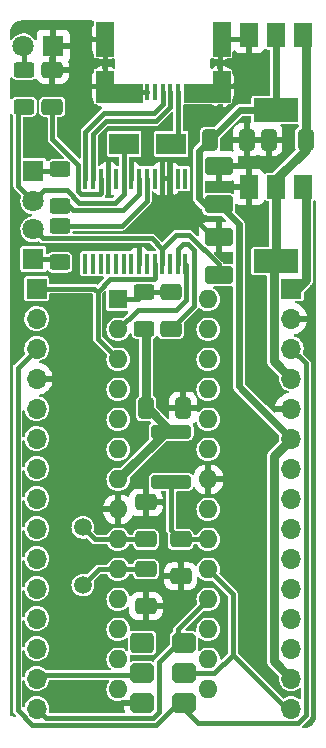
<source format=gbr>
%TF.GenerationSoftware,KiCad,Pcbnew,6.0.4-6f826c9f35~116~ubuntu20.04.1*%
%TF.CreationDate,2022-04-08T20:43:30+02:00*%
%TF.ProjectId,Arduini_TPSE,41726475-696e-4695-9f54-5053452e6b69,rev?*%
%TF.SameCoordinates,Original*%
%TF.FileFunction,Copper,L2,Bot*%
%TF.FilePolarity,Positive*%
%FSLAX46Y46*%
G04 Gerber Fmt 4.6, Leading zero omitted, Abs format (unit mm)*
G04 Created by KiCad (PCBNEW 6.0.4-6f826c9f35~116~ubuntu20.04.1) date 2022-04-08 20:43:30*
%MOMM*%
%LPD*%
G01*
G04 APERTURE LIST*
G04 Aperture macros list*
%AMRoundRect*
0 Rectangle with rounded corners*
0 $1 Rounding radius*
0 $2 $3 $4 $5 $6 $7 $8 $9 X,Y pos of 4 corners*
0 Add a 4 corners polygon primitive as box body*
4,1,4,$2,$3,$4,$5,$6,$7,$8,$9,$2,$3,0*
0 Add four circle primitives for the rounded corners*
1,1,$1+$1,$2,$3*
1,1,$1+$1,$4,$5*
1,1,$1+$1,$6,$7*
1,1,$1+$1,$8,$9*
0 Add four rect primitives between the rounded corners*
20,1,$1+$1,$2,$3,$4,$5,0*
20,1,$1+$1,$4,$5,$6,$7,0*
20,1,$1+$1,$6,$7,$8,$9,0*
20,1,$1+$1,$8,$9,$2,$3,0*%
%AMFreePoly0*
4,1,25,-1.000000,0.425000,-0.979199,0.556332,-0.918832,0.674809,-0.824809,0.768832,-0.706332,0.829199,-0.575000,0.850000,0.575000,0.850000,0.706332,0.829199,0.824809,0.768832,0.918832,0.674809,0.979199,0.556332,1.000000,0.425000,1.000000,-0.425000,0.979199,-0.556332,0.918832,-0.674809,0.824809,-0.768832,0.706332,-0.829199,0.575000,-0.850000,-0.575000,-0.850000,-0.706332,-0.829199,
-0.824809,-0.768832,-0.918832,-0.674809,-0.979199,-0.556332,-1.000000,-0.425000,-1.000000,0.425000,-1.000000,0.425000,$1*%
%AMFreePoly1*
4,1,25,-1.000000,0.510000,-0.988415,0.597998,-0.938512,0.705016,-0.855016,0.788512,-0.747998,0.838415,-0.660000,0.850000,0.660000,0.850000,0.747998,0.838415,0.855016,0.788512,0.938512,0.705016,0.988415,0.597998,1.000000,0.510000,1.000000,-0.510000,0.988415,-0.597998,0.938512,-0.705016,0.855016,-0.788512,0.747998,-0.838415,0.660000,-0.850000,-0.660000,-0.850000,-0.747998,-0.838415,
-0.855016,-0.788512,-0.938512,-0.705016,-0.988415,-0.597998,-1.000000,-0.510000,-1.000000,0.510000,-1.000000,0.510000,$1*%
G04 Aperture macros list end*
%TA.AperFunction,EtchedComponent*%
%ADD10C,0.000100*%
%TD*%
%TA.AperFunction,ComponentPad*%
%ADD11C,1.500000*%
%TD*%
%TA.AperFunction,ComponentPad*%
%ADD12R,1.600000X1.600000*%
%TD*%
%TA.AperFunction,ComponentPad*%
%ADD13O,1.600000X1.600000*%
%TD*%
%TA.AperFunction,ComponentPad*%
%ADD14R,1.800000X1.800000*%
%TD*%
%TA.AperFunction,ComponentPad*%
%ADD15C,1.800000*%
%TD*%
%TA.AperFunction,SMDPad,CuDef*%
%ADD16R,1.500000X2.000000*%
%TD*%
%TA.AperFunction,SMDPad,CuDef*%
%ADD17R,3.800000X2.000000*%
%TD*%
%TA.AperFunction,SMDPad,CuDef*%
%ADD18R,0.450000X1.750000*%
%TD*%
%TA.AperFunction,SMDPad,CuDef*%
%ADD19RoundRect,0.250001X0.924999X-0.499999X0.924999X0.499999X-0.924999X0.499999X-0.924999X-0.499999X0*%
%TD*%
%TA.AperFunction,SMDPad,CuDef*%
%ADD20R,0.400000X1.400000*%
%TD*%
%TA.AperFunction,ComponentPad*%
%ADD21O,1.250000X2.500000*%
%TD*%
%TA.AperFunction,SMDPad,CuDef*%
%ADD22RoundRect,0.250000X0.625000X-0.400000X0.625000X0.400000X-0.625000X0.400000X-0.625000X-0.400000X0*%
%TD*%
%TA.AperFunction,ComponentPad*%
%ADD23R,1.700000X1.700000*%
%TD*%
%TA.AperFunction,ComponentPad*%
%ADD24O,1.700000X1.700000*%
%TD*%
%TA.AperFunction,SMDPad,CuDef*%
%ADD25RoundRect,0.250000X-0.412500X-0.650000X0.412500X-0.650000X0.412500X0.650000X-0.412500X0.650000X0*%
%TD*%
%TA.AperFunction,SMDPad,CuDef*%
%ADD26RoundRect,0.250000X-0.650000X0.412500X-0.650000X-0.412500X0.650000X-0.412500X0.650000X0.412500X0*%
%TD*%
%TA.AperFunction,SMDPad,CuDef*%
%ADD27RoundRect,0.250000X-0.625000X0.400000X-0.625000X-0.400000X0.625000X-0.400000X0.625000X0.400000X0*%
%TD*%
%TA.AperFunction,SMDPad,CuDef*%
%ADD28RoundRect,0.250000X0.412500X0.650000X-0.412500X0.650000X-0.412500X-0.650000X0.412500X-0.650000X0*%
%TD*%
%TA.AperFunction,ComponentPad*%
%ADD29C,0.700000*%
%TD*%
%TA.AperFunction,SMDPad,CuDef*%
%ADD30FreePoly0,180.000000*%
%TD*%
%TA.AperFunction,SMDPad,CuDef*%
%ADD31FreePoly1,180.000000*%
%TD*%
%TA.AperFunction,SMDPad,CuDef*%
%ADD32RoundRect,0.250000X0.650000X-0.412500X0.650000X0.412500X-0.650000X0.412500X-0.650000X-0.412500X0*%
%TD*%
%TA.AperFunction,SMDPad,CuDef*%
%ADD33R,2.500000X1.800000*%
%TD*%
%TA.AperFunction,SMDPad,CuDef*%
%ADD34RoundRect,0.250000X1.450000X-0.312500X1.450000X0.312500X-1.450000X0.312500X-1.450000X-0.312500X0*%
%TD*%
%TA.AperFunction,Conductor*%
%ADD35C,0.400000*%
%TD*%
%TA.AperFunction,Conductor*%
%ADD36C,0.750000*%
%TD*%
%TA.AperFunction,Conductor*%
%ADD37C,0.800000*%
%TD*%
%TA.AperFunction,Conductor*%
%ADD38C,0.600000*%
%TD*%
G04 APERTURE END LIST*
%TO.C,J1*%
G36*
X18635000Y53050000D02*
G01*
X14775000Y53050000D01*
X14775000Y54600000D01*
X17225000Y54600000D01*
X17225000Y55650000D01*
X18635000Y55650000D01*
X18635000Y53050000D01*
G37*
D10*
X18635000Y53050000D02*
X14775000Y53050000D01*
X14775000Y54600000D01*
X17225000Y54600000D01*
X17225000Y55650000D01*
X18635000Y55650000D01*
X18635000Y53050000D01*
G36*
X8725000Y54600000D02*
G01*
X11175000Y54600000D01*
X11175000Y53050000D01*
X7315000Y53050000D01*
X7315000Y55650000D01*
X8725000Y55650000D01*
X8725000Y54600000D01*
G37*
X8725000Y54600000D02*
X11175000Y54600000D01*
X11175000Y53050000D01*
X7315000Y53050000D01*
X7315000Y55650000D01*
X8725000Y55650000D01*
X8725000Y54600000D01*
G36*
X8725000Y56925000D02*
G01*
X7315000Y56925000D01*
X7315000Y59775000D01*
X8725000Y59775000D01*
X8725000Y56925000D01*
G37*
X8725000Y56925000D02*
X7315000Y56925000D01*
X7315000Y59775000D01*
X8725000Y59775000D01*
X8725000Y56925000D01*
G36*
X18635000Y56925000D02*
G01*
X17225000Y56925000D01*
X17225000Y59775000D01*
X18635000Y59775000D01*
X18635000Y56925000D01*
G37*
X18635000Y56925000D02*
X17225000Y56925000D01*
X17225000Y59775000D01*
X18635000Y59775000D01*
X18635000Y56925000D01*
%TD*%
D11*
%TO.P,Y1,1,1*%
%TO.N,Net-(C5-Pad1)*%
X6200000Y12137500D03*
%TO.P,Y1,2,2*%
%TO.N,Net-(C4-Pad1)*%
X6200000Y17017500D03*
%TD*%
D12*
%TO.P,U4,1,~{RESET}/PC6*%
%TO.N,/Reset*%
X9200000Y36330000D03*
D13*
%TO.P,U4,2,PD0*%
%TO.N,/0(Rx)*%
X9200000Y33790000D03*
%TO.P,U4,3,PD1*%
%TO.N,/1(Tx)*%
X9200000Y31250000D03*
%TO.P,U4,4,PD2*%
%TO.N,/2*%
X9200000Y28710000D03*
%TO.P,U4,5,PD3*%
%TO.N,/3(\u002A\u002A)*%
X9200000Y26170000D03*
%TO.P,U4,6,PD4*%
%TO.N,/4*%
X9200000Y23630000D03*
%TO.P,U4,7,VCC*%
%TO.N,+5V*%
X9200000Y21090000D03*
%TO.P,U4,8,GND*%
%TO.N,GND*%
X9200000Y18550000D03*
%TO.P,U4,9,XTAL1/PB6*%
%TO.N,Net-(C4-Pad1)*%
X9200000Y16010000D03*
%TO.P,U4,10,XTAL2/PB7*%
%TO.N,Net-(C5-Pad1)*%
X9200000Y13470000D03*
%TO.P,U4,11,PD5*%
%TO.N,/5(\u002A\u002A)*%
X9200000Y10930000D03*
%TO.P,U4,12,PD6*%
%TO.N,/6(\u002A\u002A)*%
X9200000Y8390000D03*
%TO.P,U4,13,PD7*%
%TO.N,/7*%
X9200000Y5850000D03*
%TO.P,U4,14,PB0*%
%TO.N,/8*%
X9200000Y3310000D03*
%TO.P,U4,15,PB1*%
%TO.N,/9(\u002A\u002A)*%
X16820000Y3310000D03*
%TO.P,U4,16,PB2*%
%TO.N,/10(\u002A\u002A{slash}SS)*%
X16820000Y5850000D03*
%TO.P,U4,17,PB3*%
%TO.N,/11(\u002A\u002A{slash}MOSI)*%
X16820000Y8390000D03*
%TO.P,U4,18,PB4*%
%TO.N,/12(MISO)*%
X16820000Y10930000D03*
%TO.P,U4,19,PB5*%
%TO.N,/13(SCK)*%
X16820000Y13470000D03*
%TO.P,U4,20,AVCC*%
%TO.N,+5VA*%
X16820000Y16010000D03*
%TO.P,U4,21,AREF*%
%TO.N,/AREF*%
X16820000Y18550000D03*
%TO.P,U4,22,GND*%
%TO.N,GND*%
X16820000Y21090000D03*
%TO.P,U4,23,PC0*%
%TO.N,/A0*%
X16820000Y23630000D03*
%TO.P,U4,24,PC1*%
%TO.N,/A1*%
X16820000Y26170000D03*
%TO.P,U4,25,PC2*%
%TO.N,/A2*%
X16820000Y28710000D03*
%TO.P,U4,26,PC3*%
%TO.N,/A3*%
X16820000Y31250000D03*
%TO.P,U4,27,PC4*%
%TO.N,/A4*%
X16820000Y33790000D03*
%TO.P,U4,28,PC5*%
%TO.N,/A5*%
X16820000Y36330000D03*
%TD*%
D14*
%TO.P,D4,1,K*%
%TO.N,GND*%
X3700000Y57750000D03*
D15*
%TO.P,D4,2,A*%
%TO.N,Net-(D4-Pad2)*%
X1160000Y57750000D03*
%TD*%
D14*
%TO.P,D3,1,K*%
%TO.N,Net-(D3-Pad1)*%
X2025000Y39735000D03*
D15*
%TO.P,D3,2,A*%
%TO.N,+5V*%
X2025000Y42275000D03*
%TD*%
D14*
%TO.P,D2,1,K*%
%TO.N,Net-(D2-Pad1)*%
X2025000Y47185000D03*
D15*
%TO.P,D2,2,A*%
%TO.N,+5V*%
X2025000Y44645000D03*
%TD*%
D16*
%TO.P,U2,1,GND*%
%TO.N,GND*%
X20275000Y58675000D03*
D17*
%TO.P,U2,2,VO*%
%TO.N,+3V3*%
X22575000Y52375000D03*
D16*
X22575000Y58675000D03*
%TO.P,U2,3,VI*%
%TO.N,+5V*%
X24875000Y58675000D03*
%TD*%
D18*
%TO.P,U3,1,TXD*%
%TO.N,/0(Rx)*%
X14875000Y39350000D03*
%TO.P,U3,2,DTR*%
%TO.N,Net-(C1-Pad1)*%
X14225000Y39350000D03*
%TO.P,U3,3,RTS*%
%TO.N,unconnected-(U3-Pad3)*%
X13575000Y39350000D03*
%TO.P,U3,4,VCCIO*%
%TO.N,+5V*%
X12925000Y39350000D03*
%TO.P,U3,5,RXD*%
%TO.N,/1(Tx)*%
X12275000Y39350000D03*
%TO.P,U3,6,RI*%
%TO.N,unconnected-(U3-Pad6)*%
X11625000Y39350000D03*
%TO.P,U3,7,GND*%
%TO.N,GND*%
X10975000Y39350000D03*
%TO.P,U3,8*%
%TO.N,N/C*%
X10325000Y39350000D03*
%TO.P,U3,9,DCR*%
%TO.N,unconnected-(U3-Pad9)*%
X9675000Y39350000D03*
%TO.P,U3,10,DCD*%
%TO.N,unconnected-(U3-Pad10)*%
X9025000Y39350000D03*
%TO.P,U3,11,CTS*%
%TO.N,unconnected-(U3-Pad11)*%
X8375000Y39350000D03*
%TO.P,U3,12,CBUS4*%
%TO.N,unconnected-(U3-Pad12)*%
X7725000Y39350000D03*
%TO.P,U3,13,CBUS2*%
%TO.N,unconnected-(U3-Pad13)*%
X7075000Y39350000D03*
%TO.P,U3,14,CBUS3*%
%TO.N,unconnected-(U3-Pad14)*%
X6425000Y39350000D03*
%TO.P,U3,15,USBD+*%
%TO.N,/D+*%
X6425000Y46550000D03*
%TO.P,U3,16,USBD-*%
%TO.N,/D-*%
X7075000Y46550000D03*
%TO.P,U3,17,3V3OUT*%
%TO.N,/3V3OUT*%
X7725000Y46550000D03*
%TO.P,U3,18,GND*%
%TO.N,GND*%
X8375000Y46550000D03*
%TO.P,U3,19,~{RESET}*%
%TO.N,unconnected-(U3-Pad19)*%
X9025000Y46550000D03*
%TO.P,U3,20,VCC*%
%TO.N,+5V*%
X9675000Y46550000D03*
%TO.P,U3,21,GND*%
%TO.N,GND*%
X10325000Y46550000D03*
%TO.P,U3,22,CBUS1*%
%TO.N,Net-(R2-Pad1)*%
X10975000Y46550000D03*
%TO.P,U3,23,CBUS0*%
%TO.N,Net-(R1-Pad1)*%
X11625000Y46550000D03*
%TO.P,U3,24*%
%TO.N,N/C*%
X12275000Y46550000D03*
%TO.P,U3,25,AGND*%
%TO.N,GND*%
X12925000Y46550000D03*
%TO.P,U3,26,TEST*%
X13575000Y46550000D03*
%TO.P,U3,27,OSCI*%
%TO.N,unconnected-(U3-Pad27)*%
X14225000Y46550000D03*
%TO.P,U3,28,OSCO*%
%TO.N,unconnected-(U3-Pad28)*%
X14875000Y46550000D03*
%TD*%
D19*
%TO.P,C7,1*%
%TO.N,+5V*%
X17700000Y38375000D03*
%TO.P,C7,2*%
%TO.N,GND*%
X17700000Y41625000D03*
%TD*%
D20*
%TO.P,J1,1,VBUS*%
%TO.N,Net-(D1-Pad2)*%
X14275000Y53900000D03*
%TO.P,J1,2,D-*%
%TO.N,/D-*%
X13625000Y53900000D03*
%TO.P,J1,3,D+*%
%TO.N,/D+*%
X12975000Y53900000D03*
%TO.P,J1,4,ID*%
%TO.N,unconnected-(J1-Pad4)*%
X12325000Y53900000D03*
%TO.P,J1,5,GND*%
%TO.N,GND*%
X11675000Y53900000D03*
D21*
%TO.P,J1,S1,SHIELD*%
X8100000Y54350000D03*
%TO.P,J1,S2,SHIELD*%
X8100000Y58350000D03*
%TO.P,J1,S3,SHIELD*%
X17850000Y58350000D03*
%TO.P,J1,S4,SHIELD*%
X17850000Y54350000D03*
%TD*%
D22*
%TO.P,R2,1*%
%TO.N,Net-(R2-Pad1)*%
X4250000Y44250000D03*
%TO.P,R2,2*%
%TO.N,Net-(D2-Pad1)*%
X4250000Y47350000D03*
%TD*%
D23*
%TO.P,P1,1,Pin_1*%
%TO.N,/1(Tx)*%
X2300000Y37240000D03*
D24*
%TO.P,P1,2,Pin_2*%
%TO.N,/0(Rx)*%
X2300000Y34700000D03*
%TO.P,P1,3,Pin_3*%
%TO.N,/Reset*%
X2300000Y32160000D03*
%TO.P,P1,4,Pin_4*%
%TO.N,GND*%
X2300000Y29620000D03*
%TO.P,P1,5,Pin_5*%
%TO.N,/2*%
X2300000Y27080000D03*
%TO.P,P1,6,Pin_6*%
%TO.N,/3(\u002A\u002A)*%
X2300000Y24540000D03*
%TO.P,P1,7,Pin_7*%
%TO.N,/4*%
X2300000Y22000000D03*
%TO.P,P1,8,Pin_8*%
%TO.N,/5(\u002A\u002A)*%
X2300000Y19460000D03*
%TO.P,P1,9,Pin_9*%
%TO.N,/6(\u002A\u002A)*%
X2300000Y16920000D03*
%TO.P,P1,10,Pin_10*%
%TO.N,/7*%
X2300000Y14380000D03*
%TO.P,P1,11,Pin_11*%
%TO.N,/8*%
X2300000Y11840000D03*
%TO.P,P1,12,Pin_12*%
%TO.N,/9(\u002A\u002A)*%
X2300000Y9300000D03*
%TO.P,P1,13,Pin_13*%
%TO.N,/10(\u002A\u002A{slash}SS)*%
X2300000Y6760000D03*
%TO.P,P1,14,Pin_14*%
%TO.N,/11(\u002A\u002A{slash}MOSI)*%
X2300000Y4220000D03*
%TO.P,P1,15,Pin_15*%
%TO.N,/12(MISO)*%
X2300000Y1680000D03*
%TD*%
D22*
%TO.P,R3,1*%
%TO.N,+5V*%
X11400000Y33850000D03*
%TO.P,R3,2*%
%TO.N,/Reset*%
X11400000Y36950000D03*
%TD*%
D16*
%TO.P,U1,1,GND*%
%TO.N,GND*%
X20275000Y45850000D03*
%TO.P,U1,2,VO*%
%TO.N,+5V*%
X22575000Y45850000D03*
D17*
X22575000Y39550000D03*
D16*
%TO.P,U1,3,VI*%
%TO.N,/Vin*%
X24875000Y45850000D03*
%TD*%
D25*
%TO.P,C3,1*%
%TO.N,+5V*%
X11575000Y27105000D03*
%TO.P,C3,2*%
%TO.N,GND*%
X14700000Y27105000D03*
%TD*%
D26*
%TO.P,C2,1*%
%TO.N,+5VA*%
X14475000Y16005000D03*
%TO.P,C2,2*%
%TO.N,GND*%
X14475000Y12880000D03*
%TD*%
D25*
%TO.P,C10,1*%
%TO.N,+3V3*%
X16987500Y49850000D03*
%TO.P,C10,2*%
%TO.N,GND*%
X20112500Y49850000D03*
%TD*%
D19*
%TO.P,C9,1*%
%TO.N,+3V3*%
X17700000Y44375000D03*
%TO.P,C9,2*%
%TO.N,GND*%
X17700000Y47625000D03*
%TD*%
D27*
%TO.P,R1,1*%
%TO.N,Net-(R1-Pad1)*%
X4250000Y42550000D03*
%TO.P,R1,2*%
%TO.N,Net-(D3-Pad1)*%
X4250000Y39450000D03*
%TD*%
D28*
%TO.P,C8,1*%
%TO.N,+5V*%
X25062500Y49850000D03*
%TO.P,C8,2*%
%TO.N,GND*%
X21937500Y49850000D03*
%TD*%
D26*
%TO.P,C6,1*%
%TO.N,GND*%
X3625000Y55757500D03*
%TO.P,C6,2*%
%TO.N,/3V3OUT*%
X3625000Y52632500D03*
%TD*%
D29*
%TO.P,J2,1,Pin_1*%
%TO.N,/12(MISO)*%
X14275000Y7230000D03*
D30*
X14775000Y7230000D03*
D31*
%TO.P,J2,2,Pin_2*%
%TO.N,+5V*%
X11235000Y7230000D03*
D29*
X11735000Y7230000D03*
D30*
%TO.P,J2,3,Pin_3*%
%TO.N,/13(SCK)*%
X14775000Y4690000D03*
D29*
X14275000Y4690000D03*
D30*
%TO.P,J2,4,Pin_4*%
%TO.N,/11(\u002A\u002A{slash}MOSI)*%
X11235000Y4690000D03*
D29*
X11735000Y4690000D03*
%TO.P,J2,5,Pin_5*%
%TO.N,/Reset*%
X14275000Y2150000D03*
D30*
X14775000Y2150000D03*
%TO.P,J2,6,Pin_6*%
%TO.N,GND*%
X11235000Y2150000D03*
D29*
X11735000Y2150000D03*
%TD*%
D32*
%TO.P,C1,1*%
%TO.N,Net-(C1-Pad1)*%
X13650000Y33825000D03*
%TO.P,C1,2*%
%TO.N,/Reset*%
X13650000Y36950000D03*
%TD*%
%TO.P,C4,1*%
%TO.N,Net-(C4-Pad1)*%
X11550000Y16005000D03*
%TO.P,C4,2*%
%TO.N,GND*%
X11550000Y19130000D03*
%TD*%
D33*
%TO.P,D1,1,K*%
%TO.N,+5V*%
X9700000Y49500000D03*
%TO.P,D1,2,A*%
%TO.N,Net-(D1-Pad2)*%
X13700000Y49500000D03*
%TD*%
D26*
%TO.P,C5,1*%
%TO.N,Net-(C5-Pad1)*%
X11550000Y13480000D03*
%TO.P,C5,2*%
%TO.N,GND*%
X11550000Y10355000D03*
%TD*%
D23*
%TO.P,P2,1,Pin_1*%
%TO.N,/Vin*%
X23850000Y37240000D03*
D24*
%TO.P,P2,2,Pin_2*%
%TO.N,GND*%
X23850000Y34700000D03*
%TO.P,P2,3,Pin_3*%
%TO.N,/Reset*%
X23850000Y32160000D03*
%TO.P,P2,4,Pin_4*%
%TO.N,+5V*%
X23850000Y29620000D03*
%TO.P,P2,5,Pin_5*%
%TO.N,GND*%
X23850000Y27080000D03*
%TO.P,P2,6,Pin_6*%
%TO.N,+3V3*%
X23850000Y24540000D03*
%TO.P,P2,7,Pin_7*%
%TO.N,/A5*%
X23850000Y22000000D03*
%TO.P,P2,8,Pin_8*%
%TO.N,/A4*%
X23850000Y19460000D03*
%TO.P,P2,9,Pin_9*%
%TO.N,/A3*%
X23850000Y16920000D03*
%TO.P,P2,10,Pin_10*%
%TO.N,/A2*%
X23850000Y14380000D03*
%TO.P,P2,11,Pin_11*%
%TO.N,/A1*%
X23850000Y11840000D03*
%TO.P,P2,12,Pin_12*%
%TO.N,/A0*%
X23850000Y9300000D03*
%TO.P,P2,13,Pin_13*%
%TO.N,/AREF*%
X23850000Y6760000D03*
%TO.P,P2,14,Pin_14*%
%TO.N,+3V3*%
X23850000Y4220000D03*
%TO.P,P2,15,Pin_15*%
%TO.N,/13(SCK)*%
X23850000Y1680000D03*
%TD*%
D22*
%TO.P,R4,1*%
%TO.N,+5V*%
X1225000Y52650000D03*
%TO.P,R4,2*%
%TO.N,Net-(D4-Pad2)*%
X1225000Y55750000D03*
%TD*%
D34*
%TO.P,L1,1,1*%
%TO.N,+5VA*%
X13675000Y20862500D03*
%TO.P,L1,2,2*%
%TO.N,+5V*%
X13675000Y25137500D03*
%TD*%
D35*
%TO.N,/1(Tx)*%
X7450000Y33000000D02*
X9200000Y31250000D01*
X8546467Y38075489D02*
X7450000Y36979022D01*
X8546467Y38075489D02*
X12249511Y38075489D01*
X7450000Y36979022D02*
X7450000Y33000000D01*
X7189022Y37240000D02*
X2300000Y37240000D01*
X7450000Y36979022D02*
X7189022Y37240000D01*
X12275000Y38100978D02*
X12275000Y39350000D01*
X12249511Y38075489D02*
X12275000Y38100978D01*
%TO.N,/0(Rx)*%
X14949520Y36268461D02*
X14131059Y35450000D01*
X14875000Y39350000D02*
X14949520Y39275480D01*
X14949520Y39275480D02*
X14949520Y36268461D01*
X14131059Y35450000D02*
X10860000Y35450000D01*
X10860000Y35450000D02*
X9200000Y33790000D01*
%TO.N,/Reset*%
X24430489Y430489D02*
X15994511Y430489D01*
X25099511Y1099511D02*
X24430489Y430489D01*
X25099511Y30910489D02*
X25099511Y1099511D01*
X11400000Y36950000D02*
X13650000Y36950000D01*
X675000Y30535000D02*
X2300000Y32160000D01*
X10780000Y36330000D02*
X11400000Y36950000D01*
X9200000Y36330000D02*
X10780000Y36330000D01*
X1911955Y300969D02*
X675000Y1537924D01*
X12425969Y300969D02*
X1911955Y300969D01*
X23850000Y32160000D02*
X25099511Y30910489D01*
X10855000Y36330000D02*
X11475000Y36950000D01*
X675000Y1537924D02*
X675000Y30535000D01*
X14275000Y2150000D02*
X12425969Y300969D01*
X15994511Y430489D02*
X14275000Y2150000D01*
%TO.N,GND*%
X17850000Y58350000D02*
X19950000Y58350000D01*
X8100000Y54350000D02*
X8100000Y58350000D01*
X8100000Y54350000D02*
X6325000Y54350000D01*
X17850000Y54350000D02*
X17850000Y58350000D01*
X11675000Y53900000D02*
X8550000Y53900000D01*
X8100000Y58350000D02*
X6525000Y58350000D01*
X13575000Y45275000D02*
X13575000Y46550000D01*
X19950000Y58350000D02*
X20275000Y58675000D01*
X19600000Y54350000D02*
X19650000Y54300000D01*
X17850000Y54350000D02*
X19600000Y54350000D01*
X17700000Y41625000D02*
X17225000Y41625000D01*
X8550000Y53900000D02*
X8100000Y54350000D01*
X17225000Y41625000D02*
X13575000Y45275000D01*
%TO.N,Net-(C4-Pad1)*%
X7207500Y16010000D02*
X6200000Y17017500D01*
X9200000Y16010000D02*
X7207500Y16010000D01*
X9200000Y16010000D02*
X11545000Y16010000D01*
X11545000Y16010000D02*
X11550000Y16005000D01*
%TO.N,+5V*%
X9675000Y45275000D02*
X9675000Y46550000D01*
X725489Y52150489D02*
X725489Y45944511D01*
D36*
X11707500Y27105000D02*
X13675000Y25137500D01*
D35*
X17700000Y39281441D02*
X17700000Y38375000D01*
X14125978Y41800000D02*
X15181441Y41800000D01*
D36*
X13247500Y25137500D02*
X9200000Y21090000D01*
X22575000Y39550000D02*
X22400489Y39375489D01*
X22400489Y39375489D02*
X22400489Y31069511D01*
D35*
X12925000Y40599022D02*
X12024022Y41500000D01*
X2025000Y44645000D02*
X725489Y45944511D01*
X2800000Y41500000D02*
X2025000Y42275000D01*
X2025000Y44645000D02*
X2925000Y45545000D01*
D37*
X25062500Y48986522D02*
X22575000Y46499022D01*
D35*
X12925000Y39350000D02*
X12925000Y40599022D01*
X2925000Y45545000D02*
X4898559Y45545000D01*
D36*
X11575000Y27105000D02*
X11707500Y27105000D01*
D37*
X25062500Y49850000D02*
X25062500Y48986522D01*
D36*
X22275000Y39250000D02*
X22575000Y39550000D01*
D37*
X25075000Y58475000D02*
X24875000Y58675000D01*
X25074511Y58475489D02*
X24875000Y58675000D01*
D35*
X9700000Y46575000D02*
X9675000Y46550000D01*
X4898559Y45545000D02*
X5918069Y44525490D01*
D36*
X11575000Y27105000D02*
X11575000Y33675000D01*
D35*
X12024022Y41500000D02*
X2800000Y41500000D01*
X15181441Y41800000D02*
X17700000Y39281441D01*
D37*
X22575000Y45850000D02*
X22575000Y39550000D01*
X25062500Y49850000D02*
X25074511Y49862011D01*
D35*
X1225000Y52650000D02*
X725489Y52150489D01*
D37*
X23850000Y29620000D02*
X22400489Y31069511D01*
D35*
X5918069Y44525490D02*
X8925490Y44525490D01*
X8925490Y44525490D02*
X9675000Y45275000D01*
X12925000Y40599022D02*
X14125978Y41800000D01*
X9700000Y49500000D02*
X9700000Y46575000D01*
D36*
X13675000Y25137500D02*
X13247500Y25137500D01*
D37*
X25074511Y49862011D02*
X25074511Y58475489D01*
X22575000Y46499022D02*
X22575000Y45850000D01*
D36*
X11575000Y33675000D02*
X11400000Y33850000D01*
D35*
%TO.N,/13(SCK)*%
X17345489Y4650489D02*
X18908183Y6213183D01*
X18900490Y6220876D02*
X18908183Y6213183D01*
X18908183Y6213183D02*
X23500000Y1621366D01*
X23500000Y1621366D02*
X23791366Y1621366D01*
X18900490Y11389510D02*
X18900490Y6220876D01*
X23791366Y1621366D02*
X23850000Y1680000D01*
X14275000Y4690000D02*
X14314511Y4650489D01*
X16820000Y13470000D02*
X18900490Y11389510D01*
X14314511Y4650489D02*
X17345489Y4650489D01*
%TO.N,Net-(C5-Pad1)*%
X9200000Y13470000D02*
X7532500Y13470000D01*
X11550000Y13480000D02*
X9210000Y13480000D01*
X7532500Y13470000D02*
X6200000Y12137500D01*
X9210000Y13480000D02*
X9200000Y13470000D01*
D36*
%TO.N,+3V3*%
X22375000Y5695000D02*
X23850000Y4220000D01*
X22375000Y23065000D02*
X23850000Y24540000D01*
D38*
X16025480Y48887980D02*
X16025480Y44874520D01*
D36*
X22375000Y5695000D02*
X22375000Y23065000D01*
D38*
X19400000Y28990000D02*
X19400000Y42675000D01*
X22575000Y58675000D02*
X22575000Y52375000D01*
X23850000Y24540000D02*
X19400000Y28990000D01*
X16987500Y49850000D02*
X16025480Y48887980D01*
X19512500Y52375000D02*
X22575000Y52375000D01*
X16025480Y44874520D02*
X16525000Y44375000D01*
X19400000Y42675000D02*
X17700000Y44375000D01*
X16987500Y49850000D02*
X19512500Y52375000D01*
X16525000Y44375000D02*
X17700000Y44375000D01*
D35*
%TO.N,/12(MISO)*%
X12634520Y1390872D02*
X12144128Y900480D01*
X14275000Y8385000D02*
X14275000Y7230000D01*
X16820000Y10930000D02*
X14275000Y8385000D01*
X14275000Y7230000D02*
X12634520Y5589520D01*
X3079520Y900480D02*
X2300000Y1680000D01*
X12144128Y900480D02*
X3079520Y900480D01*
X12634520Y5589520D02*
X12634520Y1390872D01*
%TO.N,/11(\u002A\u002A{slash}MOSI)*%
X11554511Y4509511D02*
X11735000Y4690000D01*
X2589511Y4509511D02*
X11554511Y4509511D01*
X2300000Y4220000D02*
X2589511Y4509511D01*
%TO.N,Net-(C1-Pad1)*%
X15620489Y40503533D02*
X15124022Y41000000D01*
X15124022Y41000000D02*
X14675000Y41000000D01*
X14225000Y40550000D02*
X14225000Y39350000D01*
X15620489Y35795489D02*
X15620489Y40503533D01*
X13650000Y33825000D02*
X15620489Y35795489D01*
X14675000Y41000000D02*
X14225000Y40550000D01*
%TO.N,/D+*%
X12975000Y52850978D02*
X12975000Y53900000D01*
X8001675Y52099511D02*
X12223533Y52099511D01*
X12223533Y52099511D02*
X12975000Y52850978D01*
X6425000Y50522836D02*
X8001675Y52099511D01*
X6425000Y46550000D02*
X6425000Y50522836D01*
%TO.N,/D-*%
X7075000Y50324986D02*
X8150014Y51400000D01*
X12371871Y51400000D02*
X13625000Y52653129D01*
X13625000Y52653129D02*
X13625000Y53900000D01*
X8150014Y51400000D02*
X12371871Y51400000D01*
X7075000Y46550000D02*
X7075000Y50324986D01*
%TO.N,Net-(R2-Pad1)*%
X5400000Y43900000D02*
X9600000Y43900000D01*
X4250000Y44250000D02*
X5050000Y44250000D01*
X9600000Y43900000D02*
X10975000Y45275000D01*
X10975000Y45275000D02*
X10975000Y46550000D01*
X5050000Y44250000D02*
X5400000Y43900000D01*
%TO.N,Net-(R1-Pad1)*%
X9500000Y42550000D02*
X11625000Y44675000D01*
X11625000Y44675000D02*
X11625000Y46550000D01*
X4250000Y42550000D02*
X9500000Y42550000D01*
D37*
%TO.N,/Vin*%
X25075000Y45650000D02*
X24875000Y45850000D01*
X23850000Y37240000D02*
X24364022Y37240000D01*
X24364022Y37240000D02*
X25075000Y37950978D01*
X25075000Y37950978D02*
X25075000Y45650000D01*
D35*
%TO.N,+5VA*%
X13675000Y20862500D02*
X13675000Y16805000D01*
X14480000Y16010000D02*
X14475000Y16005000D01*
X13675000Y16805000D02*
X14475000Y16005000D01*
X16820000Y16010000D02*
X14480000Y16010000D01*
%TO.N,Net-(D2-Pad1)*%
X2025000Y47185000D02*
X4050000Y47185000D01*
%TO.N,/3V3OUT*%
X3625000Y49918559D02*
X3625000Y52632500D01*
X7699511Y45275489D02*
X6022347Y45275489D01*
X7725000Y45300978D02*
X7699511Y45275489D01*
X6022347Y45275489D02*
X5800489Y45497347D01*
X7725000Y46550000D02*
X7725000Y45300978D01*
X5800489Y47743070D02*
X3625000Y49918559D01*
X5800489Y45497347D02*
X5800489Y47743070D01*
%TO.N,Net-(D1-Pad2)*%
X14275000Y50075000D02*
X14275000Y53900000D01*
X13700000Y49500000D02*
X14275000Y50075000D01*
%TO.N,Net-(D3-Pad1)*%
X2025000Y39735000D02*
X3765000Y39735000D01*
X3765000Y39735000D02*
X4250000Y39250000D01*
%TO.N,Net-(D4-Pad2)*%
X1225000Y57685000D02*
X1160000Y57750000D01*
X1225000Y55750000D02*
X1225000Y57685000D01*
%TD*%
%TA.AperFunction,Conductor*%
%TO.N,GND*%
G36*
X25895445Y44737289D02*
G01*
X25938710Y44694024D01*
X25949500Y44649079D01*
X25949500Y1010045D01*
X25949458Y1010045D01*
X25949467Y1009966D01*
X25945339Y1000000D01*
X25948774Y991706D01*
X25948638Y990155D01*
X25948638Y990154D01*
X25935830Y843753D01*
X25932834Y826758D01*
X25900706Y706852D01*
X25894479Y683614D01*
X25888579Y667405D01*
X25885191Y660139D01*
X25825952Y533101D01*
X25817324Y518157D01*
X25732329Y396771D01*
X25721237Y383551D01*
X25616449Y278763D01*
X25603229Y267671D01*
X25481843Y182676D01*
X25466899Y174048D01*
X25332595Y111421D01*
X25316390Y105523D01*
X25208329Y76568D01*
X25173242Y67166D01*
X25156247Y64170D01*
X25008294Y51226D01*
X25008133Y53063D01*
X25005064Y52564D01*
X25000000Y54661D01*
X24990138Y50576D01*
X24978673Y51478D01*
X24972502Y50500D01*
X24855901Y50500D01*
X24797710Y69407D01*
X24761746Y118907D01*
X24761746Y180093D01*
X24785897Y219504D01*
X25404995Y838602D01*
X25404998Y838606D01*
X25427561Y861169D01*
X25438513Y882665D01*
X25446628Y895906D01*
X25456226Y909116D01*
X25460807Y915421D01*
X25468263Y938368D01*
X25474206Y952714D01*
X25485157Y974207D01*
X25487929Y991706D01*
X25488930Y998030D01*
X25492556Y1013136D01*
X25500011Y1036078D01*
X25500011Y30942008D01*
X25500010Y30942014D01*
X25500010Y30973922D01*
X25497604Y30981329D01*
X25497603Y30981332D01*
X25492557Y30996862D01*
X25488931Y31011965D01*
X25486376Y31028097D01*
X25485157Y31035793D01*
X25474206Y31057285D01*
X25468262Y31071634D01*
X25463215Y31087168D01*
X25463215Y31087169D01*
X25460807Y31094579D01*
X25446622Y31114103D01*
X25438515Y31127333D01*
X25427561Y31148831D01*
X24865399Y31710993D01*
X24837622Y31765510D01*
X24841464Y31812245D01*
X24879351Y31926137D01*
X24882953Y31954645D01*
X24904823Y32127772D01*
X24905171Y32130526D01*
X24905583Y32160000D01*
X24903413Y32182136D01*
X24885952Y32360220D01*
X24885951Y32360224D01*
X24885480Y32365030D01*
X24825935Y32562251D01*
X24729218Y32744151D01*
X24599011Y32903800D01*
X24568357Y32929159D01*
X24444002Y33032035D01*
X24444000Y33032036D01*
X24440275Y33035118D01*
X24259055Y33133103D01*
X24205038Y33149824D01*
X24122061Y33175510D01*
X24072063Y33210780D01*
X24052346Y33268701D01*
X24070439Y33327150D01*
X24119432Y33363801D01*
X24130752Y33366919D01*
X24137202Y33368290D01*
X24343304Y33430124D01*
X24350852Y33433082D01*
X24544087Y33527747D01*
X24551046Y33531896D01*
X24726231Y33656852D01*
X24732412Y33662076D01*
X24884831Y33813965D01*
X24890088Y33820142D01*
X25015651Y33994881D01*
X25019823Y34001824D01*
X25115164Y34194732D01*
X25118144Y34202256D01*
X25180701Y34408157D01*
X25182410Y34416062D01*
X25184304Y34430453D01*
X25181873Y34443569D01*
X25180571Y34444805D01*
X25175290Y34446000D01*
X23695000Y34446000D01*
X23636809Y34464907D01*
X23600845Y34514407D01*
X23596000Y34545000D01*
X23596000Y34855000D01*
X23614907Y34913191D01*
X23664407Y34949155D01*
X23695000Y34954000D01*
X25170779Y34954000D01*
X25182730Y34957883D01*
X25183058Y34967538D01*
X25140946Y35135191D01*
X25138333Y35142867D01*
X25052534Y35340193D01*
X25048701Y35347340D01*
X24931826Y35528003D01*
X24926880Y35534425D01*
X24782065Y35693574D01*
X24776139Y35699101D01*
X24607269Y35832466D01*
X24600525Y35836946D01*
X24412141Y35940940D01*
X24404749Y35944262D01*
X24255316Y35997179D01*
X24206774Y36034426D01*
X24189397Y36093092D01*
X24209821Y36150768D01*
X24260246Y36185423D01*
X24288363Y36189500D01*
X24719748Y36189500D01*
X24745995Y36194721D01*
X24768666Y36199230D01*
X24768668Y36199231D01*
X24778231Y36201133D01*
X24844552Y36245448D01*
X24888867Y36311769D01*
X24891943Y36327230D01*
X24899552Y36365488D01*
X24900500Y36370252D01*
X24900500Y36886235D01*
X24919407Y36944426D01*
X24929496Y36956239D01*
X25467199Y37493942D01*
X25476936Y37502480D01*
X25498129Y37518742D01*
X25503282Y37522696D01*
X25599536Y37648137D01*
X25660044Y37794216D01*
X25675500Y37911617D01*
X25680682Y37950978D01*
X25676347Y37983906D01*
X25675500Y37996827D01*
X25675500Y44589687D01*
X25694407Y44647878D01*
X25719497Y44672002D01*
X25722384Y44673931D01*
X25769552Y44705448D01*
X25774971Y44713558D01*
X25780496Y44719083D01*
X25835013Y44746860D01*
X25895445Y44737289D01*
G37*
%TD.AperFunction*%
%TA.AperFunction,Conductor*%
G36*
X229133Y51993807D02*
G01*
X277850Y51927850D01*
X283799Y51923456D01*
X283800Y51923455D01*
X284805Y51922713D01*
X285463Y51921792D01*
X289036Y51918219D01*
X288441Y51917624D01*
X320380Y51872933D01*
X324989Y51843078D01*
X324989Y45881078D01*
X329388Y45867541D01*
X332444Y45858136D01*
X336070Y45843030D01*
X339843Y45819207D01*
X350794Y45797714D01*
X356737Y45783368D01*
X364193Y45760421D01*
X374643Y45746039D01*
X378372Y45740906D01*
X386487Y45727665D01*
X397439Y45706169D01*
X420002Y45683606D01*
X420005Y45683602D01*
X969166Y45134441D01*
X996943Y45079924D01*
X993709Y45035081D01*
X975208Y44975496D01*
X954261Y44908035D01*
X943937Y44874787D01*
X920164Y44673931D01*
X924261Y44611426D01*
X931641Y44498827D01*
X933392Y44472106D01*
X934508Y44467713D01*
X934508Y44467711D01*
X976974Y44300500D01*
X983178Y44276072D01*
X1067856Y44092393D01*
X1184588Y43927220D01*
X1329466Y43786087D01*
X1497637Y43673718D01*
X1683470Y43593878D01*
X1754182Y43577877D01*
X1853272Y43555455D01*
X1905855Y43524171D01*
X1930008Y43467954D01*
X1916504Y43408278D01*
X1870502Y43367936D01*
X1848192Y43361327D01*
X1738949Y43342556D01*
X1549193Y43272551D01*
X1375371Y43169138D01*
X1371956Y43166143D01*
X1371953Y43166141D01*
X1355630Y43151826D01*
X1223305Y43035780D01*
X1220497Y43032218D01*
X1126031Y42912387D01*
X1098089Y42876943D01*
X1003914Y42697947D01*
X1002569Y42693616D01*
X1002568Y42693613D01*
X975934Y42607834D01*
X943937Y42504787D01*
X920164Y42303931D01*
X920461Y42299403D01*
X932053Y42122541D01*
X933392Y42102106D01*
X934508Y42097713D01*
X934508Y42097711D01*
X941109Y42071719D01*
X983178Y41906072D01*
X1067856Y41722393D01*
X1184588Y41557220D01*
X1329466Y41416087D01*
X1497637Y41303718D01*
X1683470Y41223878D01*
X1880740Y41179240D01*
X2082842Y41171300D01*
X2136377Y41179062D01*
X2278519Y41199671D01*
X2278522Y41199672D01*
X2283007Y41200322D01*
X2411561Y41243961D01*
X2472741Y41244762D01*
X2513388Y41220219D01*
X2539091Y41194516D01*
X2539095Y41194513D01*
X2561658Y41171950D01*
X2583146Y41161001D01*
X2596387Y41152887D01*
X2609606Y41143283D01*
X2609610Y41143281D01*
X2615911Y41138703D01*
X2638859Y41131247D01*
X2653203Y41125305D01*
X2674696Y41114354D01*
X2682391Y41113135D01*
X2682392Y41113135D01*
X2698517Y41110581D01*
X2713621Y41106955D01*
X2729158Y41101907D01*
X2729160Y41101907D01*
X2736567Y41099500D01*
X11817121Y41099500D01*
X11875312Y41080593D01*
X11887124Y41070504D01*
X12363125Y40594504D01*
X12390903Y40539987D01*
X12381332Y40479555D01*
X12338067Y40436290D01*
X12293122Y40425500D01*
X12030252Y40425500D01*
X11971769Y40413867D01*
X11971113Y40417164D01*
X11928336Y40413797D01*
X11928231Y40413867D01*
X11869748Y40425500D01*
X11732861Y40425500D01*
X11674670Y40444407D01*
X11650586Y40471772D01*
X11650172Y40471462D01*
X11646229Y40476723D01*
X11646025Y40476955D01*
X11645943Y40477105D01*
X11567137Y40582256D01*
X11557256Y40592137D01*
X11452108Y40670941D01*
X11439855Y40677649D01*
X11316022Y40724072D01*
X11304033Y40726923D01*
X11250748Y40732711D01*
X11245414Y40733000D01*
X11215680Y40733000D01*
X11202995Y40728878D01*
X11200000Y40724757D01*
X11200000Y40249825D01*
X11199833Y40246420D01*
X11199500Y40244748D01*
X11199500Y39224000D01*
X11180593Y39165809D01*
X11131093Y39129845D01*
X11100500Y39125000D01*
X10849500Y39125000D01*
X10791309Y39143907D01*
X10755345Y39193407D01*
X10750500Y39224000D01*
X10750500Y40244748D01*
X10750167Y40246420D01*
X10750000Y40249825D01*
X10750000Y40717319D01*
X10745878Y40730004D01*
X10741757Y40732999D01*
X10704589Y40732999D01*
X10699249Y40732710D01*
X10645965Y40726922D01*
X10633980Y40724073D01*
X10510145Y40677649D01*
X10497892Y40670941D01*
X10392744Y40592137D01*
X10382863Y40582256D01*
X10304057Y40477105D01*
X10303975Y40476955D01*
X10303872Y40476858D01*
X10299828Y40471462D01*
X10298891Y40472164D01*
X10259445Y40434995D01*
X10217139Y40425500D01*
X10080252Y40425500D01*
X10021769Y40413867D01*
X10021113Y40417164D01*
X9978336Y40413797D01*
X9978231Y40413867D01*
X9919748Y40425500D01*
X9430252Y40425500D01*
X9371769Y40413867D01*
X9371113Y40417164D01*
X9328336Y40413797D01*
X9328231Y40413867D01*
X9269748Y40425500D01*
X8780252Y40425500D01*
X8721769Y40413867D01*
X8721113Y40417164D01*
X8678336Y40413797D01*
X8678231Y40413867D01*
X8619748Y40425500D01*
X8130252Y40425500D01*
X8071769Y40413867D01*
X8071113Y40417164D01*
X8028336Y40413797D01*
X8028231Y40413867D01*
X7969748Y40425500D01*
X7480252Y40425500D01*
X7421769Y40413867D01*
X7421113Y40417164D01*
X7378336Y40413797D01*
X7378231Y40413867D01*
X7319748Y40425500D01*
X6830252Y40425500D01*
X6771769Y40413867D01*
X6771113Y40417164D01*
X6728336Y40413797D01*
X6728231Y40413867D01*
X6669748Y40425500D01*
X6180252Y40425500D01*
X6154005Y40420279D01*
X6131334Y40415770D01*
X6131332Y40415769D01*
X6121769Y40413867D01*
X6055448Y40369552D01*
X6011133Y40303231D01*
X5999500Y40244748D01*
X5999500Y38455252D01*
X6011133Y38396769D01*
X6055448Y38330448D01*
X6121769Y38286133D01*
X6131332Y38284231D01*
X6131334Y38284230D01*
X6154005Y38279721D01*
X6180252Y38274500D01*
X6669748Y38274500D01*
X6728231Y38286133D01*
X6728887Y38282836D01*
X6771664Y38286203D01*
X6771769Y38286133D01*
X6830252Y38274500D01*
X7319748Y38274500D01*
X7378231Y38286133D01*
X7378887Y38282836D01*
X7421664Y38286203D01*
X7421769Y38286133D01*
X7480252Y38274500D01*
X7940077Y38274500D01*
X7998268Y38255593D01*
X8034232Y38206093D01*
X8034232Y38144907D01*
X8010081Y38105496D01*
X7509799Y37605214D01*
X7455282Y37577437D01*
X7394850Y37587008D01*
X7381605Y37595125D01*
X7373112Y37601296D01*
X7360401Y37605426D01*
X7350165Y37608752D01*
X7335819Y37614695D01*
X7314326Y37625646D01*
X7306633Y37626864D01*
X7306631Y37626865D01*
X7290503Y37629419D01*
X7275402Y37633044D01*
X7252455Y37640500D01*
X3449500Y37640500D01*
X3391309Y37659407D01*
X3355345Y37708907D01*
X3350500Y37739500D01*
X3350500Y38109748D01*
X3345279Y38135995D01*
X3340770Y38158666D01*
X3340769Y38158668D01*
X3338867Y38168231D01*
X3294552Y38234552D01*
X3228231Y38278867D01*
X3218668Y38280769D01*
X3218666Y38280770D01*
X3190777Y38286317D01*
X3169748Y38290500D01*
X1430252Y38290500D01*
X1409223Y38286317D01*
X1381334Y38280770D01*
X1381332Y38280769D01*
X1371769Y38278867D01*
X1305448Y38234552D01*
X1261133Y38168231D01*
X1259231Y38158668D01*
X1259230Y38158666D01*
X1254721Y38135995D01*
X1249500Y38109748D01*
X1249500Y36370252D01*
X1250448Y36365488D01*
X1258058Y36327230D01*
X1261133Y36311769D01*
X1305448Y36245448D01*
X1371769Y36201133D01*
X1381332Y36199231D01*
X1381334Y36199230D01*
X1404005Y36194721D01*
X1430252Y36189500D01*
X3169748Y36189500D01*
X3195995Y36194721D01*
X3218666Y36199230D01*
X3218668Y36199231D01*
X3228231Y36201133D01*
X3294552Y36245448D01*
X3338867Y36311769D01*
X3341943Y36327230D01*
X3349552Y36365488D01*
X3350500Y36370252D01*
X3350500Y36740500D01*
X3369407Y36798691D01*
X3418907Y36834655D01*
X3449500Y36839500D01*
X6950500Y36839500D01*
X7008691Y36820593D01*
X7044655Y36771093D01*
X7049500Y36740500D01*
X7049500Y32936567D01*
X7055787Y32917219D01*
X7056955Y32913625D01*
X7060581Y32898519D01*
X7064354Y32874696D01*
X7075305Y32853203D01*
X7081248Y32838857D01*
X7088704Y32815910D01*
X7093285Y32809605D01*
X7102883Y32796395D01*
X7110998Y32783154D01*
X7121950Y32761658D01*
X7144513Y32739095D01*
X7144516Y32739091D01*
X8224146Y31659461D01*
X8251923Y31604944D01*
X8248508Y31559523D01*
X8221775Y31475247D01*
X8216628Y31459022D01*
X8216088Y31454210D01*
X8216088Y31454209D01*
X8203642Y31343246D01*
X8194757Y31264037D01*
X8197928Y31226273D01*
X8210468Y31076940D01*
X8211175Y31068517D01*
X8212508Y31063869D01*
X8212508Y31063868D01*
X8255817Y30912835D01*
X8265258Y30879909D01*
X8267473Y30875599D01*
X8352731Y30709704D01*
X8352734Y30709700D01*
X8354944Y30705399D01*
X8476818Y30551631D01*
X8480505Y30548493D01*
X8480507Y30548491D01*
X8622550Y30427603D01*
X8622555Y30427600D01*
X8626238Y30424465D01*
X8630460Y30422105D01*
X8630465Y30422102D01*
X8725290Y30369107D01*
X8797513Y30328743D01*
X8898549Y30295914D01*
X8979513Y30269607D01*
X8979516Y30269606D01*
X8984118Y30268111D01*
X9178946Y30244879D01*
X9183768Y30245250D01*
X9183771Y30245250D01*
X9369748Y30259560D01*
X9369753Y30259561D01*
X9374576Y30259932D01*
X9563556Y30312697D01*
X9567869Y30314876D01*
X9567875Y30314878D01*
X9734368Y30398980D01*
X9734370Y30398982D01*
X9738689Y30401163D01*
X9742506Y30404145D01*
X9889487Y30518978D01*
X9889491Y30518982D01*
X9893303Y30521960D01*
X9918915Y30551631D01*
X10018345Y30666823D01*
X10018347Y30666825D01*
X10021509Y30670489D01*
X10024139Y30675118D01*
X10116036Y30836885D01*
X10116037Y30836888D01*
X10118425Y30841091D01*
X10129905Y30875599D01*
X10178831Y31022677D01*
X10178831Y31022679D01*
X10180358Y31027268D01*
X10181259Y31034395D01*
X10198216Y31168634D01*
X10204949Y31221929D01*
X10205004Y31225823D01*
X10205302Y31247230D01*
X10205341Y31250000D01*
X10204438Y31259217D01*
X10186666Y31440454D01*
X10186194Y31445272D01*
X10129484Y31633106D01*
X10065082Y31754228D01*
X10039643Y31802073D01*
X10039641Y31802077D01*
X10037370Y31806347D01*
X9913361Y31958398D01*
X9762180Y32083465D01*
X9589585Y32176787D01*
X9402152Y32234807D01*
X9397342Y32235313D01*
X9397340Y32235313D01*
X9211835Y32254811D01*
X9211833Y32254811D01*
X9207019Y32255317D01*
X9142891Y32249481D01*
X9016438Y32237973D01*
X9016435Y32237972D01*
X9011618Y32237534D01*
X9006976Y32236168D01*
X9006972Y32236167D01*
X8888178Y32201203D01*
X8827017Y32202911D01*
X8790222Y32226171D01*
X7879496Y33136897D01*
X7851719Y33191414D01*
X7850500Y33206901D01*
X7850500Y36772121D01*
X7869407Y36830312D01*
X7879496Y36842125D01*
X8030496Y36993125D01*
X8085013Y37020902D01*
X8145445Y37011331D01*
X8188710Y36968066D01*
X8199500Y36923121D01*
X8199500Y35510252D01*
X8211133Y35451769D01*
X8255448Y35385448D01*
X8321769Y35341133D01*
X8331332Y35339231D01*
X8331334Y35339230D01*
X8354005Y35334721D01*
X8380252Y35329500D01*
X9934099Y35329500D01*
X9992290Y35310593D01*
X10028254Y35261093D01*
X10028254Y35199907D01*
X10004103Y35160496D01*
X9609523Y34765916D01*
X9555006Y34738139D01*
X9510244Y34741347D01*
X9430874Y34765916D01*
X9402152Y34774807D01*
X9397342Y34775313D01*
X9397340Y34775313D01*
X9211835Y34794811D01*
X9211833Y34794811D01*
X9207019Y34795317D01*
X9142891Y34789481D01*
X9016438Y34777973D01*
X9016435Y34777972D01*
X9011618Y34777534D01*
X9006976Y34776168D01*
X9006972Y34776167D01*
X8828040Y34723504D01*
X8828037Y34723503D01*
X8823393Y34722136D01*
X8649512Y34631233D01*
X8645743Y34628203D01*
X8645742Y34628202D01*
X8636016Y34620382D01*
X8496600Y34508289D01*
X8470186Y34476810D01*
X8373589Y34361690D01*
X8373586Y34361686D01*
X8370480Y34357984D01*
X8275956Y34186046D01*
X8274492Y34181432D01*
X8274491Y34181429D01*
X8257600Y34128182D01*
X8216628Y33999022D01*
X8216088Y33994210D01*
X8216088Y33994209D01*
X8195871Y33813965D01*
X8194757Y33804037D01*
X8198060Y33764704D01*
X8206678Y33662076D01*
X8211175Y33608517D01*
X8212508Y33603869D01*
X8212508Y33603868D01*
X8261481Y33433082D01*
X8265258Y33419909D01*
X8267473Y33415599D01*
X8352731Y33249704D01*
X8352734Y33249700D01*
X8354944Y33245399D01*
X8476818Y33091631D01*
X8480505Y33088493D01*
X8480507Y33088491D01*
X8622550Y32967603D01*
X8622555Y32967600D01*
X8626238Y32964465D01*
X8630460Y32962105D01*
X8630465Y32962102D01*
X8729266Y32906885D01*
X8797513Y32868743D01*
X8866702Y32846262D01*
X8979513Y32809607D01*
X8979516Y32809606D01*
X8984118Y32808111D01*
X9178946Y32784879D01*
X9183768Y32785250D01*
X9183771Y32785250D01*
X9369748Y32799560D01*
X9369753Y32799561D01*
X9374576Y32799932D01*
X9563556Y32852697D01*
X9567869Y32854876D01*
X9567875Y32854878D01*
X9734368Y32938980D01*
X9734370Y32938982D01*
X9738689Y32941163D01*
X9745409Y32946413D01*
X9889487Y33058978D01*
X9889491Y33058982D01*
X9893303Y33061960D01*
X9914011Y33085950D01*
X10018345Y33206823D01*
X10018347Y33206825D01*
X10021509Y33210489D01*
X10036465Y33236816D01*
X10116036Y33376885D01*
X10116037Y33376888D01*
X10118425Y33381091D01*
X10122671Y33393853D01*
X10131843Y33421427D01*
X10168152Y33470675D01*
X10226473Y33489176D01*
X10284530Y33469862D01*
X10320148Y33420113D01*
X10324436Y33396160D01*
X10324500Y33396166D01*
X10327481Y33364631D01*
X10372366Y33236816D01*
X10376761Y33230865D01*
X10376762Y33230864D01*
X10424751Y33165893D01*
X10452850Y33127850D01*
X10458807Y33123450D01*
X10546095Y33058978D01*
X10561816Y33047366D01*
X10689631Y33002481D01*
X10695638Y33001913D01*
X10695639Y33001913D01*
X10718855Y32999718D01*
X10718865Y32999718D01*
X10721166Y32999500D01*
X10900500Y32999500D01*
X10958691Y32980593D01*
X10994655Y32931093D01*
X10999500Y32900500D01*
X10999500Y28242563D01*
X10980593Y28184372D01*
X10950096Y28157908D01*
X10949316Y28157634D01*
X10840350Y28077150D01*
X10835950Y28071193D01*
X10767839Y27978978D01*
X10759866Y27968184D01*
X10714981Y27840369D01*
X10714413Y27834362D01*
X10714413Y27834361D01*
X10713415Y27823800D01*
X10712000Y27808834D01*
X10712000Y26401166D01*
X10714981Y26369631D01*
X10759866Y26241816D01*
X10764261Y26235865D01*
X10764262Y26235864D01*
X10835950Y26138807D01*
X10840350Y26132850D01*
X10949316Y26052366D01*
X11077131Y26007481D01*
X11083138Y26006913D01*
X11083139Y26006913D01*
X11106355Y26004718D01*
X11106365Y26004718D01*
X11108666Y26004500D01*
X11916759Y26004500D01*
X11974950Y25985593D01*
X12010914Y25936093D01*
X12010914Y25874907D01*
X11975577Y25825868D01*
X11902850Y25772150D01*
X11822366Y25663184D01*
X11777481Y25535369D01*
X11776913Y25529362D01*
X11776913Y25529361D01*
X11775159Y25510803D01*
X11774500Y25503834D01*
X11774500Y24771166D01*
X11777481Y24739631D01*
X11786741Y24713263D01*
X11822366Y24611816D01*
X11820366Y24611114D01*
X11829104Y24561025D01*
X11801097Y24504977D01*
X9407287Y22111167D01*
X9352770Y22083390D01*
X9326935Y22082713D01*
X9281370Y22087502D01*
X9211835Y22094811D01*
X9211833Y22094811D01*
X9207019Y22095317D01*
X9142891Y22089481D01*
X9016438Y22077973D01*
X9016435Y22077972D01*
X9011618Y22077534D01*
X9006976Y22076168D01*
X9006972Y22076167D01*
X8828040Y22023504D01*
X8828037Y22023503D01*
X8823393Y22022136D01*
X8649512Y21931233D01*
X8496600Y21808289D01*
X8493493Y21804586D01*
X8373589Y21661690D01*
X8373586Y21661686D01*
X8370480Y21657984D01*
X8275956Y21486046D01*
X8274492Y21481432D01*
X8274491Y21481429D01*
X8240992Y21375827D01*
X8216628Y21299022D01*
X8216088Y21294210D01*
X8216088Y21294209D01*
X8197353Y21127179D01*
X8194757Y21104037D01*
X8211175Y20908517D01*
X8212508Y20903869D01*
X8212508Y20903868D01*
X8224320Y20862677D01*
X8265258Y20719909D01*
X8267473Y20715599D01*
X8352731Y20549704D01*
X8352734Y20549700D01*
X8354944Y20545399D01*
X8476818Y20391631D01*
X8480505Y20388493D01*
X8480507Y20388491D01*
X8622550Y20267603D01*
X8622555Y20267600D01*
X8626238Y20264465D01*
X8630460Y20262105D01*
X8630465Y20262102D01*
X8726251Y20208570D01*
X8797513Y20168743D01*
X8870848Y20144915D01*
X8979513Y20109607D01*
X8979516Y20109606D01*
X8984118Y20108111D01*
X9178946Y20084879D01*
X9183768Y20085250D01*
X9183771Y20085250D01*
X9369748Y20099560D01*
X9369753Y20099561D01*
X9374576Y20099932D01*
X9563556Y20152697D01*
X9567869Y20154876D01*
X9567875Y20154878D01*
X9734368Y20238980D01*
X9734370Y20238982D01*
X9738689Y20241163D01*
X9749441Y20249563D01*
X9889487Y20358978D01*
X9889491Y20358982D01*
X9893303Y20361960D01*
X9897611Y20366950D01*
X10009146Y20496166D01*
X11774500Y20496166D01*
X11774718Y20493865D01*
X11774718Y20493855D01*
X11776913Y20470639D01*
X11777481Y20464631D01*
X11779481Y20458936D01*
X11809727Y20372806D01*
X11811168Y20311637D01*
X11805034Y20299239D01*
X11804000Y20292711D01*
X11804000Y19399680D01*
X11808122Y19386995D01*
X11812243Y19384000D01*
X12942319Y19384000D01*
X12955004Y19388122D01*
X12957999Y19392243D01*
X12957999Y19590292D01*
X12957733Y19595422D01*
X12947591Y19693173D01*
X12945318Y19703700D01*
X12892914Y19860777D01*
X12888069Y19871119D01*
X12840243Y19948404D01*
X12825700Y20007836D01*
X12848868Y20064466D01*
X12900896Y20096663D01*
X12924428Y20099500D01*
X13175500Y20099500D01*
X13233691Y20080593D01*
X13269655Y20031093D01*
X13274500Y20000500D01*
X13274500Y16741567D01*
X13280018Y16724586D01*
X13281955Y16718625D01*
X13285581Y16703519D01*
X13289354Y16679696D01*
X13300305Y16658203D01*
X13306248Y16643857D01*
X13313704Y16620910D01*
X13318285Y16614605D01*
X13327883Y16601395D01*
X13335998Y16588154D01*
X13346950Y16566658D01*
X13352454Y16561154D01*
X13357040Y16554842D01*
X13354235Y16552804D01*
X13375189Y16511679D01*
X13375969Y16486876D01*
X13374500Y16471334D01*
X13374500Y15538666D01*
X13377481Y15507131D01*
X13422366Y15379316D01*
X13426761Y15373365D01*
X13426762Y15373364D01*
X13439233Y15356480D01*
X13502850Y15270350D01*
X13611816Y15189866D01*
X13739631Y15144981D01*
X13745638Y15144413D01*
X13745639Y15144413D01*
X13768855Y15142218D01*
X13768865Y15142218D01*
X13771166Y15142000D01*
X15178834Y15142000D01*
X15181135Y15142218D01*
X15181145Y15142218D01*
X15204361Y15144413D01*
X15204362Y15144413D01*
X15210369Y15144981D01*
X15338184Y15189866D01*
X15447150Y15270350D01*
X15510767Y15356480D01*
X15523238Y15373364D01*
X15523239Y15373365D01*
X15527634Y15379316D01*
X15572519Y15507131D01*
X15573718Y15519815D01*
X15598017Y15575969D01*
X15650681Y15607115D01*
X15672279Y15609500D01*
X15840456Y15609500D01*
X15898647Y15590593D01*
X15928508Y15555753D01*
X15974944Y15465399D01*
X16096818Y15311631D01*
X16100505Y15308493D01*
X16100507Y15308491D01*
X16242550Y15187603D01*
X16242555Y15187600D01*
X16246238Y15184465D01*
X16250460Y15182105D01*
X16250465Y15182102D01*
X16346251Y15128570D01*
X16417513Y15088743D01*
X16518549Y15055914D01*
X16599513Y15029607D01*
X16599516Y15029606D01*
X16604118Y15028111D01*
X16798946Y15004879D01*
X16803768Y15005250D01*
X16803771Y15005250D01*
X16989748Y15019560D01*
X16989753Y15019561D01*
X16994576Y15019932D01*
X17183556Y15072697D01*
X17187869Y15074876D01*
X17187875Y15074878D01*
X17354368Y15158980D01*
X17354370Y15158982D01*
X17358689Y15161163D01*
X17362506Y15164145D01*
X17509487Y15278978D01*
X17509491Y15278982D01*
X17513303Y15281960D01*
X17538915Y15311631D01*
X17638345Y15426823D01*
X17638347Y15426825D01*
X17641509Y15430489D01*
X17644388Y15435557D01*
X17736036Y15596885D01*
X17736037Y15596888D01*
X17738425Y15601091D01*
X17741223Y15609500D01*
X17798831Y15782677D01*
X17798831Y15782679D01*
X17800358Y15787268D01*
X17824949Y15981929D01*
X17825341Y16010000D01*
X17823718Y16026559D01*
X17808319Y16183596D01*
X17806194Y16205272D01*
X17749484Y16393106D01*
X17678035Y16527482D01*
X17659643Y16562073D01*
X17659641Y16562077D01*
X17657370Y16566347D01*
X17604899Y16630684D01*
X17536422Y16714645D01*
X17536421Y16714646D01*
X17533361Y16718398D01*
X17421784Y16810702D01*
X17385907Y16840382D01*
X17385906Y16840383D01*
X17382180Y16843465D01*
X17209585Y16936787D01*
X17022152Y16994807D01*
X17017342Y16995313D01*
X17017340Y16995313D01*
X16831835Y17014811D01*
X16831833Y17014811D01*
X16827019Y17015317D01*
X16762891Y17009481D01*
X16636438Y16997973D01*
X16636435Y16997972D01*
X16631618Y16997534D01*
X16626976Y16996168D01*
X16626972Y16996167D01*
X16448040Y16943504D01*
X16448037Y16943503D01*
X16443393Y16942136D01*
X16269512Y16851233D01*
X16265743Y16848203D01*
X16265742Y16848202D01*
X16256084Y16840437D01*
X16116600Y16728289D01*
X16102274Y16711216D01*
X15993589Y16581690D01*
X15993586Y16581686D01*
X15990480Y16577984D01*
X15988149Y16573744D01*
X15988145Y16573738D01*
X15926611Y16461807D01*
X15882009Y16419922D01*
X15839857Y16410500D01*
X15671334Y16410500D01*
X15613143Y16429407D01*
X15577179Y16478907D01*
X15574668Y16491031D01*
X15574380Y16490968D01*
X15573087Y16496861D01*
X15572519Y16502869D01*
X15527634Y16630684D01*
X15474890Y16702094D01*
X15451550Y16733693D01*
X15447150Y16739650D01*
X15338184Y16820134D01*
X15210369Y16865019D01*
X15204362Y16865587D01*
X15204361Y16865587D01*
X15181145Y16867782D01*
X15181135Y16867782D01*
X15178834Y16868000D01*
X14219401Y16868000D01*
X14161210Y16886907D01*
X14149397Y16896996D01*
X14104496Y16941897D01*
X14076719Y16996414D01*
X14075500Y17011901D01*
X14075500Y18564037D01*
X15814757Y18564037D01*
X15831175Y18368517D01*
X15832508Y18363869D01*
X15832508Y18363868D01*
X15855945Y18282136D01*
X15885258Y18179909D01*
X15887473Y18175599D01*
X15972731Y18009704D01*
X15972734Y18009700D01*
X15974944Y18005399D01*
X16096818Y17851631D01*
X16100505Y17848493D01*
X16100507Y17848491D01*
X16242550Y17727603D01*
X16242555Y17727600D01*
X16246238Y17724465D01*
X16250460Y17722105D01*
X16250465Y17722102D01*
X16346251Y17668570D01*
X16417513Y17628743D01*
X16518549Y17595914D01*
X16599513Y17569607D01*
X16599516Y17569606D01*
X16604118Y17568111D01*
X16798946Y17544879D01*
X16803768Y17545250D01*
X16803771Y17545250D01*
X16989748Y17559560D01*
X16989753Y17559561D01*
X16994576Y17559932D01*
X17183556Y17612697D01*
X17187869Y17614876D01*
X17187875Y17614878D01*
X17354368Y17698980D01*
X17354370Y17698982D01*
X17358689Y17701163D01*
X17369441Y17709563D01*
X17509487Y17818978D01*
X17509491Y17818982D01*
X17513303Y17821960D01*
X17538915Y17851631D01*
X17638345Y17966823D01*
X17638347Y17966825D01*
X17641509Y17970489D01*
X17644139Y17975118D01*
X17736036Y18136885D01*
X17736037Y18136888D01*
X17738425Y18141091D01*
X17749905Y18175599D01*
X17798831Y18322677D01*
X17798831Y18322679D01*
X17800358Y18327268D01*
X17824949Y18521929D01*
X17825341Y18550000D01*
X17824438Y18559217D01*
X17808319Y18723596D01*
X17806194Y18745272D01*
X17749484Y18933106D01*
X17678236Y19067104D01*
X17659643Y19102073D01*
X17659641Y19102077D01*
X17657370Y19106347D01*
X17578891Y19202573D01*
X17536422Y19254645D01*
X17536421Y19254646D01*
X17533361Y19258398D01*
X17382180Y19383465D01*
X17209585Y19476787D01*
X17022152Y19534807D01*
X17017342Y19535313D01*
X17017340Y19535313D01*
X16831835Y19554811D01*
X16831833Y19554811D01*
X16827019Y19555317D01*
X16762891Y19549481D01*
X16636438Y19537973D01*
X16636435Y19537972D01*
X16631618Y19537534D01*
X16626976Y19536168D01*
X16626972Y19536167D01*
X16448040Y19483504D01*
X16448037Y19483503D01*
X16443393Y19482136D01*
X16269512Y19391233D01*
X16265743Y19388203D01*
X16265742Y19388202D01*
X16256016Y19380382D01*
X16116600Y19268289D01*
X16094436Y19241875D01*
X15993589Y19121690D01*
X15993586Y19121686D01*
X15990480Y19117984D01*
X15895956Y18946046D01*
X15894492Y18941432D01*
X15894491Y18941429D01*
X15851803Y18806859D01*
X15836628Y18759022D01*
X15836088Y18754210D01*
X15836088Y18754209D01*
X15817353Y18587179D01*
X15814757Y18564037D01*
X14075500Y18564037D01*
X14075500Y20000500D01*
X14094407Y20058691D01*
X14143907Y20094655D01*
X14174500Y20099500D01*
X15178834Y20099500D01*
X15181135Y20099718D01*
X15181145Y20099718D01*
X15204361Y20101913D01*
X15204362Y20101913D01*
X15210369Y20102481D01*
X15338184Y20147366D01*
X15348355Y20154878D01*
X15441193Y20223450D01*
X15447150Y20227850D01*
X15472449Y20262102D01*
X15523238Y20330864D01*
X15523239Y20330865D01*
X15527634Y20336816D01*
X15538216Y20366950D01*
X15575336Y20415589D01*
X15633956Y20433121D01*
X15691685Y20412848D01*
X15712720Y20390932D01*
X15811708Y20249563D01*
X15817241Y20242968D01*
X15972968Y20087241D01*
X15979563Y20081708D01*
X16159957Y19955394D01*
X16167427Y19951082D01*
X16367009Y19858015D01*
X16375102Y19855069D01*
X16550855Y19807976D01*
X16563141Y19808620D01*
X16566000Y19818273D01*
X16566000Y19819598D01*
X17074000Y19819598D01*
X17077802Y19807896D01*
X17087864Y19807633D01*
X17264898Y19855069D01*
X17272991Y19858015D01*
X17472573Y19951082D01*
X17480043Y19955394D01*
X17660437Y20081708D01*
X17667032Y20087241D01*
X17822759Y20242968D01*
X17828292Y20249563D01*
X17954606Y20429957D01*
X17958918Y20437427D01*
X18051985Y20637009D01*
X18054931Y20645102D01*
X18102024Y20820855D01*
X18101380Y20833141D01*
X18091727Y20836000D01*
X17089680Y20836000D01*
X17076995Y20831878D01*
X17074000Y20827757D01*
X17074000Y19819598D01*
X16566000Y19819598D01*
X16566000Y21359680D01*
X17074000Y21359680D01*
X17078122Y21346995D01*
X17082243Y21344000D01*
X18090402Y21344000D01*
X18102104Y21347802D01*
X18102367Y21357864D01*
X18054931Y21534898D01*
X18051985Y21542991D01*
X17958918Y21742573D01*
X17954606Y21750043D01*
X17828292Y21930437D01*
X17822759Y21937032D01*
X17667032Y22092759D01*
X17660437Y22098292D01*
X17480043Y22224606D01*
X17472573Y22228918D01*
X17272991Y22321985D01*
X17264898Y22324931D01*
X17089145Y22372024D01*
X17076859Y22371380D01*
X17074000Y22361727D01*
X17074000Y21359680D01*
X16566000Y21359680D01*
X16566000Y22360402D01*
X16562198Y22372104D01*
X16552136Y22372367D01*
X16375102Y22324931D01*
X16367009Y22321985D01*
X16167427Y22228918D01*
X16159957Y22224606D01*
X15979563Y22098292D01*
X15972968Y22092759D01*
X15817241Y21937032D01*
X15811708Y21930437D01*
X15685394Y21750043D01*
X15681087Y21742582D01*
X15587192Y21541223D01*
X15545463Y21496475D01*
X15485402Y21484800D01*
X15438649Y21503429D01*
X15344136Y21573238D01*
X15344135Y21573239D01*
X15338184Y21577634D01*
X15210369Y21622519D01*
X15204362Y21623087D01*
X15204361Y21623087D01*
X15181145Y21625282D01*
X15181135Y21625282D01*
X15178834Y21625500D01*
X12171166Y21625500D01*
X12168865Y21625282D01*
X12168855Y21625282D01*
X12145639Y21623087D01*
X12145638Y21623087D01*
X12139631Y21622519D01*
X12011816Y21577634D01*
X12005865Y21573239D01*
X12005864Y21573238D01*
X11996674Y21566450D01*
X11902850Y21497150D01*
X11898450Y21491193D01*
X11855093Y21432492D01*
X11822366Y21388184D01*
X11777481Y21260369D01*
X11776913Y21254362D01*
X11776913Y21254361D01*
X11775484Y21239241D01*
X11774500Y21228834D01*
X11774500Y20496166D01*
X10009146Y20496166D01*
X10018345Y20506823D01*
X10018347Y20506825D01*
X10021509Y20510489D01*
X10024388Y20515557D01*
X10116036Y20676885D01*
X10116037Y20676888D01*
X10118425Y20681091D01*
X10129905Y20715599D01*
X10178831Y20862677D01*
X10178831Y20862679D01*
X10180358Y20867268D01*
X10204949Y21061929D01*
X10205341Y21090000D01*
X10204438Y21099217D01*
X10192811Y21217789D01*
X10205949Y21277547D01*
X10221334Y21297454D01*
X12567917Y23644037D01*
X15814757Y23644037D01*
X15818060Y23604704D01*
X15828582Y23479402D01*
X15831175Y23448517D01*
X15832508Y23443869D01*
X15832508Y23443868D01*
X15856448Y23360382D01*
X15885258Y23259909D01*
X15887473Y23255599D01*
X15972731Y23089704D01*
X15972734Y23089700D01*
X15974944Y23085399D01*
X16096818Y22931631D01*
X16100505Y22928493D01*
X16100507Y22928491D01*
X16242550Y22807603D01*
X16242555Y22807600D01*
X16246238Y22804465D01*
X16250460Y22802105D01*
X16250465Y22802102D01*
X16349266Y22746885D01*
X16417513Y22708743D01*
X16518549Y22675914D01*
X16599513Y22649607D01*
X16599516Y22649606D01*
X16604118Y22648111D01*
X16798946Y22624879D01*
X16803768Y22625250D01*
X16803771Y22625250D01*
X16989748Y22639560D01*
X16989753Y22639561D01*
X16994576Y22639932D01*
X17183556Y22692697D01*
X17187869Y22694876D01*
X17187875Y22694878D01*
X17354368Y22778980D01*
X17354370Y22778982D01*
X17358689Y22781163D01*
X17362506Y22784145D01*
X17509487Y22898978D01*
X17509491Y22898982D01*
X17513303Y22901960D01*
X17520134Y22909873D01*
X17638345Y23046823D01*
X17638347Y23046825D01*
X17641509Y23050489D01*
X17644388Y23055557D01*
X17736036Y23216885D01*
X17736037Y23216888D01*
X17738425Y23221091D01*
X17749905Y23255599D01*
X17798831Y23402677D01*
X17798831Y23402679D01*
X17800358Y23407268D01*
X17805158Y23445260D01*
X17818964Y23554554D01*
X17824949Y23601929D01*
X17825341Y23630000D01*
X17824438Y23639217D01*
X17808012Y23806730D01*
X17806194Y23825272D01*
X17749484Y24013106D01*
X17678236Y24147104D01*
X17659643Y24182073D01*
X17659641Y24182077D01*
X17657370Y24186347D01*
X17561021Y24304484D01*
X17536422Y24334645D01*
X17536421Y24334646D01*
X17533361Y24338398D01*
X17434823Y24419915D01*
X17385907Y24460382D01*
X17385906Y24460383D01*
X17382180Y24463465D01*
X17209585Y24556787D01*
X17022152Y24614807D01*
X17017342Y24615313D01*
X17017340Y24615313D01*
X16831835Y24634811D01*
X16831833Y24634811D01*
X16827019Y24635317D01*
X16762891Y24629481D01*
X16636438Y24617973D01*
X16636435Y24617972D01*
X16631618Y24617534D01*
X16626976Y24616168D01*
X16626972Y24616167D01*
X16448040Y24563504D01*
X16448037Y24563503D01*
X16443393Y24562136D01*
X16269512Y24471233D01*
X16265743Y24468203D01*
X16265742Y24468202D01*
X16256016Y24460382D01*
X16116600Y24348289D01*
X16095525Y24323173D01*
X15993589Y24201690D01*
X15993586Y24201686D01*
X15990480Y24197984D01*
X15895956Y24026046D01*
X15894492Y24021432D01*
X15894491Y24021429D01*
X15877600Y23968182D01*
X15836628Y23839022D01*
X15836088Y23834210D01*
X15836088Y23834209D01*
X15817353Y23667179D01*
X15814757Y23644037D01*
X12567917Y23644037D01*
X13269384Y24345504D01*
X13323901Y24373281D01*
X13339388Y24374500D01*
X15178834Y24374500D01*
X15181135Y24374718D01*
X15181145Y24374718D01*
X15204361Y24376913D01*
X15204362Y24376913D01*
X15210369Y24377481D01*
X15338184Y24422366D01*
X15447150Y24502850D01*
X15489027Y24559546D01*
X15523238Y24605864D01*
X15523239Y24605865D01*
X15527634Y24611816D01*
X15572519Y24739631D01*
X15575500Y24771166D01*
X15575500Y25503834D01*
X15574842Y25510803D01*
X15573087Y25529361D01*
X15573087Y25529362D01*
X15572519Y25535369D01*
X15527634Y25663184D01*
X15511756Y25684681D01*
X15492392Y25742718D01*
X15510840Y25801056D01*
X15539293Y25827683D01*
X15581648Y25853894D01*
X15590598Y25860987D01*
X15687043Y25957599D01*
X15741535Y25985424D01*
X15801976Y25975904D01*
X15845278Y25932677D01*
X15852272Y25914944D01*
X15881481Y25813082D01*
X15885258Y25799909D01*
X15887473Y25795599D01*
X15972731Y25629704D01*
X15972734Y25629700D01*
X15974944Y25625399D01*
X16096818Y25471631D01*
X16100505Y25468493D01*
X16100507Y25468491D01*
X16242550Y25347603D01*
X16242555Y25347600D01*
X16246238Y25344465D01*
X16250460Y25342105D01*
X16250465Y25342102D01*
X16349266Y25286885D01*
X16417513Y25248743D01*
X16518549Y25215914D01*
X16599513Y25189607D01*
X16599516Y25189606D01*
X16604118Y25188111D01*
X16798946Y25164879D01*
X16803768Y25165250D01*
X16803771Y25165250D01*
X16989748Y25179560D01*
X16989753Y25179561D01*
X16994576Y25179932D01*
X17183556Y25232697D01*
X17187869Y25234876D01*
X17187875Y25234878D01*
X17354368Y25318980D01*
X17354370Y25318982D01*
X17358689Y25321163D01*
X17362506Y25324145D01*
X17509487Y25438978D01*
X17509491Y25438982D01*
X17513303Y25441960D01*
X17538915Y25471631D01*
X17638345Y25586823D01*
X17638347Y25586825D01*
X17641509Y25590489D01*
X17644388Y25595557D01*
X17736036Y25756885D01*
X17736037Y25756888D01*
X17738425Y25761091D01*
X17740123Y25766193D01*
X17798831Y25942677D01*
X17798831Y25942679D01*
X17800358Y25947268D01*
X17805200Y25985593D01*
X17818964Y26094554D01*
X17824949Y26141929D01*
X17825341Y26170000D01*
X17824438Y26179217D01*
X17810707Y26319241D01*
X17806194Y26365272D01*
X17749484Y26553106D01*
X17678236Y26687104D01*
X17659643Y26722073D01*
X17659641Y26722077D01*
X17657370Y26726347D01*
X17624644Y26766474D01*
X17536422Y26874645D01*
X17536421Y26874646D01*
X17533361Y26878398D01*
X17382180Y27003465D01*
X17209585Y27096787D01*
X17022152Y27154807D01*
X17017342Y27155313D01*
X17017340Y27155313D01*
X16831835Y27174811D01*
X16831833Y27174811D01*
X16827019Y27175317D01*
X16762891Y27169481D01*
X16636438Y27157973D01*
X16636435Y27157972D01*
X16631618Y27157534D01*
X16626976Y27156168D01*
X16626972Y27156167D01*
X16448040Y27103504D01*
X16448037Y27103503D01*
X16443393Y27102136D01*
X16269512Y27011233D01*
X16265743Y27008203D01*
X16265742Y27008202D01*
X16256016Y27000382D01*
X16116600Y26888289D01*
X16060973Y26821994D01*
X16041592Y26798897D01*
X15989704Y26766474D01*
X15928667Y26770742D01*
X15881797Y26810071D01*
X15871598Y26831941D01*
X15866378Y26848005D01*
X15862257Y26851000D01*
X13545181Y26851000D01*
X13532496Y26846878D01*
X13529501Y26842757D01*
X13529501Y26407208D01*
X13529766Y26402081D01*
X13536339Y26338738D01*
X13523539Y26278906D01*
X13478015Y26238026D01*
X13417156Y26231711D01*
X13367864Y26258516D01*
X12466996Y27159384D01*
X12439219Y27213901D01*
X12438000Y27229388D01*
X12438000Y27374680D01*
X13529500Y27374680D01*
X13533622Y27361995D01*
X13537743Y27359000D01*
X14430320Y27359000D01*
X14443005Y27363122D01*
X14446000Y27367243D01*
X14446000Y27374680D01*
X14954000Y27374680D01*
X14958122Y27361995D01*
X14962243Y27359000D01*
X15854819Y27359000D01*
X15867504Y27363122D01*
X15870499Y27367243D01*
X15870499Y27802792D01*
X15870233Y27807922D01*
X15860091Y27905673D01*
X15857818Y27916200D01*
X15807249Y28067777D01*
X15806972Y28103026D01*
X15805526Y28103250D01*
X15765978Y28139520D01*
X15713611Y28224142D01*
X15706513Y28233098D01*
X15589561Y28349847D01*
X15580596Y28356927D01*
X15439920Y28443641D01*
X15429566Y28448469D01*
X15272390Y28500602D01*
X15261879Y28502855D01*
X15165388Y28512741D01*
X15160330Y28513000D01*
X14969680Y28513000D01*
X14956995Y28508878D01*
X14954000Y28504757D01*
X14954000Y27374680D01*
X14446000Y27374680D01*
X14446000Y28497319D01*
X14441878Y28510004D01*
X14437757Y28512999D01*
X14239708Y28512999D01*
X14234578Y28512733D01*
X14136827Y28502591D01*
X14126300Y28500318D01*
X13969223Y28447914D01*
X13958876Y28443067D01*
X13818355Y28356109D01*
X13809402Y28349013D01*
X13692653Y28232061D01*
X13685573Y28223096D01*
X13598859Y28082420D01*
X13594031Y28072066D01*
X13541898Y27914890D01*
X13539645Y27904379D01*
X13529759Y27807888D01*
X13529500Y27802830D01*
X13529500Y27374680D01*
X12438000Y27374680D01*
X12438000Y27808834D01*
X12436586Y27823800D01*
X12435587Y27834361D01*
X12435587Y27834362D01*
X12435019Y27840369D01*
X12390134Y27968184D01*
X12382162Y27978978D01*
X12314050Y28071193D01*
X12309650Y28077150D01*
X12200684Y28157634D01*
X12200686Y28157637D01*
X12160595Y28199011D01*
X12150500Y28242563D01*
X12150500Y28724037D01*
X15814757Y28724037D01*
X15818524Y28679176D01*
X15827984Y28566524D01*
X15831175Y28528517D01*
X15832508Y28523869D01*
X15832508Y28523868D01*
X15881481Y28353082D01*
X15885258Y28339909D01*
X15938214Y28236867D01*
X15946874Y28183402D01*
X15958721Y28179655D01*
X15978746Y28160602D01*
X16096818Y28011631D01*
X16100505Y28008493D01*
X16100507Y28008491D01*
X16242550Y27887603D01*
X16242555Y27887600D01*
X16246238Y27884465D01*
X16250460Y27882105D01*
X16250465Y27882102D01*
X16349266Y27826885D01*
X16417513Y27788743D01*
X16516977Y27756425D01*
X16599513Y27729607D01*
X16599516Y27729606D01*
X16604118Y27728111D01*
X16798946Y27704879D01*
X16803768Y27705250D01*
X16803771Y27705250D01*
X16989748Y27719560D01*
X16989753Y27719561D01*
X16994576Y27719932D01*
X17183556Y27772697D01*
X17187869Y27774876D01*
X17187875Y27774878D01*
X17354368Y27858980D01*
X17354370Y27858982D01*
X17358689Y27861163D01*
X17385490Y27882102D01*
X17509487Y27978978D01*
X17509491Y27978982D01*
X17513303Y27981960D01*
X17538915Y28011631D01*
X17638345Y28126823D01*
X17638347Y28126825D01*
X17641509Y28130489D01*
X17644388Y28135557D01*
X17736036Y28296885D01*
X17736037Y28296888D01*
X17738425Y28301091D01*
X17749905Y28335599D01*
X17798831Y28482677D01*
X17798831Y28482679D01*
X17800358Y28487268D01*
X17801259Y28494395D01*
X17818964Y28634554D01*
X17824949Y28681929D01*
X17825341Y28710000D01*
X17824438Y28719217D01*
X17813648Y28829254D01*
X17806194Y28905272D01*
X17749484Y29093106D01*
X17678236Y29227104D01*
X17659643Y29262073D01*
X17659641Y29262077D01*
X17657370Y29266347D01*
X17560676Y29384907D01*
X17536422Y29414645D01*
X17536421Y29414646D01*
X17533361Y29418398D01*
X17382180Y29543465D01*
X17209585Y29636787D01*
X17022152Y29694807D01*
X17017342Y29695313D01*
X17017340Y29695313D01*
X16831835Y29714811D01*
X16831833Y29714811D01*
X16827019Y29715317D01*
X16762891Y29709481D01*
X16636438Y29697973D01*
X16636435Y29697972D01*
X16631618Y29697534D01*
X16626976Y29696168D01*
X16626972Y29696167D01*
X16448040Y29643504D01*
X16448037Y29643503D01*
X16443393Y29642136D01*
X16269512Y29551233D01*
X16265743Y29548203D01*
X16265742Y29548202D01*
X16256016Y29540382D01*
X16116600Y29428289D01*
X16090186Y29396810D01*
X15993589Y29281690D01*
X15993586Y29281686D01*
X15990480Y29277984D01*
X15895956Y29106046D01*
X15894492Y29101432D01*
X15894491Y29101429D01*
X15854016Y28973836D01*
X15836628Y28919022D01*
X15836088Y28914210D01*
X15836088Y28914209D01*
X15815871Y28733965D01*
X15814757Y28724037D01*
X12150500Y28724037D01*
X12150500Y31264037D01*
X15814757Y31264037D01*
X15817928Y31226273D01*
X15830468Y31076940D01*
X15831175Y31068517D01*
X15832508Y31063869D01*
X15832508Y31063868D01*
X15875817Y30912835D01*
X15885258Y30879909D01*
X15887473Y30875599D01*
X15972731Y30709704D01*
X15972734Y30709700D01*
X15974944Y30705399D01*
X16096818Y30551631D01*
X16100505Y30548493D01*
X16100507Y30548491D01*
X16242550Y30427603D01*
X16242555Y30427600D01*
X16246238Y30424465D01*
X16250460Y30422105D01*
X16250465Y30422102D01*
X16345290Y30369107D01*
X16417513Y30328743D01*
X16518549Y30295914D01*
X16599513Y30269607D01*
X16599516Y30269606D01*
X16604118Y30268111D01*
X16798946Y30244879D01*
X16803768Y30245250D01*
X16803771Y30245250D01*
X16989748Y30259560D01*
X16989753Y30259561D01*
X16994576Y30259932D01*
X17183556Y30312697D01*
X17187869Y30314876D01*
X17187875Y30314878D01*
X17354368Y30398980D01*
X17354370Y30398982D01*
X17358689Y30401163D01*
X17362506Y30404145D01*
X17509487Y30518978D01*
X17509491Y30518982D01*
X17513303Y30521960D01*
X17538915Y30551631D01*
X17638345Y30666823D01*
X17638347Y30666825D01*
X17641509Y30670489D01*
X17644139Y30675118D01*
X17736036Y30836885D01*
X17736037Y30836888D01*
X17738425Y30841091D01*
X17749905Y30875599D01*
X17798831Y31022677D01*
X17798831Y31022679D01*
X17800358Y31027268D01*
X17801259Y31034395D01*
X17818216Y31168634D01*
X17824949Y31221929D01*
X17825004Y31225823D01*
X17825302Y31247230D01*
X17825341Y31250000D01*
X17824438Y31259217D01*
X17806666Y31440454D01*
X17806194Y31445272D01*
X17749484Y31633106D01*
X17685082Y31754228D01*
X17659643Y31802073D01*
X17659641Y31802077D01*
X17657370Y31806347D01*
X17533361Y31958398D01*
X17382180Y32083465D01*
X17209585Y32176787D01*
X17022152Y32234807D01*
X17017342Y32235313D01*
X17017340Y32235313D01*
X16831835Y32254811D01*
X16831833Y32254811D01*
X16827019Y32255317D01*
X16762891Y32249481D01*
X16636438Y32237973D01*
X16636435Y32237972D01*
X16631618Y32237534D01*
X16626976Y32236168D01*
X16626972Y32236167D01*
X16448040Y32183504D01*
X16448037Y32183503D01*
X16443393Y32182136D01*
X16269512Y32091233D01*
X16265743Y32088203D01*
X16265742Y32088202D01*
X16256016Y32080382D01*
X16116600Y31968289D01*
X16090186Y31936810D01*
X15993589Y31821690D01*
X15993586Y31821686D01*
X15990480Y31817984D01*
X15895956Y31646046D01*
X15894492Y31641432D01*
X15894491Y31641429D01*
X15868509Y31559523D01*
X15836628Y31459022D01*
X15836088Y31454210D01*
X15836088Y31454209D01*
X15823642Y31343246D01*
X15814757Y31264037D01*
X12150500Y31264037D01*
X12150500Y32946413D01*
X12169407Y33004604D01*
X12216699Y33039821D01*
X12231202Y33044914D01*
X12231204Y33044915D01*
X12238184Y33047366D01*
X12253906Y33058978D01*
X12341193Y33123450D01*
X12347150Y33127850D01*
X12408189Y33210489D01*
X12422658Y33230079D01*
X12472439Y33265653D01*
X12533623Y33265172D01*
X12582838Y33228821D01*
X12591207Y33212711D01*
X12591450Y33212840D01*
X12594914Y33206297D01*
X12597366Y33199316D01*
X12601761Y33193365D01*
X12601762Y33193364D01*
X12614949Y33175510D01*
X12677850Y33090350D01*
X12683807Y33085950D01*
X12756802Y33032035D01*
X12786816Y33009866D01*
X12914631Y32964981D01*
X12920638Y32964413D01*
X12920639Y32964413D01*
X12943855Y32962218D01*
X12943865Y32962218D01*
X12946166Y32962000D01*
X14353834Y32962000D01*
X14356135Y32962218D01*
X14356145Y32962218D01*
X14379361Y32964413D01*
X14379362Y32964413D01*
X14385369Y32964981D01*
X14513184Y33009866D01*
X14543199Y33032035D01*
X14616193Y33085950D01*
X14622150Y33090350D01*
X14685051Y33175510D01*
X14698238Y33193364D01*
X14698239Y33193365D01*
X14702634Y33199316D01*
X14747519Y33327131D01*
X14750500Y33358666D01*
X14750500Y33804037D01*
X15814757Y33804037D01*
X15818060Y33764704D01*
X15826678Y33662076D01*
X15831175Y33608517D01*
X15832508Y33603869D01*
X15832508Y33603868D01*
X15881481Y33433082D01*
X15885258Y33419909D01*
X15887473Y33415599D01*
X15972731Y33249704D01*
X15972734Y33249700D01*
X15974944Y33245399D01*
X16096818Y33091631D01*
X16100505Y33088493D01*
X16100507Y33088491D01*
X16242550Y32967603D01*
X16242555Y32967600D01*
X16246238Y32964465D01*
X16250460Y32962105D01*
X16250465Y32962102D01*
X16349266Y32906885D01*
X16417513Y32868743D01*
X16486702Y32846262D01*
X16599513Y32809607D01*
X16599516Y32809606D01*
X16604118Y32808111D01*
X16798946Y32784879D01*
X16803768Y32785250D01*
X16803771Y32785250D01*
X16989748Y32799560D01*
X16989753Y32799561D01*
X16994576Y32799932D01*
X17183556Y32852697D01*
X17187869Y32854876D01*
X17187875Y32854878D01*
X17354368Y32938980D01*
X17354370Y32938982D01*
X17358689Y32941163D01*
X17365409Y32946413D01*
X17509487Y33058978D01*
X17509491Y33058982D01*
X17513303Y33061960D01*
X17534011Y33085950D01*
X17638345Y33206823D01*
X17638347Y33206825D01*
X17641509Y33210489D01*
X17656465Y33236816D01*
X17736036Y33376885D01*
X17736037Y33376888D01*
X17738425Y33381091D01*
X17742671Y33393853D01*
X17798831Y33562677D01*
X17798831Y33562679D01*
X17800358Y33567268D01*
X17824949Y33761929D01*
X17825341Y33790000D01*
X17824438Y33799217D01*
X17808012Y33966730D01*
X17806194Y33985272D01*
X17749484Y34173106D01*
X17678236Y34307104D01*
X17659643Y34342073D01*
X17659641Y34342077D01*
X17657370Y34346347D01*
X17646565Y34359596D01*
X17536422Y34494645D01*
X17536421Y34494646D01*
X17533361Y34498398D01*
X17382180Y34623465D01*
X17267288Y34685587D01*
X17213839Y34714487D01*
X17213838Y34714487D01*
X17209585Y34716787D01*
X17022152Y34774807D01*
X17017342Y34775313D01*
X17017340Y34775313D01*
X16831835Y34794811D01*
X16831833Y34794811D01*
X16827019Y34795317D01*
X16762891Y34789481D01*
X16636438Y34777973D01*
X16636435Y34777972D01*
X16631618Y34777534D01*
X16626976Y34776168D01*
X16626972Y34776167D01*
X16448040Y34723504D01*
X16448037Y34723503D01*
X16443393Y34722136D01*
X16269512Y34631233D01*
X16265743Y34628203D01*
X16265742Y34628202D01*
X16256016Y34620382D01*
X16116600Y34508289D01*
X16090186Y34476810D01*
X15993589Y34361690D01*
X15993586Y34361686D01*
X15990480Y34357984D01*
X15895956Y34186046D01*
X15894492Y34181432D01*
X15894491Y34181429D01*
X15877600Y34128182D01*
X15836628Y33999022D01*
X15836088Y33994210D01*
X15836088Y33994209D01*
X15815871Y33813965D01*
X15814757Y33804037D01*
X14750500Y33804037D01*
X14750500Y34291334D01*
X14749031Y34306876D01*
X14762379Y34366587D01*
X14777588Y34386196D01*
X15948539Y35557147D01*
X15959493Y35578645D01*
X15967602Y35591878D01*
X15971982Y35597907D01*
X16021482Y35633868D01*
X16082667Y35633867D01*
X16116236Y35615105D01*
X16242550Y35507603D01*
X16242555Y35507600D01*
X16246238Y35504465D01*
X16250460Y35502105D01*
X16250465Y35502102D01*
X16349266Y35446885D01*
X16417513Y35408743D01*
X16505885Y35380029D01*
X16599513Y35349607D01*
X16599516Y35349606D01*
X16604118Y35348111D01*
X16798946Y35324879D01*
X16803768Y35325250D01*
X16803771Y35325250D01*
X16989748Y35339560D01*
X16989753Y35339561D01*
X16994576Y35339932D01*
X17183556Y35392697D01*
X17187869Y35394876D01*
X17187875Y35394878D01*
X17354368Y35478980D01*
X17354370Y35478982D01*
X17358689Y35481163D01*
X17385490Y35502102D01*
X17509487Y35598978D01*
X17509491Y35598982D01*
X17513303Y35601960D01*
X17521451Y35611399D01*
X17638345Y35746823D01*
X17638347Y35746825D01*
X17641509Y35750489D01*
X17644347Y35755484D01*
X17736036Y35916885D01*
X17736037Y35916888D01*
X17738425Y35921091D01*
X17741223Y35929500D01*
X17798831Y36102677D01*
X17798831Y36102679D01*
X17800358Y36107268D01*
X17802105Y36121093D01*
X17824601Y36299176D01*
X17824949Y36301929D01*
X17825341Y36330000D01*
X17824805Y36335473D01*
X17812140Y36464631D01*
X17806194Y36525272D01*
X17749484Y36713106D01*
X17692332Y36820593D01*
X17659643Y36882073D01*
X17659641Y36882077D01*
X17657370Y36886347D01*
X17533361Y37038398D01*
X17382180Y37163465D01*
X17243563Y37238415D01*
X17201369Y37282724D01*
X17193276Y37343371D01*
X17222378Y37397193D01*
X17277557Y37423630D01*
X17290650Y37424500D01*
X18670865Y37424501D01*
X18678832Y37424501D01*
X18710368Y37427481D01*
X18767699Y37447614D01*
X18828866Y37449055D01*
X18879199Y37414268D01*
X18899500Y37354206D01*
X18899500Y29057166D01*
X18898081Y29044465D01*
X18898103Y29044463D01*
X18897537Y29037431D01*
X18895981Y29030553D01*
X18896418Y29023515D01*
X18899310Y28976898D01*
X18899500Y28970767D01*
X18899500Y28954060D01*
X18899999Y28950573D01*
X18900000Y28950565D01*
X18901101Y28942879D01*
X18901911Y28934976D01*
X18903467Y28909902D01*
X18904859Y28887462D01*
X18907252Y28880833D01*
X18907253Y28880829D01*
X18908342Y28877813D01*
X18913223Y28858237D01*
X18914677Y28848082D01*
X18917596Y28841663D01*
X18917597Y28841658D01*
X18934381Y28804743D01*
X18937377Y28797385D01*
X18953540Y28752613D01*
X18959592Y28744328D01*
X18969768Y28726914D01*
X18974016Y28717572D01*
X18982927Y28707230D01*
X19005093Y28681505D01*
X19010033Y28675284D01*
X19018522Y28663664D01*
X19029986Y28652200D01*
X19034981Y28646819D01*
X19067600Y28608963D01*
X19073520Y28605126D01*
X19074811Y28604289D01*
X19090968Y28591218D01*
X22800264Y24881922D01*
X22828041Y24827405D01*
X22824626Y24781984D01*
X22818949Y24764087D01*
X22817484Y24759468D01*
X22816944Y24754656D01*
X22816944Y24754655D01*
X22795402Y24562599D01*
X22794520Y24554738D01*
X22809656Y24374500D01*
X22810533Y24364052D01*
X22796561Y24304484D01*
X22781884Y24285764D01*
X21999313Y23503193D01*
X21989584Y23494661D01*
X21964549Y23475451D01*
X21941391Y23445271D01*
X21941388Y23445268D01*
X21912230Y23407268D01*
X21872302Y23355233D01*
X21814313Y23215236D01*
X21813466Y23208800D01*
X21799500Y23102720D01*
X21799500Y23102714D01*
X21797221Y23085399D01*
X21794535Y23065000D01*
X21795382Y23058566D01*
X21798653Y23033720D01*
X21799500Y23020798D01*
X21799500Y5739202D01*
X21798653Y5726280D01*
X21794535Y5695000D01*
X21799500Y5657286D01*
X21799500Y5657280D01*
X21814313Y5544764D01*
X21857256Y5441091D01*
X21872302Y5404767D01*
X21876253Y5399618D01*
X21941385Y5314735D01*
X21941391Y5314729D01*
X21964549Y5284549D01*
X21989584Y5265339D01*
X21999313Y5256807D01*
X22783710Y4472410D01*
X22811487Y4417893D01*
X22812089Y4391371D01*
X22796231Y4249989D01*
X22794520Y4234738D01*
X22794925Y4229918D01*
X22808032Y4073834D01*
X22811759Y4029447D01*
X22813092Y4024799D01*
X22813092Y4024798D01*
X22859753Y3862073D01*
X22868544Y3831414D01*
X22870759Y3827104D01*
X22902660Y3765032D01*
X22962712Y3648182D01*
X23090677Y3486730D01*
X23094357Y3483598D01*
X23094359Y3483596D01*
X23137589Y3446805D01*
X23247564Y3353209D01*
X23251787Y3350849D01*
X23251791Y3350846D01*
X23368702Y3285507D01*
X23427398Y3252703D01*
X23431996Y3251209D01*
X23618724Y3190537D01*
X23618726Y3190536D01*
X23623329Y3189041D01*
X23827894Y3164649D01*
X23832716Y3165020D01*
X23832719Y3165020D01*
X23900541Y3170239D01*
X24033300Y3180454D01*
X24231725Y3235855D01*
X24236038Y3238034D01*
X24236044Y3238036D01*
X24411289Y3326559D01*
X24411291Y3326560D01*
X24415610Y3328742D01*
X24439209Y3347179D01*
X24539061Y3425192D01*
X24596556Y3446119D01*
X24655371Y3429254D01*
X24693041Y3381039D01*
X24699011Y3347179D01*
X24699011Y2551459D01*
X24680104Y2493268D01*
X24630604Y2457304D01*
X24569418Y2457304D01*
X24536906Y2475178D01*
X24444002Y2552035D01*
X24444000Y2552036D01*
X24440275Y2555118D01*
X24328123Y2615758D01*
X24263309Y2650803D01*
X24263308Y2650803D01*
X24259055Y2653103D01*
X24177059Y2678485D01*
X24066875Y2712593D01*
X24066871Y2712594D01*
X24062254Y2714023D01*
X24057446Y2714528D01*
X24057443Y2714529D01*
X23862185Y2735051D01*
X23862183Y2735051D01*
X23857369Y2735557D01*
X23797354Y2730095D01*
X23657022Y2717325D01*
X23657017Y2717324D01*
X23652203Y2716886D01*
X23454572Y2658720D01*
X23450288Y2656481D01*
X23450287Y2656480D01*
X23276290Y2565516D01*
X23276288Y2565515D01*
X23272002Y2563274D01*
X23268230Y2560242D01*
X23268225Y2560238D01*
X23259455Y2553187D01*
X23202257Y2531461D01*
X23143213Y2547505D01*
X23127420Y2560339D01*
X19329986Y6357773D01*
X19302209Y6412290D01*
X19300990Y6427777D01*
X19300990Y11452943D01*
X19293534Y11475890D01*
X19289909Y11490991D01*
X19287355Y11507119D01*
X19287354Y11507121D01*
X19286136Y11514814D01*
X19275185Y11536307D01*
X19269242Y11550653D01*
X19264194Y11566191D01*
X19264192Y11566195D01*
X19261786Y11573600D01*
X19247604Y11593120D01*
X19239492Y11606358D01*
X19228540Y11627852D01*
X18471907Y12384485D01*
X17795858Y13060535D01*
X17768081Y13115052D01*
X17771923Y13161788D01*
X17798831Y13242677D01*
X17798831Y13242679D01*
X17800358Y13247268D01*
X17824949Y13441929D01*
X17825341Y13470000D01*
X17823718Y13486559D01*
X17808319Y13643596D01*
X17806194Y13665272D01*
X17749484Y13853106D01*
X17681712Y13980567D01*
X17659643Y14022073D01*
X17659641Y14022077D01*
X17657370Y14026347D01*
X17650461Y14034819D01*
X17536422Y14174645D01*
X17536421Y14174646D01*
X17533361Y14178398D01*
X17464159Y14235646D01*
X17385907Y14300382D01*
X17385906Y14300383D01*
X17382180Y14303465D01*
X17209585Y14396787D01*
X17022152Y14454807D01*
X17017342Y14455313D01*
X17017340Y14455313D01*
X16831835Y14474811D01*
X16831833Y14474811D01*
X16827019Y14475317D01*
X16762891Y14469481D01*
X16636438Y14457973D01*
X16636435Y14457972D01*
X16631618Y14457534D01*
X16626976Y14456168D01*
X16626972Y14456167D01*
X16448040Y14403504D01*
X16448037Y14403503D01*
X16443393Y14402136D01*
X16269512Y14311233D01*
X16265743Y14308203D01*
X16265742Y14308202D01*
X16256016Y14300382D01*
X16116600Y14188289D01*
X16094436Y14161875D01*
X15993589Y14041690D01*
X15993586Y14041686D01*
X15990480Y14037984D01*
X15895956Y13866046D01*
X15894492Y13861430D01*
X15894490Y13861426D01*
X15879590Y13814454D01*
X15843973Y13764704D01*
X15785916Y13745390D01*
X15727594Y13763891D01*
X15715281Y13774324D01*
X15602061Y13887347D01*
X15593096Y13894427D01*
X15452420Y13981141D01*
X15442066Y13985969D01*
X15284890Y14038102D01*
X15274379Y14040355D01*
X15177888Y14050241D01*
X15172830Y14050500D01*
X14744680Y14050500D01*
X14731995Y14046378D01*
X14729000Y14042257D01*
X14729000Y11725181D01*
X14733122Y11712496D01*
X14737243Y11709501D01*
X15172792Y11709501D01*
X15177922Y11709767D01*
X15275673Y11719909D01*
X15286200Y11722182D01*
X15443277Y11774586D01*
X15453624Y11779433D01*
X15594145Y11866391D01*
X15603098Y11873487D01*
X15719847Y11990439D01*
X15726927Y11999404D01*
X15813641Y12140080D01*
X15818469Y12150434D01*
X15870602Y12307610D01*
X15872855Y12318121D01*
X15882741Y12414612D01*
X15883000Y12419671D01*
X15883000Y12757114D01*
X15901907Y12815305D01*
X15951407Y12851269D01*
X16012593Y12851269D01*
X16059585Y12818608D01*
X16096818Y12771631D01*
X16100505Y12768493D01*
X16100507Y12768491D01*
X16242550Y12647603D01*
X16242555Y12647600D01*
X16246238Y12644465D01*
X16250460Y12642105D01*
X16250465Y12642102D01*
X16346251Y12588570D01*
X16417513Y12548743D01*
X16509840Y12518744D01*
X16599513Y12489607D01*
X16599516Y12489606D01*
X16604118Y12488111D01*
X16798946Y12464879D01*
X16803768Y12465250D01*
X16803771Y12465250D01*
X16989748Y12479560D01*
X16989753Y12479561D01*
X16994576Y12479932D01*
X17021817Y12487538D01*
X17133585Y12518744D01*
X17194717Y12516182D01*
X17230212Y12493395D01*
X18470994Y11252614D01*
X18498771Y11198097D01*
X18499990Y11182610D01*
X18499990Y6412391D01*
X18481083Y6354200D01*
X18470994Y6342387D01*
X17987120Y5858513D01*
X17932603Y5830736D01*
X17872171Y5840307D01*
X17828906Y5883572D01*
X17818590Y5918848D01*
X17806194Y6045272D01*
X17749484Y6233106D01*
X17675961Y6371383D01*
X17659643Y6402073D01*
X17659641Y6402077D01*
X17657370Y6406347D01*
X17536451Y6554610D01*
X17536422Y6554645D01*
X17536421Y6554646D01*
X17533361Y6558398D01*
X17392364Y6675040D01*
X17385907Y6680382D01*
X17385906Y6680383D01*
X17382180Y6683465D01*
X17209585Y6776787D01*
X17022152Y6834807D01*
X17017342Y6835313D01*
X17017340Y6835313D01*
X16831835Y6854811D01*
X16831833Y6854811D01*
X16827019Y6855317D01*
X16762891Y6849481D01*
X16636438Y6837973D01*
X16636435Y6837972D01*
X16631618Y6837534D01*
X16626976Y6836168D01*
X16626972Y6836167D01*
X16448040Y6783504D01*
X16448037Y6783503D01*
X16443393Y6782136D01*
X16269512Y6691233D01*
X16265743Y6688203D01*
X16265742Y6688202D01*
X16251526Y6676772D01*
X16136074Y6583946D01*
X16121212Y6571997D01*
X16064014Y6550270D01*
X16004969Y6566312D01*
X15966630Y6613997D01*
X15964109Y6676772D01*
X15971298Y6701515D01*
X15971299Y6701518D01*
X15972709Y6706373D01*
X15975500Y6741837D01*
X15975499Y7580626D01*
X15994406Y7638817D01*
X16043906Y7674781D01*
X16105092Y7674781D01*
X16138663Y7656018D01*
X16242550Y7567603D01*
X16242555Y7567600D01*
X16246238Y7564465D01*
X16250460Y7562105D01*
X16250465Y7562102D01*
X16346251Y7508570D01*
X16417513Y7468743D01*
X16518549Y7435914D01*
X16599513Y7409607D01*
X16599516Y7409606D01*
X16604118Y7408111D01*
X16798946Y7384879D01*
X16803768Y7385250D01*
X16803771Y7385250D01*
X16989748Y7399560D01*
X16989753Y7399561D01*
X16994576Y7399932D01*
X17183556Y7452697D01*
X17187869Y7454876D01*
X17187875Y7454878D01*
X17354368Y7538980D01*
X17354370Y7538982D01*
X17358689Y7541163D01*
X17362506Y7544145D01*
X17509487Y7658978D01*
X17509491Y7658982D01*
X17513303Y7661960D01*
X17518721Y7668236D01*
X17638345Y7806823D01*
X17638347Y7806825D01*
X17641509Y7810489D01*
X17644388Y7815557D01*
X17736036Y7976885D01*
X17736037Y7976888D01*
X17738425Y7981091D01*
X17747320Y8007828D01*
X17798831Y8162677D01*
X17798831Y8162679D01*
X17800358Y8167268D01*
X17802333Y8182898D01*
X17818964Y8314554D01*
X17824949Y8361929D01*
X17825341Y8390000D01*
X17824438Y8399217D01*
X17810707Y8539241D01*
X17806194Y8585272D01*
X17749484Y8773106D01*
X17678236Y8907104D01*
X17659643Y8942073D01*
X17659641Y8942077D01*
X17657370Y8946347D01*
X17533361Y9098398D01*
X17417018Y9194645D01*
X17385907Y9220382D01*
X17385906Y9220383D01*
X17382180Y9223465D01*
X17209585Y9316787D01*
X17022152Y9374807D01*
X17017342Y9375313D01*
X17017340Y9375313D01*
X16831835Y9394811D01*
X16831833Y9394811D01*
X16827019Y9395317D01*
X16762891Y9389481D01*
X16636438Y9377973D01*
X16636435Y9377972D01*
X16631618Y9377534D01*
X16626976Y9376168D01*
X16626972Y9376167D01*
X16448040Y9323504D01*
X16448037Y9323503D01*
X16443393Y9322136D01*
X16269512Y9231233D01*
X16265743Y9228203D01*
X16265742Y9228202D01*
X16256016Y9220382D01*
X16116600Y9108289D01*
X16094436Y9081875D01*
X15993589Y8961690D01*
X15993586Y8961686D01*
X15990480Y8957984D01*
X15895956Y8786046D01*
X15894492Y8781432D01*
X15894491Y8781429D01*
X15851500Y8645905D01*
X15836628Y8599022D01*
X15836088Y8594210D01*
X15836088Y8594209D01*
X15817353Y8427179D01*
X15814757Y8404037D01*
X15823543Y8299406D01*
X15824967Y8282447D01*
X15810995Y8222878D01*
X15764678Y8182898D01*
X15703707Y8177779D01*
X15675919Y8188950D01*
X15642833Y8208517D01*
X15600390Y8233618D01*
X15560449Y8245222D01*
X15453485Y8276298D01*
X15453482Y8276299D01*
X15448627Y8277709D01*
X15443587Y8278106D01*
X15443585Y8278106D01*
X15428109Y8279324D01*
X15413163Y8280500D01*
X15407690Y8280500D01*
X14975899Y8280499D01*
X14917709Y8299406D01*
X14881745Y8348906D01*
X14881745Y8410091D01*
X14905896Y8449503D01*
X16410559Y9954166D01*
X16465076Y9981943D01*
X16511156Y9978316D01*
X16599504Y9949609D01*
X16599515Y9949607D01*
X16604118Y9948111D01*
X16798946Y9924879D01*
X16803768Y9925250D01*
X16803771Y9925250D01*
X16989748Y9939560D01*
X16989753Y9939561D01*
X16994576Y9939932D01*
X17183556Y9992697D01*
X17187869Y9994876D01*
X17187875Y9994878D01*
X17354368Y10078980D01*
X17354370Y10078982D01*
X17358689Y10081163D01*
X17373529Y10092757D01*
X17509487Y10198978D01*
X17509491Y10198982D01*
X17513303Y10201960D01*
X17516468Y10205626D01*
X17638345Y10346823D01*
X17638347Y10346825D01*
X17641509Y10350489D01*
X17644388Y10355557D01*
X17736036Y10516885D01*
X17736037Y10516888D01*
X17738425Y10521091D01*
X17749905Y10555599D01*
X17798831Y10702677D01*
X17798831Y10702679D01*
X17800358Y10707268D01*
X17824949Y10901929D01*
X17825341Y10930000D01*
X17824438Y10939217D01*
X17810707Y11079241D01*
X17806194Y11125272D01*
X17749484Y11313106D01*
X17680489Y11442867D01*
X17659643Y11482073D01*
X17659641Y11482077D01*
X17657370Y11486347D01*
X17653583Y11490991D01*
X17536422Y11634645D01*
X17536421Y11634646D01*
X17533361Y11638398D01*
X17435150Y11719645D01*
X17385907Y11760382D01*
X17385906Y11760383D01*
X17382180Y11763465D01*
X17209585Y11856787D01*
X17022152Y11914807D01*
X17017342Y11915313D01*
X17017340Y11915313D01*
X16831835Y11934811D01*
X16831833Y11934811D01*
X16827019Y11935317D01*
X16776309Y11930702D01*
X16636438Y11917973D01*
X16636435Y11917972D01*
X16631618Y11917534D01*
X16626976Y11916168D01*
X16626972Y11916167D01*
X16448040Y11863504D01*
X16448037Y11863503D01*
X16443393Y11862136D01*
X16269512Y11771233D01*
X16265743Y11768203D01*
X16265742Y11768202D01*
X16256016Y11760382D01*
X16116600Y11648289D01*
X16096573Y11624421D01*
X15993589Y11501690D01*
X15993586Y11501686D01*
X15990480Y11497984D01*
X15895956Y11326046D01*
X15894492Y11321432D01*
X15894491Y11321429D01*
X15860992Y11215827D01*
X15836628Y11139022D01*
X15836088Y11134210D01*
X15836088Y11134209D01*
X15817353Y10967179D01*
X15814757Y10944037D01*
X15831175Y10748517D01*
X15868796Y10617319D01*
X15866661Y10556173D01*
X15843635Y10520028D01*
X13969516Y8645909D01*
X13969513Y8645905D01*
X13946950Y8623342D01*
X13935998Y8601846D01*
X13927884Y8588607D01*
X13913704Y8569090D01*
X13911296Y8561679D01*
X13906248Y8546143D01*
X13900305Y8531797D01*
X13889354Y8510304D01*
X13888136Y8502611D01*
X13888135Y8502609D01*
X13885581Y8486481D01*
X13881956Y8471380D01*
X13874500Y8448433D01*
X13874500Y8245666D01*
X13855593Y8187475D01*
X13825898Y8160455D01*
X13813580Y8153170D01*
X13701830Y8041420D01*
X13621382Y7905390D01*
X13619644Y7899409D01*
X13619644Y7899408D01*
X13585533Y7781995D01*
X13577291Y7753627D01*
X13576894Y7748587D01*
X13576894Y7748585D01*
X13575788Y7734532D01*
X13574500Y7718163D01*
X13574501Y7407538D01*
X13574501Y7136902D01*
X13555594Y7078711D01*
X13545505Y7066898D01*
X12329036Y5850429D01*
X12329033Y5850425D01*
X12306470Y5827862D01*
X12295518Y5806366D01*
X12287404Y5793127D01*
X12273224Y5773610D01*
X12270816Y5766199D01*
X12265768Y5750663D01*
X12259825Y5736317D01*
X12248874Y5714824D01*
X12248874Y5714823D01*
X12248169Y5715182D01*
X12216008Y5670919D01*
X12157817Y5652014D01*
X12107428Y5665800D01*
X12060390Y5693618D01*
X12020449Y5705222D01*
X11913485Y5736298D01*
X11913482Y5736299D01*
X11908627Y5737709D01*
X11903587Y5738106D01*
X11903585Y5738106D01*
X11888109Y5739324D01*
X11873163Y5740500D01*
X11235164Y5740500D01*
X10596838Y5740499D01*
X10594894Y5740346D01*
X10594892Y5740346D01*
X10566414Y5738106D01*
X10566410Y5738105D01*
X10561373Y5737709D01*
X10409610Y5693618D01*
X10344846Y5655317D01*
X10285136Y5641970D01*
X10228983Y5666270D01*
X10197837Y5718935D01*
X10196234Y5752938D01*
X10204601Y5819174D01*
X10204601Y5819175D01*
X10204949Y5821929D01*
X10205341Y5850000D01*
X10204507Y5858513D01*
X10188012Y6026730D01*
X10186194Y6045272D01*
X10159645Y6133208D01*
X10160927Y6194380D01*
X10197920Y6243116D01*
X10256494Y6260800D01*
X10302527Y6248207D01*
X10307172Y6244681D01*
X10444860Y6190167D01*
X10533005Y6179500D01*
X11234882Y6179500D01*
X11936994Y6179501D01*
X11939960Y6179860D01*
X11939962Y6179860D01*
X12018827Y6189403D01*
X12018828Y6189403D01*
X12025140Y6190167D01*
X12031056Y6192509D01*
X12080143Y6211944D01*
X12162828Y6244681D01*
X12280785Y6334215D01*
X12370319Y6452172D01*
X12424833Y6589860D01*
X12435500Y6678005D01*
X12435499Y7781994D01*
X12434217Y7792593D01*
X12425597Y7863827D01*
X12425597Y7863828D01*
X12424833Y7870140D01*
X12370319Y8007828D01*
X12280785Y8125785D01*
X12162828Y8215319D01*
X12025140Y8269833D01*
X11936995Y8280500D01*
X11235118Y8280500D01*
X10533006Y8280499D01*
X10530040Y8280140D01*
X10530038Y8280140D01*
X10451173Y8270597D01*
X10451172Y8270597D01*
X10444860Y8269833D01*
X10438948Y8267492D01*
X10438947Y8267492D01*
X10335714Y8226620D01*
X10274649Y8222778D01*
X10222989Y8255564D01*
X10200465Y8312452D01*
X10201051Y8331071D01*
X10204949Y8361929D01*
X10205341Y8390000D01*
X10204438Y8399217D01*
X10190707Y8539241D01*
X10186194Y8585272D01*
X10129484Y8773106D01*
X10058236Y8907104D01*
X10039643Y8942073D01*
X10039641Y8942077D01*
X10037370Y8946347D01*
X9913361Y9098398D01*
X9797018Y9194645D01*
X9765907Y9220382D01*
X9765906Y9220383D01*
X9762180Y9223465D01*
X9589585Y9316787D01*
X9402152Y9374807D01*
X9397342Y9375313D01*
X9397340Y9375313D01*
X9211835Y9394811D01*
X9211833Y9394811D01*
X9207019Y9395317D01*
X9142891Y9389481D01*
X9016438Y9377973D01*
X9016435Y9377972D01*
X9011618Y9377534D01*
X9006976Y9376168D01*
X9006972Y9376167D01*
X8828040Y9323504D01*
X8828037Y9323503D01*
X8823393Y9322136D01*
X8649512Y9231233D01*
X8645743Y9228203D01*
X8645742Y9228202D01*
X8636016Y9220382D01*
X8496600Y9108289D01*
X8474436Y9081875D01*
X8373589Y8961690D01*
X8373586Y8961686D01*
X8370480Y8957984D01*
X8275956Y8786046D01*
X8274492Y8781432D01*
X8274491Y8781429D01*
X8231500Y8645905D01*
X8216628Y8599022D01*
X8216088Y8594210D01*
X8216088Y8594209D01*
X8197353Y8427179D01*
X8194757Y8404037D01*
X8198060Y8364704D01*
X8210604Y8215319D01*
X8211175Y8208517D01*
X8212508Y8203869D01*
X8212508Y8203868D01*
X8259090Y8041420D01*
X8265258Y8019909D01*
X8267473Y8015599D01*
X8352731Y7849704D01*
X8352734Y7849700D01*
X8354944Y7845399D01*
X8476818Y7691631D01*
X8480505Y7688493D01*
X8480507Y7688491D01*
X8622550Y7567603D01*
X8622555Y7567600D01*
X8626238Y7564465D01*
X8630460Y7562105D01*
X8630465Y7562102D01*
X8726251Y7508570D01*
X8797513Y7468743D01*
X8898549Y7435914D01*
X8979513Y7409607D01*
X8979516Y7409606D01*
X8984118Y7408111D01*
X9178946Y7384879D01*
X9183768Y7385250D01*
X9183771Y7385250D01*
X9369748Y7399560D01*
X9369753Y7399561D01*
X9374576Y7399932D01*
X9563556Y7452697D01*
X9567869Y7454876D01*
X9567875Y7454878D01*
X9734368Y7538980D01*
X9734370Y7538982D01*
X9738689Y7541163D01*
X9756628Y7555178D01*
X9789200Y7580626D01*
X9874551Y7647309D01*
X9932045Y7668236D01*
X9990860Y7651371D01*
X10028530Y7603156D01*
X10034500Y7569296D01*
X10034501Y7095894D01*
X10034501Y6678006D01*
X10034859Y6675051D01*
X10034920Y6674032D01*
X10019550Y6614809D01*
X9972305Y6575931D01*
X9911230Y6572248D01*
X9872995Y6591792D01*
X9765907Y6680382D01*
X9765906Y6680383D01*
X9762180Y6683465D01*
X9589585Y6776787D01*
X9402152Y6834807D01*
X9397342Y6835313D01*
X9397340Y6835313D01*
X9211835Y6854811D01*
X9211833Y6854811D01*
X9207019Y6855317D01*
X9142891Y6849481D01*
X9016438Y6837973D01*
X9016435Y6837972D01*
X9011618Y6837534D01*
X9006976Y6836168D01*
X9006972Y6836167D01*
X8828040Y6783504D01*
X8828037Y6783503D01*
X8823393Y6782136D01*
X8649512Y6691233D01*
X8645743Y6688203D01*
X8645742Y6688202D01*
X8636776Y6680993D01*
X8496600Y6568289D01*
X8485122Y6554610D01*
X8373589Y6421690D01*
X8373586Y6421686D01*
X8370480Y6417984D01*
X8275956Y6246046D01*
X8274492Y6241432D01*
X8274491Y6241429D01*
X8254846Y6179500D01*
X8216628Y6059022D01*
X8216088Y6054210D01*
X8216088Y6054209D01*
X8197353Y5887179D01*
X8194757Y5864037D01*
X8197553Y5830736D01*
X8209334Y5690446D01*
X8211175Y5668517D01*
X8212508Y5663869D01*
X8212508Y5663868D01*
X8259090Y5501420D01*
X8265258Y5479909D01*
X8267473Y5475599D01*
X8352731Y5309704D01*
X8352734Y5309700D01*
X8354944Y5305399D01*
X8476818Y5151631D01*
X8480505Y5148493D01*
X8480507Y5148491D01*
X8555811Y5084403D01*
X8587871Y5032290D01*
X8583177Y4971285D01*
X8543522Y4924690D01*
X8491647Y4910011D01*
X3139889Y4910011D01*
X3081698Y4928918D01*
X3063171Y4946439D01*
X3049011Y4963800D01*
X2890275Y5095118D01*
X2778123Y5155758D01*
X2713309Y5190803D01*
X2713308Y5190803D01*
X2709055Y5193103D01*
X2627059Y5218485D01*
X2516875Y5252593D01*
X2516871Y5252594D01*
X2512254Y5254023D01*
X2507446Y5254528D01*
X2507443Y5254529D01*
X2312185Y5275051D01*
X2312183Y5275051D01*
X2307369Y5275557D01*
X2247354Y5270095D01*
X2107022Y5257325D01*
X2107017Y5257324D01*
X2102203Y5256886D01*
X1904572Y5198720D01*
X1900288Y5196481D01*
X1900287Y5196480D01*
X1889428Y5190803D01*
X1722002Y5103274D01*
X1718231Y5100242D01*
X1565220Y4977219D01*
X1565217Y4977217D01*
X1561447Y4974185D01*
X1558333Y4970474D01*
X1558332Y4970473D01*
X1519916Y4924690D01*
X1429024Y4816370D01*
X1329776Y4635838D01*
X1328313Y4631225D01*
X1328311Y4631221D01*
X1268866Y4443825D01*
X1233249Y4394076D01*
X1175191Y4374762D01*
X1116870Y4393263D01*
X1080561Y4442511D01*
X1075500Y4473760D01*
X1075500Y6514587D01*
X1094407Y6572778D01*
X1143907Y6608742D01*
X1205093Y6608742D01*
X1254593Y6572778D01*
X1269665Y6541875D01*
X1309753Y6402073D01*
X1318544Y6371414D01*
X1320759Y6367104D01*
X1352660Y6305032D01*
X1412712Y6188182D01*
X1540677Y6026730D01*
X1544357Y6023598D01*
X1544359Y6023596D01*
X1588395Y5986119D01*
X1697564Y5893209D01*
X1701787Y5890849D01*
X1701791Y5890846D01*
X1792221Y5840307D01*
X1877398Y5792703D01*
X1881996Y5791209D01*
X2068724Y5730537D01*
X2068726Y5730536D01*
X2073329Y5729041D01*
X2277894Y5704649D01*
X2282716Y5705020D01*
X2282719Y5705020D01*
X2350541Y5710239D01*
X2483300Y5720454D01*
X2681725Y5775855D01*
X2686038Y5778034D01*
X2686044Y5778036D01*
X2861289Y5866559D01*
X2861291Y5866560D01*
X2865610Y5868742D01*
X2870301Y5872407D01*
X3024135Y5992594D01*
X3024139Y5992598D01*
X3027951Y5995576D01*
X3162564Y6151528D01*
X3164957Y6155740D01*
X3261934Y6326450D01*
X3261935Y6326453D01*
X3264323Y6330656D01*
X3268226Y6342387D01*
X3327824Y6521546D01*
X3327824Y6521548D01*
X3329351Y6526137D01*
X3332953Y6554645D01*
X3354823Y6727772D01*
X3355171Y6730526D01*
X3355583Y6760000D01*
X3353413Y6782136D01*
X3335952Y6960220D01*
X3335951Y6960224D01*
X3335480Y6965030D01*
X3329806Y6983825D01*
X3300125Y7082131D01*
X3275935Y7162251D01*
X3179218Y7344151D01*
X3049011Y7503800D01*
X3003847Y7541163D01*
X2894002Y7632035D01*
X2894000Y7632036D01*
X2890275Y7635118D01*
X2778123Y7695758D01*
X2713309Y7730803D01*
X2713308Y7730803D01*
X2709055Y7733103D01*
X2627059Y7758485D01*
X2516875Y7792593D01*
X2516871Y7792594D01*
X2512254Y7794023D01*
X2507446Y7794528D01*
X2507443Y7794529D01*
X2312185Y7815051D01*
X2312183Y7815051D01*
X2307369Y7815557D01*
X2247354Y7810095D01*
X2107022Y7797325D01*
X2107017Y7797324D01*
X2102203Y7796886D01*
X1904572Y7738720D01*
X1900288Y7736481D01*
X1900287Y7736480D01*
X1889428Y7730803D01*
X1722002Y7643274D01*
X1718231Y7640242D01*
X1565220Y7517219D01*
X1565217Y7517217D01*
X1561447Y7514185D01*
X1558333Y7510474D01*
X1558332Y7510473D01*
X1466670Y7401234D01*
X1429024Y7356370D01*
X1426689Y7352122D01*
X1426688Y7352121D01*
X1419955Y7339874D01*
X1329776Y7175838D01*
X1328313Y7171225D01*
X1328311Y7171221D01*
X1268866Y6983825D01*
X1233249Y6934076D01*
X1175191Y6914762D01*
X1116870Y6933263D01*
X1080561Y6982511D01*
X1075500Y7013760D01*
X1075500Y9054587D01*
X1094407Y9112778D01*
X1143907Y9148742D01*
X1205093Y9148742D01*
X1254593Y9112778D01*
X1269665Y9081875D01*
X1309753Y8942073D01*
X1318544Y8911414D01*
X1412712Y8728182D01*
X1540677Y8566730D01*
X1544357Y8563598D01*
X1544359Y8563596D01*
X1588395Y8526119D01*
X1697564Y8433209D01*
X1701787Y8430849D01*
X1701791Y8430846D01*
X1818702Y8365507D01*
X1877398Y8332703D01*
X1881996Y8331209D01*
X2068724Y8270537D01*
X2068726Y8270536D01*
X2073329Y8269041D01*
X2277894Y8244649D01*
X2282716Y8245020D01*
X2282719Y8245020D01*
X2350541Y8250239D01*
X2483300Y8260454D01*
X2681725Y8315855D01*
X2686038Y8318034D01*
X2686044Y8318036D01*
X2861289Y8406559D01*
X2861291Y8406560D01*
X2865610Y8408742D01*
X2869427Y8411724D01*
X3024135Y8532594D01*
X3024139Y8532598D01*
X3027951Y8535576D01*
X3037073Y8546143D01*
X3103708Y8623342D01*
X3162564Y8691528D01*
X3181231Y8724387D01*
X3261934Y8866450D01*
X3261935Y8866453D01*
X3264323Y8870656D01*
X3277882Y8911414D01*
X3327824Y9061546D01*
X3327824Y9061548D01*
X3329351Y9066137D01*
X3332953Y9094645D01*
X3354823Y9267772D01*
X3355171Y9270526D01*
X3355583Y9300000D01*
X3353413Y9322136D01*
X3335952Y9500220D01*
X3335951Y9500224D01*
X3335480Y9505030D01*
X3329806Y9523825D01*
X3277333Y9697620D01*
X3275935Y9702251D01*
X3179218Y9884151D01*
X3049011Y10043800D01*
X3003847Y10081163D01*
X2894002Y10172035D01*
X2894000Y10172036D01*
X2890275Y10175118D01*
X2709055Y10273103D01*
X2645855Y10292667D01*
X2516875Y10332593D01*
X2516871Y10332594D01*
X2512254Y10334023D01*
X2507446Y10334528D01*
X2507443Y10334529D01*
X2312185Y10355051D01*
X2312183Y10355051D01*
X2307369Y10355557D01*
X2247354Y10350095D01*
X2107022Y10337325D01*
X2107017Y10337324D01*
X2102203Y10336886D01*
X1904572Y10278720D01*
X1900288Y10276481D01*
X1900287Y10276480D01*
X1889428Y10270803D01*
X1722002Y10183274D01*
X1718231Y10180242D01*
X1565220Y10057219D01*
X1565217Y10057217D01*
X1561447Y10054185D01*
X1558333Y10050474D01*
X1558332Y10050473D01*
X1466670Y9941234D01*
X1429024Y9896370D01*
X1426689Y9892122D01*
X1426688Y9892121D01*
X1419955Y9879874D01*
X1329776Y9715838D01*
X1328313Y9711225D01*
X1328311Y9711221D01*
X1268866Y9523825D01*
X1233249Y9474076D01*
X1175191Y9454762D01*
X1116870Y9473263D01*
X1080561Y9522511D01*
X1075500Y9553760D01*
X1075500Y11594587D01*
X1094407Y11652778D01*
X1143907Y11688742D01*
X1205093Y11688742D01*
X1254593Y11652778D01*
X1269665Y11621875D01*
X1317189Y11456141D01*
X1318544Y11451414D01*
X1412712Y11268182D01*
X1540677Y11106730D01*
X1544357Y11103598D01*
X1544359Y11103596D01*
X1588395Y11066119D01*
X1697564Y10973209D01*
X1701787Y10970849D01*
X1701791Y10970846D01*
X1796039Y10918173D01*
X1877398Y10872703D01*
X1881996Y10871209D01*
X2068724Y10810537D01*
X2068726Y10810536D01*
X2073329Y10809041D01*
X2277894Y10784649D01*
X2282716Y10785020D01*
X2282719Y10785020D01*
X2350541Y10790239D01*
X2483300Y10800454D01*
X2681725Y10855855D01*
X2686038Y10858034D01*
X2686044Y10858036D01*
X2856296Y10944037D01*
X8194757Y10944037D01*
X8211175Y10748517D01*
X8212507Y10743871D01*
X8212508Y10743868D01*
X8248818Y10617243D01*
X8265258Y10559909D01*
X8267473Y10555599D01*
X8352731Y10389704D01*
X8352734Y10389700D01*
X8354944Y10385399D01*
X8476818Y10231631D01*
X8480505Y10228493D01*
X8480507Y10228491D01*
X8622550Y10107603D01*
X8622555Y10107600D01*
X8626238Y10104465D01*
X8630460Y10102105D01*
X8630465Y10102102D01*
X8726251Y10048570D01*
X8797513Y10008743D01*
X8891157Y9978316D01*
X8979513Y9949607D01*
X8979516Y9949606D01*
X8984118Y9948111D01*
X9178946Y9924879D01*
X9183768Y9925250D01*
X9183771Y9925250D01*
X9369748Y9939560D01*
X9369753Y9939561D01*
X9374576Y9939932D01*
X9563556Y9992697D01*
X9567869Y9994876D01*
X9567875Y9994878D01*
X9734368Y10078980D01*
X9734370Y10078982D01*
X9738689Y10081163D01*
X9753529Y10092757D01*
X9889487Y10198978D01*
X9889491Y10198982D01*
X9893303Y10201960D01*
X9896467Y10205625D01*
X9896468Y10205626D01*
X9968059Y10288565D01*
X10020395Y10320260D01*
X10081365Y10315140D01*
X10127682Y10275160D01*
X10142001Y10223876D01*
X10142001Y9894708D01*
X10142267Y9889578D01*
X10152409Y9791827D01*
X10154682Y9781300D01*
X10207086Y9624223D01*
X10211933Y9613876D01*
X10298891Y9473355D01*
X10305987Y9464402D01*
X10422939Y9347653D01*
X10431904Y9340573D01*
X10572580Y9253859D01*
X10582934Y9249031D01*
X10740110Y9196898D01*
X10750621Y9194645D01*
X10847112Y9184759D01*
X10852170Y9184500D01*
X11280320Y9184500D01*
X11293005Y9188622D01*
X11296000Y9192743D01*
X11296000Y9200181D01*
X11804000Y9200181D01*
X11808122Y9187496D01*
X11812243Y9184501D01*
X12247792Y9184501D01*
X12252922Y9184767D01*
X12350673Y9194909D01*
X12361200Y9197182D01*
X12518277Y9249586D01*
X12528624Y9254433D01*
X12669145Y9341391D01*
X12678098Y9348487D01*
X12794847Y9465439D01*
X12801927Y9474404D01*
X12888641Y9615080D01*
X12893469Y9625434D01*
X12945602Y9782610D01*
X12947855Y9793121D01*
X12957741Y9889612D01*
X12958000Y9894671D01*
X12958000Y10085320D01*
X12953878Y10098005D01*
X12949757Y10101000D01*
X11819680Y10101000D01*
X11806995Y10096878D01*
X11804000Y10092757D01*
X11804000Y9200181D01*
X11296000Y9200181D01*
X11296000Y10624680D01*
X11804000Y10624680D01*
X11808122Y10611995D01*
X11812243Y10609000D01*
X12942319Y10609000D01*
X12955004Y10613122D01*
X12957999Y10617243D01*
X12957999Y10815292D01*
X12957733Y10820422D01*
X12947591Y10918173D01*
X12945318Y10928700D01*
X12892914Y11085777D01*
X12888067Y11096124D01*
X12801109Y11236645D01*
X12794013Y11245598D01*
X12677061Y11362347D01*
X12668096Y11369427D01*
X12527420Y11456141D01*
X12517066Y11460969D01*
X12359890Y11513102D01*
X12349379Y11515355D01*
X12252888Y11525241D01*
X12247830Y11525500D01*
X11819680Y11525500D01*
X11806995Y11521378D01*
X11804000Y11517257D01*
X11804000Y10624680D01*
X11296000Y10624680D01*
X11296000Y11509819D01*
X11291878Y11522504D01*
X11287757Y11525499D01*
X10852208Y11525499D01*
X10847078Y11525233D01*
X10749327Y11515091D01*
X10738800Y11512818D01*
X10581723Y11460414D01*
X10571376Y11455567D01*
X10430855Y11368609D01*
X10421902Y11361513D01*
X10303147Y11242551D01*
X10248655Y11214726D01*
X10188215Y11224245D01*
X10144913Y11267472D01*
X10138309Y11283879D01*
X10130885Y11308467D01*
X10130882Y11308474D01*
X10129484Y11313106D01*
X10060489Y11442867D01*
X10039643Y11482073D01*
X10039641Y11482077D01*
X10037370Y11486347D01*
X10033583Y11490991D01*
X9916422Y11634645D01*
X9916421Y11634646D01*
X9913361Y11638398D01*
X9815150Y11719645D01*
X9765907Y11760382D01*
X9765906Y11760383D01*
X9762180Y11763465D01*
X9589585Y11856787D01*
X9402152Y11914807D01*
X9397342Y11915313D01*
X9397340Y11915313D01*
X9211835Y11934811D01*
X9211833Y11934811D01*
X9207019Y11935317D01*
X9156309Y11930702D01*
X9016438Y11917973D01*
X9016435Y11917972D01*
X9011618Y11917534D01*
X9006976Y11916168D01*
X9006972Y11916167D01*
X8828040Y11863504D01*
X8828037Y11863503D01*
X8823393Y11862136D01*
X8649512Y11771233D01*
X8645743Y11768203D01*
X8645742Y11768202D01*
X8636016Y11760382D01*
X8496600Y11648289D01*
X8476573Y11624421D01*
X8373589Y11501690D01*
X8373586Y11501686D01*
X8370480Y11497984D01*
X8275956Y11326046D01*
X8274492Y11321432D01*
X8274491Y11321429D01*
X8240992Y11215827D01*
X8216628Y11139022D01*
X8216088Y11134210D01*
X8216088Y11134209D01*
X8197353Y10967179D01*
X8194757Y10944037D01*
X2856296Y10944037D01*
X2861289Y10946559D01*
X2861291Y10946560D01*
X2865610Y10948742D01*
X2869427Y10951724D01*
X3024135Y11072594D01*
X3024139Y11072598D01*
X3027951Y11075576D01*
X3036757Y11085777D01*
X3120339Y11182610D01*
X3162564Y11231528D01*
X3179187Y11260789D01*
X3261934Y11406450D01*
X3261935Y11406453D01*
X3264323Y11410656D01*
X3275039Y11442867D01*
X3327824Y11601546D01*
X3327824Y11601548D01*
X3329351Y11606137D01*
X3332953Y11634645D01*
X3354823Y11807772D01*
X3355171Y11810526D01*
X3355583Y11840000D01*
X3353413Y11862136D01*
X3335952Y12040220D01*
X3335951Y12040224D01*
X3335480Y12045030D01*
X3329806Y12063825D01*
X3303536Y12150835D01*
X5244994Y12150835D01*
X5260592Y11965086D01*
X5261925Y11960438D01*
X5261925Y11960437D01*
X5305701Y11807772D01*
X5311971Y11785905D01*
X5397176Y11620115D01*
X5512959Y11474032D01*
X5516646Y11470894D01*
X5516648Y11470892D01*
X5651224Y11356359D01*
X5651229Y11356356D01*
X5654912Y11353221D01*
X5659134Y11350861D01*
X5659139Y11350858D01*
X5734990Y11308467D01*
X5817627Y11262283D01*
X5822225Y11260789D01*
X5990302Y11206177D01*
X5990304Y11206176D01*
X5994907Y11204681D01*
X6179998Y11182610D01*
X6184820Y11182981D01*
X6184823Y11182981D01*
X6361023Y11196539D01*
X6361028Y11196540D01*
X6365851Y11196911D01*
X6545387Y11247038D01*
X6549700Y11249217D01*
X6549706Y11249219D01*
X6707447Y11328900D01*
X6707449Y11328902D01*
X6711768Y11331083D01*
X6858655Y11445844D01*
X6980454Y11586950D01*
X7057115Y11721898D01*
X7070137Y11744820D01*
X7070138Y11744823D01*
X7072526Y11749026D01*
X7077330Y11763465D01*
X7129837Y11921308D01*
X7129837Y11921310D01*
X7131364Y11925899D01*
X7132499Y11934878D01*
X7148622Y12062511D01*
X7154727Y12110832D01*
X7155099Y12137500D01*
X7136909Y12323013D01*
X7111132Y12408392D01*
X7111369Y12419708D01*
X13067001Y12419708D01*
X13067267Y12414578D01*
X13077409Y12316827D01*
X13079682Y12306300D01*
X13132086Y12149223D01*
X13136933Y12138876D01*
X13223891Y11998355D01*
X13230987Y11989402D01*
X13347939Y11872653D01*
X13356904Y11865573D01*
X13497580Y11778859D01*
X13507934Y11774031D01*
X13665110Y11721898D01*
X13675621Y11719645D01*
X13772112Y11709759D01*
X13777170Y11709500D01*
X14205320Y11709500D01*
X14218005Y11713622D01*
X14221000Y11717743D01*
X14221000Y12610320D01*
X14216878Y12623005D01*
X14212757Y12626000D01*
X13082681Y12626000D01*
X13069996Y12621878D01*
X13067001Y12617757D01*
X13067001Y12419708D01*
X7111369Y12419708D01*
X7112414Y12469564D01*
X7135903Y12507010D01*
X7669397Y13040504D01*
X7723914Y13068281D01*
X7739401Y13069500D01*
X8220456Y13069500D01*
X8278647Y13050593D01*
X8308508Y13015753D01*
X8328714Y12976437D01*
X8354944Y12925399D01*
X8476818Y12771631D01*
X8480505Y12768493D01*
X8480507Y12768491D01*
X8622550Y12647603D01*
X8622555Y12647600D01*
X8626238Y12644465D01*
X8630460Y12642105D01*
X8630465Y12642102D01*
X8726251Y12588570D01*
X8797513Y12548743D01*
X8889840Y12518744D01*
X8979513Y12489607D01*
X8979516Y12489606D01*
X8984118Y12488111D01*
X9178946Y12464879D01*
X9183768Y12465250D01*
X9183771Y12465250D01*
X9369748Y12479560D01*
X9369753Y12479561D01*
X9374576Y12479932D01*
X9563556Y12532697D01*
X9567869Y12534876D01*
X9567875Y12534878D01*
X9734368Y12618980D01*
X9734370Y12618982D01*
X9738689Y12621163D01*
X9744880Y12626000D01*
X9889487Y12738978D01*
X9889491Y12738982D01*
X9893303Y12741960D01*
X9901372Y12751307D01*
X10018345Y12886823D01*
X10018347Y12886825D01*
X10021509Y12890489D01*
X10100423Y13029402D01*
X10145605Y13070658D01*
X10186502Y13079500D01*
X10353193Y13079500D01*
X10411384Y13060593D01*
X10447348Y13011093D01*
X10451753Y12989823D01*
X10451912Y12988145D01*
X10452481Y12982131D01*
X10497366Y12854316D01*
X10501761Y12848365D01*
X10501762Y12848364D01*
X10529505Y12810803D01*
X10577850Y12745350D01*
X10583807Y12740950D01*
X10622955Y12712035D01*
X10686816Y12664866D01*
X10814631Y12619981D01*
X10820638Y12619413D01*
X10820639Y12619413D01*
X10843855Y12617218D01*
X10843865Y12617218D01*
X10846166Y12617000D01*
X12253834Y12617000D01*
X12256135Y12617218D01*
X12256145Y12617218D01*
X12279361Y12619413D01*
X12279362Y12619413D01*
X12285369Y12619981D01*
X12413184Y12664866D01*
X12477046Y12712035D01*
X12516193Y12740950D01*
X12522150Y12745350D01*
X12570495Y12810803D01*
X12598238Y12848364D01*
X12598239Y12848365D01*
X12602634Y12854316D01*
X12647519Y12982131D01*
X12650500Y13013666D01*
X12650500Y13149680D01*
X13067000Y13149680D01*
X13071122Y13136995D01*
X13075243Y13134000D01*
X14205320Y13134000D01*
X14218005Y13138122D01*
X14221000Y13142243D01*
X14221000Y14034819D01*
X14216878Y14047504D01*
X14212757Y14050499D01*
X13777208Y14050499D01*
X13772078Y14050233D01*
X13674327Y14040091D01*
X13663800Y14037818D01*
X13506723Y13985414D01*
X13496376Y13980567D01*
X13355855Y13893609D01*
X13346902Y13886513D01*
X13230153Y13769561D01*
X13223073Y13760596D01*
X13136359Y13619920D01*
X13131531Y13609566D01*
X13079398Y13452390D01*
X13077145Y13441879D01*
X13067259Y13345388D01*
X13067000Y13340330D01*
X13067000Y13149680D01*
X12650500Y13149680D01*
X12650500Y13946334D01*
X12650092Y13950656D01*
X12648087Y13971861D01*
X12648087Y13971862D01*
X12647519Y13977869D01*
X12602634Y14105684D01*
X12561131Y14161875D01*
X12526550Y14208693D01*
X12522150Y14214650D01*
X12413184Y14295134D01*
X12285369Y14340019D01*
X12279362Y14340587D01*
X12279361Y14340587D01*
X12256145Y14342782D01*
X12256135Y14342782D01*
X12253834Y14343000D01*
X10846166Y14343000D01*
X10843865Y14342782D01*
X10843855Y14342782D01*
X10820639Y14340587D01*
X10820638Y14340587D01*
X10814631Y14340019D01*
X10686816Y14295134D01*
X10577850Y14214650D01*
X10573450Y14208693D01*
X10538870Y14161875D01*
X10497366Y14105684D01*
X10452481Y13977869D01*
X10451913Y13971861D01*
X10451912Y13971855D01*
X10451753Y13970177D01*
X10451328Y13969195D01*
X10450620Y13965968D01*
X10449991Y13966106D01*
X10427450Y13914026D01*
X10374783Y13882883D01*
X10353193Y13880500D01*
X10174404Y13880500D01*
X10116213Y13899407D01*
X10086992Y13933022D01*
X10039643Y14022073D01*
X10039641Y14022077D01*
X10037370Y14026347D01*
X10030461Y14034819D01*
X9916422Y14174645D01*
X9916421Y14174646D01*
X9913361Y14178398D01*
X9844159Y14235646D01*
X9765907Y14300382D01*
X9765906Y14300383D01*
X9762180Y14303465D01*
X9589585Y14396787D01*
X9402152Y14454807D01*
X9397342Y14455313D01*
X9397340Y14455313D01*
X9211835Y14474811D01*
X9211833Y14474811D01*
X9207019Y14475317D01*
X9142891Y14469481D01*
X9016438Y14457973D01*
X9016435Y14457972D01*
X9011618Y14457534D01*
X9006976Y14456168D01*
X9006972Y14456167D01*
X8828040Y14403504D01*
X8828037Y14403503D01*
X8823393Y14402136D01*
X8649512Y14311233D01*
X8645743Y14308203D01*
X8645742Y14308202D01*
X8636016Y14300382D01*
X8496600Y14188289D01*
X8474436Y14161875D01*
X8373589Y14041690D01*
X8373586Y14041686D01*
X8370480Y14037984D01*
X8368149Y14033744D01*
X8368145Y14033738D01*
X8306611Y13921807D01*
X8262009Y13879922D01*
X8219857Y13870500D01*
X7469067Y13870500D01*
X7461660Y13868093D01*
X7461658Y13868093D01*
X7446121Y13863045D01*
X7431017Y13859419D01*
X7414892Y13856865D01*
X7414891Y13856865D01*
X7407196Y13855646D01*
X7385703Y13844695D01*
X7371359Y13838753D01*
X7348411Y13831297D01*
X7342110Y13826719D01*
X7342106Y13826717D01*
X7328887Y13817113D01*
X7315646Y13808999D01*
X7294158Y13798050D01*
X7271595Y13775487D01*
X7271591Y13775484D01*
X6569553Y13073446D01*
X6515036Y13045669D01*
X6470275Y13048877D01*
X6396675Y13071659D01*
X6392049Y13073091D01*
X6387239Y13073597D01*
X6387237Y13073597D01*
X6211484Y13092070D01*
X6211482Y13092070D01*
X6206668Y13092576D01*
X6144673Y13086934D01*
X6025852Y13076121D01*
X6025848Y13076120D01*
X6021032Y13075682D01*
X6016390Y13074316D01*
X6016386Y13074315D01*
X5846861Y13024420D01*
X5846858Y13024419D01*
X5842214Y13023052D01*
X5677023Y12936693D01*
X5673247Y12933657D01*
X5673244Y12933655D01*
X5599077Y12874023D01*
X5531752Y12819892D01*
X5528644Y12816188D01*
X5415044Y12680805D01*
X5415041Y12680801D01*
X5411935Y12677099D01*
X5322135Y12513754D01*
X5320672Y12509141D01*
X5320670Y12509137D01*
X5306705Y12465114D01*
X5265772Y12336076D01*
X5244994Y12150835D01*
X3303536Y12150835D01*
X3277333Y12237620D01*
X3275935Y12242251D01*
X3179218Y12424151D01*
X3049011Y12583800D01*
X3002858Y12621981D01*
X2894002Y12712035D01*
X2894000Y12712036D01*
X2890275Y12715118D01*
X2709055Y12813103D01*
X2645855Y12832667D01*
X2516875Y12872593D01*
X2516871Y12872594D01*
X2512254Y12874023D01*
X2507446Y12874528D01*
X2507443Y12874529D01*
X2312185Y12895051D01*
X2312183Y12895051D01*
X2307369Y12895557D01*
X2247354Y12890095D01*
X2107022Y12877325D01*
X2107017Y12877324D01*
X2102203Y12876886D01*
X1904572Y12818720D01*
X1900288Y12816481D01*
X1900287Y12816480D01*
X1889428Y12810803D01*
X1722002Y12723274D01*
X1718231Y12720242D01*
X1565220Y12597219D01*
X1565217Y12597217D01*
X1561447Y12594185D01*
X1558333Y12590474D01*
X1558332Y12590473D01*
X1466670Y12481234D01*
X1429024Y12436370D01*
X1426689Y12432122D01*
X1426688Y12432121D01*
X1419955Y12419874D01*
X1329776Y12255838D01*
X1328313Y12251225D01*
X1328311Y12251221D01*
X1268866Y12063825D01*
X1233249Y12014076D01*
X1175191Y11994762D01*
X1116870Y12013263D01*
X1080561Y12062511D01*
X1075500Y12093760D01*
X1075500Y14134587D01*
X1094407Y14192778D01*
X1143907Y14228742D01*
X1205093Y14228742D01*
X1254593Y14192778D01*
X1269665Y14161875D01*
X1309753Y14022073D01*
X1318544Y13991414D01*
X1412712Y13808182D01*
X1540677Y13646730D01*
X1544357Y13643598D01*
X1544359Y13643596D01*
X1588395Y13606119D01*
X1697564Y13513209D01*
X1701787Y13510849D01*
X1701791Y13510846D01*
X1818702Y13445507D01*
X1877398Y13412703D01*
X1881996Y13411209D01*
X2068724Y13350537D01*
X2068726Y13350536D01*
X2073329Y13349041D01*
X2277894Y13324649D01*
X2282716Y13325020D01*
X2282719Y13325020D01*
X2350541Y13330239D01*
X2483300Y13340454D01*
X2681725Y13395855D01*
X2686038Y13398034D01*
X2686044Y13398036D01*
X2861289Y13486559D01*
X2861291Y13486560D01*
X2865610Y13488742D01*
X2869427Y13491724D01*
X3024135Y13612594D01*
X3024139Y13612598D01*
X3027951Y13615576D01*
X3162564Y13771528D01*
X3181231Y13804387D01*
X3261934Y13946450D01*
X3261935Y13946453D01*
X3264323Y13950656D01*
X3270491Y13969195D01*
X3327824Y14141546D01*
X3327824Y14141548D01*
X3329351Y14146137D01*
X3332953Y14174645D01*
X3354823Y14347772D01*
X3355171Y14350526D01*
X3355583Y14380000D01*
X3353413Y14402136D01*
X3335952Y14580220D01*
X3335951Y14580224D01*
X3335480Y14585030D01*
X3329806Y14603825D01*
X3277333Y14777620D01*
X3275935Y14782251D01*
X3179218Y14964151D01*
X3049011Y15123800D01*
X3027011Y15142000D01*
X2894002Y15252035D01*
X2894000Y15252036D01*
X2890275Y15255118D01*
X2709055Y15353103D01*
X2643602Y15373364D01*
X2516875Y15412593D01*
X2516871Y15412594D01*
X2512254Y15414023D01*
X2507446Y15414528D01*
X2507443Y15414529D01*
X2312185Y15435051D01*
X2312183Y15435051D01*
X2307369Y15435557D01*
X2247354Y15430095D01*
X2107022Y15417325D01*
X2107017Y15417324D01*
X2102203Y15416886D01*
X1904572Y15358720D01*
X1900288Y15356481D01*
X1900287Y15356480D01*
X1889428Y15350803D01*
X1722002Y15263274D01*
X1718231Y15260242D01*
X1565220Y15137219D01*
X1565217Y15137217D01*
X1561447Y15134185D01*
X1558333Y15130474D01*
X1558332Y15130473D01*
X1466670Y15021234D01*
X1429024Y14976370D01*
X1426689Y14972122D01*
X1426688Y14972121D01*
X1419955Y14959874D01*
X1329776Y14795838D01*
X1328313Y14791225D01*
X1328311Y14791221D01*
X1268866Y14603825D01*
X1233249Y14554076D01*
X1175191Y14534762D01*
X1116870Y14553263D01*
X1080561Y14602511D01*
X1075500Y14633760D01*
X1075500Y16674587D01*
X1094407Y16732778D01*
X1143907Y16768742D01*
X1205093Y16768742D01*
X1254593Y16732778D01*
X1269665Y16701875D01*
X1314908Y16544095D01*
X1318544Y16531414D01*
X1412712Y16348182D01*
X1540677Y16186730D01*
X1544357Y16183598D01*
X1544359Y16183596D01*
X1608211Y16129254D01*
X1697564Y16053209D01*
X1701787Y16050849D01*
X1701791Y16050846D01*
X1818702Y15985507D01*
X1877398Y15952703D01*
X1881996Y15951209D01*
X2068724Y15890537D01*
X2068726Y15890536D01*
X2073329Y15889041D01*
X2277894Y15864649D01*
X2282716Y15865020D01*
X2282719Y15865020D01*
X2350541Y15870239D01*
X2483300Y15880454D01*
X2681725Y15935855D01*
X2686038Y15938034D01*
X2686044Y15938036D01*
X2861289Y16026559D01*
X2861291Y16026560D01*
X2865610Y16028742D01*
X2869427Y16031724D01*
X3024135Y16152594D01*
X3024139Y16152598D01*
X3027951Y16155576D01*
X3162564Y16311528D01*
X3181231Y16344387D01*
X3261934Y16486450D01*
X3261935Y16486453D01*
X3264323Y16490656D01*
X3266208Y16496321D01*
X3327824Y16681546D01*
X3327824Y16681548D01*
X3329351Y16686137D01*
X3332953Y16714645D01*
X3351949Y16865019D01*
X3355171Y16890526D01*
X3355262Y16896996D01*
X3355544Y16917224D01*
X3355583Y16920000D01*
X3353413Y16942136D01*
X3344716Y17030835D01*
X5244994Y17030835D01*
X5248120Y16993606D01*
X5260076Y16851233D01*
X5260592Y16845086D01*
X5261925Y16840438D01*
X5261925Y16840437D01*
X5310007Y16672756D01*
X5311971Y16665905D01*
X5314186Y16661595D01*
X5381090Y16531414D01*
X5397176Y16500115D01*
X5512959Y16354032D01*
X5516646Y16350894D01*
X5516648Y16350892D01*
X5651224Y16236359D01*
X5651229Y16236356D01*
X5654912Y16233221D01*
X5659134Y16230861D01*
X5659139Y16230858D01*
X5743706Y16183596D01*
X5817627Y16142283D01*
X5822225Y16140789D01*
X5990302Y16086177D01*
X5990304Y16086176D01*
X5994907Y16084681D01*
X6179998Y16062610D01*
X6184820Y16062981D01*
X6184823Y16062981D01*
X6361023Y16076539D01*
X6361028Y16076540D01*
X6365851Y16076911D01*
X6473003Y16106828D01*
X6534134Y16104266D01*
X6569628Y16081479D01*
X6760571Y15890537D01*
X6969158Y15681950D01*
X6990656Y15670996D01*
X7003886Y15662889D01*
X7023410Y15648704D01*
X7030815Y15646298D01*
X7030819Y15646296D01*
X7046357Y15641248D01*
X7060703Y15635305D01*
X7082196Y15624354D01*
X7089889Y15623136D01*
X7089891Y15623135D01*
X7106019Y15620581D01*
X7121120Y15616956D01*
X7144067Y15609500D01*
X8220456Y15609500D01*
X8278647Y15590593D01*
X8308508Y15555753D01*
X8354944Y15465399D01*
X8476818Y15311631D01*
X8480505Y15308493D01*
X8480507Y15308491D01*
X8622550Y15187603D01*
X8622555Y15187600D01*
X8626238Y15184465D01*
X8630460Y15182105D01*
X8630465Y15182102D01*
X8726251Y15128570D01*
X8797513Y15088743D01*
X8898549Y15055914D01*
X8979513Y15029607D01*
X8979516Y15029606D01*
X8984118Y15028111D01*
X9178946Y15004879D01*
X9183768Y15005250D01*
X9183771Y15005250D01*
X9369748Y15019560D01*
X9369753Y15019561D01*
X9374576Y15019932D01*
X9563556Y15072697D01*
X9567869Y15074876D01*
X9567875Y15074878D01*
X9734368Y15158980D01*
X9734370Y15158982D01*
X9738689Y15161163D01*
X9742506Y15164145D01*
X9889487Y15278978D01*
X9889491Y15278982D01*
X9893303Y15281960D01*
X9918915Y15311631D01*
X10018345Y15426823D01*
X10018347Y15426825D01*
X10021509Y15430489D01*
X10039186Y15461605D01*
X10094741Y15559400D01*
X10139924Y15600658D01*
X10180821Y15609500D01*
X10352721Y15609500D01*
X10410912Y15590593D01*
X10446876Y15541093D01*
X10451282Y15519815D01*
X10452481Y15507131D01*
X10497366Y15379316D01*
X10501761Y15373365D01*
X10501762Y15373364D01*
X10514233Y15356480D01*
X10577850Y15270350D01*
X10686816Y15189866D01*
X10814631Y15144981D01*
X10820638Y15144413D01*
X10820639Y15144413D01*
X10843855Y15142218D01*
X10843865Y15142218D01*
X10846166Y15142000D01*
X12253834Y15142000D01*
X12256135Y15142218D01*
X12256145Y15142218D01*
X12279361Y15144413D01*
X12279362Y15144413D01*
X12285369Y15144981D01*
X12413184Y15189866D01*
X12522150Y15270350D01*
X12585767Y15356480D01*
X12598238Y15373364D01*
X12598239Y15373365D01*
X12602634Y15379316D01*
X12647519Y15507131D01*
X12650500Y15538666D01*
X12650500Y16471334D01*
X12650282Y16473647D01*
X12648087Y16496861D01*
X12648087Y16496862D01*
X12647519Y16502869D01*
X12602634Y16630684D01*
X12549890Y16702094D01*
X12526550Y16733693D01*
X12522150Y16739650D01*
X12413184Y16820134D01*
X12285369Y16865019D01*
X12279362Y16865587D01*
X12279361Y16865587D01*
X12256145Y16867782D01*
X12256135Y16867782D01*
X12253834Y16868000D01*
X10846166Y16868000D01*
X10843865Y16867782D01*
X10843855Y16867782D01*
X10820639Y16865587D01*
X10820638Y16865587D01*
X10814631Y16865019D01*
X10686816Y16820134D01*
X10577850Y16739650D01*
X10573450Y16733693D01*
X10550111Y16702094D01*
X10497366Y16630684D01*
X10452481Y16502869D01*
X10451913Y16496861D01*
X10450620Y16490968D01*
X10448446Y16491445D01*
X10427925Y16444027D01*
X10375259Y16412883D01*
X10353666Y16410500D01*
X10179721Y16410500D01*
X10121530Y16429407D01*
X10092309Y16463022D01*
X10039643Y16562073D01*
X10039641Y16562077D01*
X10037370Y16566347D01*
X9984899Y16630684D01*
X9916422Y16714645D01*
X9916421Y16714646D01*
X9913361Y16718398D01*
X9801784Y16810702D01*
X9765907Y16840382D01*
X9765906Y16840383D01*
X9762180Y16843465D01*
X9589585Y16936787D01*
X9402152Y16994807D01*
X9397342Y16995313D01*
X9397340Y16995313D01*
X9211835Y17014811D01*
X9211833Y17014811D01*
X9207019Y17015317D01*
X9142891Y17009481D01*
X9016438Y16997973D01*
X9016435Y16997972D01*
X9011618Y16997534D01*
X9006976Y16996168D01*
X9006972Y16996167D01*
X8828040Y16943504D01*
X8828037Y16943503D01*
X8823393Y16942136D01*
X8649512Y16851233D01*
X8645743Y16848203D01*
X8645742Y16848202D01*
X8636084Y16840437D01*
X8496600Y16728289D01*
X8482274Y16711216D01*
X8373589Y16581690D01*
X8373586Y16581686D01*
X8370480Y16577984D01*
X8368149Y16573744D01*
X8368145Y16573738D01*
X8306611Y16461807D01*
X8262009Y16419922D01*
X8219857Y16410500D01*
X7414399Y16410500D01*
X7356208Y16429407D01*
X7344395Y16439497D01*
X7136315Y16647578D01*
X7108538Y16702094D01*
X7112380Y16748830D01*
X7129837Y16801308D01*
X7129837Y16801310D01*
X7131364Y16805899D01*
X7133163Y16820134D01*
X7147609Y16934487D01*
X7154727Y16990832D01*
X7154783Y16994807D01*
X7155060Y17014729D01*
X7155099Y17017500D01*
X7136909Y17203013D01*
X7083033Y17381460D01*
X6995522Y17546044D01*
X6877710Y17690495D01*
X6873981Y17693580D01*
X6737812Y17806230D01*
X6737810Y17806231D01*
X6734085Y17809313D01*
X6579119Y17893103D01*
X6574370Y17895671D01*
X6574369Y17895671D01*
X6570116Y17897971D01*
X6392049Y17953091D01*
X6387239Y17953597D01*
X6387237Y17953597D01*
X6211484Y17972070D01*
X6211482Y17972070D01*
X6206668Y17972576D01*
X6153562Y17967743D01*
X6025852Y17956121D01*
X6025848Y17956120D01*
X6021032Y17955682D01*
X6016390Y17954316D01*
X6016386Y17954315D01*
X5846861Y17904420D01*
X5846858Y17904419D01*
X5842214Y17903052D01*
X5677023Y17816693D01*
X5673247Y17813657D01*
X5673244Y17813655D01*
X5559376Y17722102D01*
X5531752Y17699892D01*
X5528644Y17696188D01*
X5415044Y17560805D01*
X5415041Y17560801D01*
X5411935Y17557099D01*
X5322135Y17393754D01*
X5320672Y17389141D01*
X5320670Y17389137D01*
X5285922Y17279598D01*
X5265772Y17216076D01*
X5265232Y17211264D01*
X5265232Y17211263D01*
X5252088Y17094076D01*
X5244994Y17030835D01*
X3344716Y17030835D01*
X3335952Y17120220D01*
X3335951Y17120224D01*
X3335480Y17125030D01*
X3329806Y17143825D01*
X3277333Y17317620D01*
X3275935Y17322251D01*
X3179218Y17504151D01*
X3049011Y17663800D01*
X3001665Y17702968D01*
X2894002Y17792035D01*
X2894000Y17792036D01*
X2890275Y17795118D01*
X2778123Y17855758D01*
X2713309Y17890803D01*
X2713308Y17890803D01*
X2709055Y17893103D01*
X2645855Y17912667D01*
X2516875Y17952593D01*
X2516871Y17952594D01*
X2512254Y17954023D01*
X2507446Y17954528D01*
X2507443Y17954529D01*
X2312185Y17975051D01*
X2312183Y17975051D01*
X2307369Y17975557D01*
X2247354Y17970095D01*
X2107022Y17957325D01*
X2107017Y17957324D01*
X2102203Y17956886D01*
X1904572Y17898720D01*
X1900288Y17896481D01*
X1900287Y17896480D01*
X1889428Y17890803D01*
X1722002Y17803274D01*
X1718231Y17800242D01*
X1565220Y17677219D01*
X1565217Y17677217D01*
X1561447Y17674185D01*
X1558333Y17670474D01*
X1558332Y17670473D01*
X1453924Y17546044D01*
X1429024Y17516370D01*
X1426689Y17512122D01*
X1426688Y17512121D01*
X1419955Y17499874D01*
X1329776Y17335838D01*
X1328313Y17331225D01*
X1328311Y17331221D01*
X1268866Y17143825D01*
X1233249Y17094076D01*
X1175191Y17074762D01*
X1116870Y17093263D01*
X1080561Y17142511D01*
X1075500Y17173760D01*
X1075500Y18282136D01*
X7917633Y18282136D01*
X7965069Y18105102D01*
X7968015Y18097009D01*
X8061082Y17897427D01*
X8065394Y17889957D01*
X8191708Y17709563D01*
X8197241Y17702968D01*
X8352968Y17547241D01*
X8359563Y17541708D01*
X8539957Y17415394D01*
X8547427Y17411082D01*
X8747009Y17318015D01*
X8755102Y17315069D01*
X8930855Y17267976D01*
X8943141Y17268620D01*
X8946000Y17278273D01*
X8946000Y17279598D01*
X9454000Y17279598D01*
X9457802Y17267896D01*
X9467864Y17267633D01*
X9644898Y17315069D01*
X9652991Y17318015D01*
X9852573Y17411082D01*
X9860043Y17415394D01*
X10040437Y17541708D01*
X10047032Y17547241D01*
X10202759Y17702968D01*
X10208292Y17709563D01*
X10334606Y17889957D01*
X10338918Y17897427D01*
X10391690Y18010596D01*
X10433418Y18055344D01*
X10493479Y18067019D01*
X10533361Y18053033D01*
X10572576Y18028861D01*
X10582934Y18024031D01*
X10740110Y17971898D01*
X10750621Y17969645D01*
X10847112Y17959759D01*
X10852170Y17959500D01*
X11280320Y17959500D01*
X11293005Y17963622D01*
X11296000Y17967743D01*
X11296000Y17975181D01*
X11804000Y17975181D01*
X11808122Y17962496D01*
X11812243Y17959501D01*
X12247792Y17959501D01*
X12252922Y17959767D01*
X12350673Y17969909D01*
X12361200Y17972182D01*
X12518277Y18024586D01*
X12528624Y18029433D01*
X12669145Y18116391D01*
X12678098Y18123487D01*
X12794847Y18240439D01*
X12801927Y18249404D01*
X12888641Y18390080D01*
X12893469Y18400434D01*
X12945602Y18557610D01*
X12947855Y18568121D01*
X12957741Y18664612D01*
X12958000Y18669671D01*
X12958000Y18860320D01*
X12953878Y18873005D01*
X12949757Y18876000D01*
X11819680Y18876000D01*
X11806995Y18871878D01*
X11804000Y18867757D01*
X11804000Y17975181D01*
X11296000Y17975181D01*
X11296000Y20284819D01*
X11291878Y20297504D01*
X11287757Y20300499D01*
X10852208Y20300499D01*
X10847078Y20300233D01*
X10749327Y20290091D01*
X10738800Y20287818D01*
X10581723Y20235414D01*
X10571376Y20230567D01*
X10430855Y20143609D01*
X10421902Y20136513D01*
X10305153Y20019561D01*
X10298073Y20010596D01*
X10211359Y19869920D01*
X10206531Y19859566D01*
X10154398Y19702390D01*
X10152145Y19691880D01*
X10149078Y19661946D01*
X10124339Y19605986D01*
X10071431Y19575255D01*
X10010564Y19581491D01*
X9993810Y19590941D01*
X9860043Y19684606D01*
X9852573Y19688918D01*
X9652991Y19781985D01*
X9644898Y19784931D01*
X9469145Y19832024D01*
X9456859Y19831380D01*
X9454000Y19821727D01*
X9454000Y17279598D01*
X8946000Y17279598D01*
X8946000Y18280320D01*
X8941878Y18293005D01*
X8937757Y18296000D01*
X7929598Y18296000D01*
X7917896Y18292198D01*
X7917633Y18282136D01*
X1075500Y18282136D01*
X1075500Y19214587D01*
X1094407Y19272778D01*
X1143907Y19308742D01*
X1205093Y19308742D01*
X1254593Y19272778D01*
X1269665Y19241875D01*
X1309753Y19102073D01*
X1318544Y19071414D01*
X1412712Y18888182D01*
X1540677Y18726730D01*
X1544357Y18723598D01*
X1544359Y18723596D01*
X1652249Y18631775D01*
X1697564Y18593209D01*
X1701787Y18590849D01*
X1701791Y18590846D01*
X1818702Y18525507D01*
X1877398Y18492703D01*
X1881996Y18491209D01*
X2068724Y18430537D01*
X2068726Y18430536D01*
X2073329Y18429041D01*
X2277894Y18404649D01*
X2282716Y18405020D01*
X2282719Y18405020D01*
X2350541Y18410239D01*
X2483300Y18420454D01*
X2681725Y18475855D01*
X2686038Y18478034D01*
X2686044Y18478036D01*
X2861289Y18566559D01*
X2861291Y18566560D01*
X2865610Y18568742D01*
X2869427Y18571724D01*
X3024135Y18692594D01*
X3024139Y18692598D01*
X3027951Y18695576D01*
X3134612Y18819145D01*
X7917976Y18819145D01*
X7918620Y18806859D01*
X7928273Y18804000D01*
X8930320Y18804000D01*
X8943005Y18808122D01*
X8946000Y18812243D01*
X8946000Y19820402D01*
X8942198Y19832104D01*
X8932136Y19832367D01*
X8755102Y19784931D01*
X8747009Y19781985D01*
X8547427Y19688918D01*
X8539957Y19684606D01*
X8359563Y19558292D01*
X8352968Y19552759D01*
X8197241Y19397032D01*
X8191708Y19390437D01*
X8065394Y19210043D01*
X8061082Y19202573D01*
X7968015Y19002991D01*
X7965069Y18994898D01*
X7917976Y18819145D01*
X3134612Y18819145D01*
X3162564Y18851528D01*
X3167559Y18860320D01*
X3261934Y19026450D01*
X3261935Y19026453D01*
X3264323Y19030656D01*
X3277882Y19071414D01*
X3327824Y19221546D01*
X3327824Y19221548D01*
X3329351Y19226137D01*
X3332953Y19254645D01*
X3354823Y19427772D01*
X3355171Y19430526D01*
X3355583Y19460000D01*
X3353413Y19482136D01*
X3335952Y19660220D01*
X3335951Y19660224D01*
X3335480Y19665030D01*
X3329806Y19683825D01*
X3288170Y19821727D01*
X3275935Y19862251D01*
X3179218Y20044151D01*
X3049011Y20203800D01*
X3001665Y20242968D01*
X2894002Y20332035D01*
X2894000Y20332036D01*
X2890275Y20335118D01*
X2741447Y20415589D01*
X2713309Y20430803D01*
X2713308Y20430803D01*
X2709055Y20433103D01*
X2625602Y20458936D01*
X2516875Y20492593D01*
X2516871Y20492594D01*
X2512254Y20494023D01*
X2507446Y20494528D01*
X2507443Y20494529D01*
X2312185Y20515051D01*
X2312183Y20515051D01*
X2307369Y20515557D01*
X2247354Y20510095D01*
X2107022Y20497325D01*
X2107017Y20497324D01*
X2102203Y20496886D01*
X1904572Y20438720D01*
X1900288Y20436481D01*
X1900287Y20436480D01*
X1889428Y20430803D01*
X1722002Y20343274D01*
X1718231Y20340242D01*
X1565220Y20217219D01*
X1565217Y20217217D01*
X1561447Y20214185D01*
X1558333Y20210474D01*
X1558332Y20210473D01*
X1449350Y20080593D01*
X1429024Y20056370D01*
X1426689Y20052122D01*
X1426688Y20052121D01*
X1419955Y20039874D01*
X1329776Y19875838D01*
X1328313Y19871225D01*
X1328311Y19871221D01*
X1268866Y19683825D01*
X1233249Y19634076D01*
X1175191Y19614762D01*
X1116870Y19633263D01*
X1080561Y19682511D01*
X1075500Y19713760D01*
X1075500Y21754587D01*
X1094407Y21812778D01*
X1143907Y21848742D01*
X1205093Y21848742D01*
X1254593Y21812778D01*
X1269665Y21781875D01*
X1315360Y21622519D01*
X1318544Y21611414D01*
X1412712Y21428182D01*
X1540677Y21266730D01*
X1544357Y21263598D01*
X1544359Y21263596D01*
X1608211Y21209254D01*
X1697564Y21133209D01*
X1701787Y21130849D01*
X1701791Y21130846D01*
X1818702Y21065507D01*
X1877398Y21032703D01*
X1881996Y21031209D01*
X2068724Y20970537D01*
X2068726Y20970536D01*
X2073329Y20969041D01*
X2277894Y20944649D01*
X2282716Y20945020D01*
X2282719Y20945020D01*
X2350541Y20950239D01*
X2483300Y20960454D01*
X2681725Y21015855D01*
X2686038Y21018034D01*
X2686044Y21018036D01*
X2861289Y21106559D01*
X2861291Y21106560D01*
X2865610Y21108742D01*
X2869427Y21111724D01*
X3024135Y21232594D01*
X3024139Y21232598D01*
X3027951Y21235576D01*
X3054267Y21266063D01*
X3133506Y21357864D01*
X3162564Y21391528D01*
X3181231Y21424387D01*
X3261934Y21566450D01*
X3261935Y21566453D01*
X3264323Y21570656D01*
X3266645Y21577634D01*
X3327824Y21761546D01*
X3327824Y21761548D01*
X3329351Y21766137D01*
X3335059Y21811317D01*
X3354823Y21967772D01*
X3355171Y21970526D01*
X3355583Y22000000D01*
X3353413Y22022136D01*
X3335952Y22200220D01*
X3335951Y22200224D01*
X3335480Y22205030D01*
X3329806Y22223825D01*
X3288170Y22361727D01*
X3275935Y22402251D01*
X3179218Y22584151D01*
X3049011Y22743800D01*
X3003847Y22781163D01*
X2894002Y22872035D01*
X2894000Y22872036D01*
X2890275Y22875118D01*
X2709055Y22973103D01*
X2645855Y22992667D01*
X2516875Y23032593D01*
X2516871Y23032594D01*
X2512254Y23034023D01*
X2507446Y23034528D01*
X2507443Y23034529D01*
X2312185Y23055051D01*
X2312183Y23055051D01*
X2307369Y23055557D01*
X2247354Y23050095D01*
X2107022Y23037325D01*
X2107017Y23037324D01*
X2102203Y23036886D01*
X1904572Y22978720D01*
X1900288Y22976481D01*
X1900287Y22976480D01*
X1889428Y22970803D01*
X1722002Y22883274D01*
X1718231Y22880242D01*
X1565220Y22757219D01*
X1565217Y22757217D01*
X1561447Y22754185D01*
X1558333Y22750474D01*
X1558332Y22750473D01*
X1466670Y22641234D01*
X1429024Y22596370D01*
X1426689Y22592122D01*
X1426688Y22592121D01*
X1419955Y22579874D01*
X1329776Y22415838D01*
X1328313Y22411225D01*
X1328311Y22411221D01*
X1268866Y22223825D01*
X1233249Y22174076D01*
X1175191Y22154762D01*
X1116870Y22173263D01*
X1080561Y22222511D01*
X1075500Y22253760D01*
X1075500Y24294587D01*
X1094407Y24352778D01*
X1143907Y24388742D01*
X1205093Y24388742D01*
X1254593Y24352778D01*
X1269665Y24321875D01*
X1309753Y24182073D01*
X1318544Y24151414D01*
X1412712Y23968182D01*
X1540677Y23806730D01*
X1544357Y23803598D01*
X1544359Y23803596D01*
X1588395Y23766119D01*
X1697564Y23673209D01*
X1701787Y23670849D01*
X1701791Y23670846D01*
X1818702Y23605507D01*
X1877398Y23572703D01*
X1881996Y23571209D01*
X2068724Y23510537D01*
X2068726Y23510536D01*
X2073329Y23509041D01*
X2277894Y23484649D01*
X2282716Y23485020D01*
X2282719Y23485020D01*
X2350541Y23490239D01*
X2483300Y23500454D01*
X2681725Y23555855D01*
X2686038Y23558034D01*
X2686044Y23558036D01*
X2856296Y23644037D01*
X8194757Y23644037D01*
X8198060Y23604704D01*
X8208582Y23479402D01*
X8211175Y23448517D01*
X8212508Y23443869D01*
X8212508Y23443868D01*
X8236448Y23360382D01*
X8265258Y23259909D01*
X8267473Y23255599D01*
X8352731Y23089704D01*
X8352734Y23089700D01*
X8354944Y23085399D01*
X8476818Y22931631D01*
X8480505Y22928493D01*
X8480507Y22928491D01*
X8622550Y22807603D01*
X8622555Y22807600D01*
X8626238Y22804465D01*
X8630460Y22802105D01*
X8630465Y22802102D01*
X8729266Y22746885D01*
X8797513Y22708743D01*
X8898549Y22675914D01*
X8979513Y22649607D01*
X8979516Y22649606D01*
X8984118Y22648111D01*
X9178946Y22624879D01*
X9183768Y22625250D01*
X9183771Y22625250D01*
X9369748Y22639560D01*
X9369753Y22639561D01*
X9374576Y22639932D01*
X9563556Y22692697D01*
X9567869Y22694876D01*
X9567875Y22694878D01*
X9734368Y22778980D01*
X9734370Y22778982D01*
X9738689Y22781163D01*
X9742506Y22784145D01*
X9889487Y22898978D01*
X9889491Y22898982D01*
X9893303Y22901960D01*
X9900134Y22909873D01*
X10018345Y23046823D01*
X10018347Y23046825D01*
X10021509Y23050489D01*
X10024388Y23055557D01*
X10116036Y23216885D01*
X10116037Y23216888D01*
X10118425Y23221091D01*
X10129905Y23255599D01*
X10178831Y23402677D01*
X10178831Y23402679D01*
X10180358Y23407268D01*
X10185158Y23445260D01*
X10198964Y23554554D01*
X10204949Y23601929D01*
X10205341Y23630000D01*
X10204438Y23639217D01*
X10188012Y23806730D01*
X10186194Y23825272D01*
X10129484Y24013106D01*
X10058236Y24147104D01*
X10039643Y24182073D01*
X10039641Y24182077D01*
X10037370Y24186347D01*
X9941021Y24304484D01*
X9916422Y24334645D01*
X9916421Y24334646D01*
X9913361Y24338398D01*
X9814823Y24419915D01*
X9765907Y24460382D01*
X9765906Y24460383D01*
X9762180Y24463465D01*
X9589585Y24556787D01*
X9402152Y24614807D01*
X9397342Y24615313D01*
X9397340Y24615313D01*
X9211835Y24634811D01*
X9211833Y24634811D01*
X9207019Y24635317D01*
X9142891Y24629481D01*
X9016438Y24617973D01*
X9016435Y24617972D01*
X9011618Y24617534D01*
X9006976Y24616168D01*
X9006972Y24616167D01*
X8828040Y24563504D01*
X8828037Y24563503D01*
X8823393Y24562136D01*
X8649512Y24471233D01*
X8645743Y24468203D01*
X8645742Y24468202D01*
X8636016Y24460382D01*
X8496600Y24348289D01*
X8475525Y24323173D01*
X8373589Y24201690D01*
X8373586Y24201686D01*
X8370480Y24197984D01*
X8275956Y24026046D01*
X8274492Y24021432D01*
X8274491Y24021429D01*
X8257600Y23968182D01*
X8216628Y23839022D01*
X8216088Y23834210D01*
X8216088Y23834209D01*
X8197353Y23667179D01*
X8194757Y23644037D01*
X2856296Y23644037D01*
X2861289Y23646559D01*
X2861291Y23646560D01*
X2865610Y23648742D01*
X2869427Y23651724D01*
X3024135Y23772594D01*
X3024139Y23772598D01*
X3027951Y23775576D01*
X3162564Y23931528D01*
X3181231Y23964387D01*
X3261934Y24106450D01*
X3261935Y24106453D01*
X3264323Y24110656D01*
X3277882Y24151414D01*
X3327824Y24301546D01*
X3327824Y24301548D01*
X3329351Y24306137D01*
X3332953Y24334645D01*
X3354823Y24507772D01*
X3355171Y24510526D01*
X3355583Y24540000D01*
X3353367Y24562599D01*
X3335952Y24740220D01*
X3335951Y24740224D01*
X3335480Y24745030D01*
X3329806Y24763825D01*
X3300125Y24862131D01*
X3275935Y24942251D01*
X3179218Y25124151D01*
X3049011Y25283800D01*
X3003847Y25321163D01*
X2894002Y25412035D01*
X2894000Y25412036D01*
X2890275Y25415118D01*
X2709055Y25513103D01*
X2618731Y25541063D01*
X2516875Y25572593D01*
X2516871Y25572594D01*
X2512254Y25574023D01*
X2507446Y25574528D01*
X2507443Y25574529D01*
X2312185Y25595051D01*
X2312183Y25595051D01*
X2307369Y25595557D01*
X2247354Y25590095D01*
X2107022Y25577325D01*
X2107017Y25577324D01*
X2102203Y25576886D01*
X1904572Y25518720D01*
X1900288Y25516481D01*
X1900287Y25516480D01*
X1832528Y25481056D01*
X1722002Y25423274D01*
X1718231Y25420242D01*
X1565220Y25297219D01*
X1565217Y25297217D01*
X1561447Y25294185D01*
X1558333Y25290474D01*
X1558332Y25290473D01*
X1466670Y25181234D01*
X1429024Y25136370D01*
X1426689Y25132122D01*
X1426688Y25132121D01*
X1419955Y25119874D01*
X1329776Y24955838D01*
X1328313Y24951225D01*
X1328311Y24951221D01*
X1268866Y24763825D01*
X1233249Y24714076D01*
X1175191Y24694762D01*
X1116870Y24713263D01*
X1080561Y24762511D01*
X1075500Y24793760D01*
X1075500Y26834587D01*
X1094407Y26892778D01*
X1143907Y26928742D01*
X1205093Y26928742D01*
X1254593Y26892778D01*
X1269665Y26861875D01*
X1309753Y26722073D01*
X1318544Y26691414D01*
X1412712Y26508182D01*
X1540677Y26346730D01*
X1544357Y26343598D01*
X1544359Y26343596D01*
X1620370Y26278906D01*
X1697564Y26213209D01*
X1701787Y26210849D01*
X1701791Y26210846D01*
X1818702Y26145507D01*
X1877398Y26112703D01*
X1881996Y26111209D01*
X2068724Y26050537D01*
X2068726Y26050536D01*
X2073329Y26049041D01*
X2277894Y26024649D01*
X2282716Y26025020D01*
X2282719Y26025020D01*
X2350541Y26030239D01*
X2483300Y26040454D01*
X2681725Y26095855D01*
X2686038Y26098034D01*
X2686044Y26098036D01*
X2856296Y26184037D01*
X8194757Y26184037D01*
X8198060Y26144704D01*
X8209815Y26004718D01*
X8211175Y25988517D01*
X8212508Y25983869D01*
X8212508Y25983868D01*
X8261481Y25813082D01*
X8265258Y25799909D01*
X8267473Y25795599D01*
X8352731Y25629704D01*
X8352734Y25629700D01*
X8354944Y25625399D01*
X8476818Y25471631D01*
X8480505Y25468493D01*
X8480507Y25468491D01*
X8622550Y25347603D01*
X8622555Y25347600D01*
X8626238Y25344465D01*
X8630460Y25342105D01*
X8630465Y25342102D01*
X8729266Y25286885D01*
X8797513Y25248743D01*
X8898549Y25215914D01*
X8979513Y25189607D01*
X8979516Y25189606D01*
X8984118Y25188111D01*
X9178946Y25164879D01*
X9183768Y25165250D01*
X9183771Y25165250D01*
X9369748Y25179560D01*
X9369753Y25179561D01*
X9374576Y25179932D01*
X9563556Y25232697D01*
X9567869Y25234876D01*
X9567875Y25234878D01*
X9734368Y25318980D01*
X9734370Y25318982D01*
X9738689Y25321163D01*
X9742506Y25324145D01*
X9889487Y25438978D01*
X9889491Y25438982D01*
X9893303Y25441960D01*
X9918915Y25471631D01*
X10018345Y25586823D01*
X10018347Y25586825D01*
X10021509Y25590489D01*
X10024388Y25595557D01*
X10116036Y25756885D01*
X10116037Y25756888D01*
X10118425Y25761091D01*
X10120123Y25766193D01*
X10178831Y25942677D01*
X10178831Y25942679D01*
X10180358Y25947268D01*
X10185200Y25985593D01*
X10198964Y26094554D01*
X10204949Y26141929D01*
X10205341Y26170000D01*
X10204438Y26179217D01*
X10190707Y26319241D01*
X10186194Y26365272D01*
X10129484Y26553106D01*
X10058236Y26687104D01*
X10039643Y26722073D01*
X10039641Y26722077D01*
X10037370Y26726347D01*
X10004644Y26766474D01*
X9916422Y26874645D01*
X9916421Y26874646D01*
X9913361Y26878398D01*
X9762180Y27003465D01*
X9589585Y27096787D01*
X9402152Y27154807D01*
X9397342Y27155313D01*
X9397340Y27155313D01*
X9211835Y27174811D01*
X9211833Y27174811D01*
X9207019Y27175317D01*
X9142891Y27169481D01*
X9016438Y27157973D01*
X9016435Y27157972D01*
X9011618Y27157534D01*
X9006976Y27156168D01*
X9006972Y27156167D01*
X8828040Y27103504D01*
X8828037Y27103503D01*
X8823393Y27102136D01*
X8649512Y27011233D01*
X8645743Y27008203D01*
X8645742Y27008202D01*
X8636016Y27000382D01*
X8496600Y26888289D01*
X8478576Y26866809D01*
X8373589Y26741690D01*
X8373586Y26741686D01*
X8370480Y26737984D01*
X8275956Y26566046D01*
X8274492Y26561432D01*
X8274491Y26561429D01*
X8257600Y26508182D01*
X8216628Y26379022D01*
X8216088Y26374210D01*
X8216088Y26374209D01*
X8209923Y26319241D01*
X8194757Y26184037D01*
X2856296Y26184037D01*
X2861289Y26186559D01*
X2861291Y26186560D01*
X2865610Y26188742D01*
X2900943Y26216347D01*
X3024135Y26312594D01*
X3024139Y26312598D01*
X3027951Y26315576D01*
X3162564Y26471528D01*
X3181231Y26504387D01*
X3261934Y26646450D01*
X3261935Y26646453D01*
X3264323Y26650656D01*
X3277882Y26691414D01*
X3327824Y26841546D01*
X3327824Y26841548D01*
X3329351Y26846137D01*
X3329966Y26851000D01*
X3354823Y27047772D01*
X3355171Y27050526D01*
X3355583Y27080000D01*
X3353413Y27102136D01*
X3335952Y27280220D01*
X3335951Y27280224D01*
X3335480Y27285030D01*
X3329806Y27303825D01*
X3277333Y27477620D01*
X3275935Y27482251D01*
X3179218Y27664151D01*
X3049011Y27823800D01*
X3003847Y27861163D01*
X2894002Y27952035D01*
X2894000Y27952036D01*
X2890275Y27955118D01*
X2709055Y28053103D01*
X2631372Y28077150D01*
X2572061Y28095510D01*
X2522063Y28130780D01*
X2502346Y28188701D01*
X2520439Y28247150D01*
X2569432Y28283801D01*
X2580752Y28286919D01*
X2587202Y28288290D01*
X2793304Y28350124D01*
X2800852Y28353082D01*
X2994087Y28447747D01*
X3001046Y28451896D01*
X3176231Y28576852D01*
X3182412Y28582076D01*
X3324868Y28724037D01*
X8194757Y28724037D01*
X8198524Y28679176D01*
X8207984Y28566524D01*
X8211175Y28528517D01*
X8212508Y28523869D01*
X8212508Y28523868D01*
X8261481Y28353082D01*
X8265258Y28339909D01*
X8267473Y28335599D01*
X8352731Y28169704D01*
X8352734Y28169700D01*
X8354944Y28165399D01*
X8357951Y28161605D01*
X8363130Y28155071D01*
X8476818Y28011631D01*
X8480505Y28008493D01*
X8480507Y28008491D01*
X8622550Y27887603D01*
X8622555Y27887600D01*
X8626238Y27884465D01*
X8630460Y27882105D01*
X8630465Y27882102D01*
X8729266Y27826885D01*
X8797513Y27788743D01*
X8896977Y27756425D01*
X8979513Y27729607D01*
X8979516Y27729606D01*
X8984118Y27728111D01*
X9178946Y27704879D01*
X9183768Y27705250D01*
X9183771Y27705250D01*
X9369748Y27719560D01*
X9369753Y27719561D01*
X9374576Y27719932D01*
X9563556Y27772697D01*
X9567869Y27774876D01*
X9567875Y27774878D01*
X9734368Y27858980D01*
X9734370Y27858982D01*
X9738689Y27861163D01*
X9765490Y27882102D01*
X9889487Y27978978D01*
X9889491Y27978982D01*
X9893303Y27981960D01*
X9918915Y28011631D01*
X10018345Y28126823D01*
X10018347Y28126825D01*
X10021509Y28130489D01*
X10024388Y28135557D01*
X10116036Y28296885D01*
X10116037Y28296888D01*
X10118425Y28301091D01*
X10129905Y28335599D01*
X10178831Y28482677D01*
X10178831Y28482679D01*
X10180358Y28487268D01*
X10181259Y28494395D01*
X10198964Y28634554D01*
X10204949Y28681929D01*
X10205341Y28710000D01*
X10204438Y28719217D01*
X10193648Y28829254D01*
X10186194Y28905272D01*
X10129484Y29093106D01*
X10058236Y29227104D01*
X10039643Y29262073D01*
X10039641Y29262077D01*
X10037370Y29266347D01*
X9940676Y29384907D01*
X9916422Y29414645D01*
X9916421Y29414646D01*
X9913361Y29418398D01*
X9762180Y29543465D01*
X9589585Y29636787D01*
X9402152Y29694807D01*
X9397342Y29695313D01*
X9397340Y29695313D01*
X9211835Y29714811D01*
X9211833Y29714811D01*
X9207019Y29715317D01*
X9142891Y29709481D01*
X9016438Y29697973D01*
X9016435Y29697972D01*
X9011618Y29697534D01*
X9006976Y29696168D01*
X9006972Y29696167D01*
X8828040Y29643504D01*
X8828037Y29643503D01*
X8823393Y29642136D01*
X8649512Y29551233D01*
X8645743Y29548203D01*
X8645742Y29548202D01*
X8636016Y29540382D01*
X8496600Y29428289D01*
X8470186Y29396810D01*
X8373589Y29281690D01*
X8373586Y29281686D01*
X8370480Y29277984D01*
X8275956Y29106046D01*
X8274492Y29101432D01*
X8274491Y29101429D01*
X8234016Y28973836D01*
X8216628Y28919022D01*
X8216088Y28914210D01*
X8216088Y28914209D01*
X8195871Y28733965D01*
X8194757Y28724037D01*
X3324868Y28724037D01*
X3334831Y28733965D01*
X3340088Y28740142D01*
X3465651Y28914881D01*
X3469823Y28921824D01*
X3565164Y29114732D01*
X3568144Y29122256D01*
X3630701Y29328157D01*
X3632410Y29336062D01*
X3634304Y29350453D01*
X3631873Y29363569D01*
X3630571Y29364805D01*
X3625290Y29366000D01*
X2145000Y29366000D01*
X2086809Y29384907D01*
X2050845Y29434407D01*
X2046000Y29465000D01*
X2046000Y29775000D01*
X2064907Y29833191D01*
X2114407Y29869155D01*
X2145000Y29874000D01*
X3620779Y29874000D01*
X3632730Y29877883D01*
X3633058Y29887538D01*
X3590946Y30055191D01*
X3588333Y30062867D01*
X3502534Y30260193D01*
X3498701Y30267340D01*
X3381826Y30448003D01*
X3376880Y30454425D01*
X3232065Y30613574D01*
X3226139Y30619101D01*
X3057269Y30752466D01*
X3050525Y30756946D01*
X2862141Y30860940D01*
X2854749Y30864262D01*
X2651920Y30936088D01*
X2644081Y30938159D01*
X2574589Y30950537D01*
X2520616Y30979356D01*
X2493890Y31034395D01*
X2504619Y31094633D01*
X2548706Y31137059D01*
X2565327Y31143356D01*
X2609867Y31155792D01*
X2681725Y31175855D01*
X2686038Y31178034D01*
X2686044Y31178036D01*
X2861289Y31266559D01*
X2861291Y31266560D01*
X2865610Y31268742D01*
X2896927Y31293209D01*
X3024135Y31392594D01*
X3024139Y31392598D01*
X3027951Y31395576D01*
X3162564Y31551528D01*
X3167106Y31559523D01*
X3261934Y31726450D01*
X3261935Y31726453D01*
X3264323Y31730656D01*
X3272165Y31754228D01*
X3327824Y31921546D01*
X3327825Y31921550D01*
X3329351Y31926137D01*
X3332953Y31954645D01*
X3354823Y32127772D01*
X3355171Y32130526D01*
X3355583Y32160000D01*
X3353413Y32182136D01*
X3335952Y32360220D01*
X3335951Y32360224D01*
X3335480Y32365030D01*
X3275935Y32562251D01*
X3179218Y32744151D01*
X3049011Y32903800D01*
X3018357Y32929159D01*
X2894002Y33032035D01*
X2894000Y33032036D01*
X2890275Y33035118D01*
X2709055Y33133103D01*
X2645855Y33152667D01*
X2516875Y33192593D01*
X2516871Y33192594D01*
X2512254Y33194023D01*
X2507446Y33194528D01*
X2507443Y33194529D01*
X2312185Y33215051D01*
X2312183Y33215051D01*
X2307369Y33215557D01*
X2247354Y33210095D01*
X2107022Y33197325D01*
X2107017Y33197324D01*
X2102203Y33196886D01*
X1904572Y33138720D01*
X1900288Y33136481D01*
X1900287Y33136480D01*
X1889428Y33130803D01*
X1722002Y33043274D01*
X1718231Y33040242D01*
X1565220Y32917219D01*
X1565217Y32917217D01*
X1561447Y32914185D01*
X1558333Y32910474D01*
X1558332Y32910473D01*
X1466670Y32801234D01*
X1429024Y32756370D01*
X1426689Y32752122D01*
X1426688Y32752121D01*
X1419955Y32739874D01*
X1329776Y32575838D01*
X1267484Y32379468D01*
X1266944Y32374656D01*
X1266944Y32374655D01*
X1247489Y32201203D01*
X1244520Y32174738D01*
X1261759Y31969447D01*
X1263092Y31964799D01*
X1263092Y31964798D01*
X1308370Y31806894D01*
X1306235Y31745746D01*
X1283209Y31709602D01*
X369516Y30795909D01*
X369513Y30795905D01*
X346950Y30773342D01*
X335998Y30751846D01*
X327884Y30738607D01*
X313704Y30719090D01*
X311296Y30711679D01*
X306248Y30696143D01*
X300305Y30681797D01*
X289354Y30660304D01*
X288136Y30652611D01*
X288135Y30652609D01*
X285581Y30636481D01*
X281956Y30621380D01*
X274500Y30598433D01*
X274500Y1474491D01*
X281955Y1451549D01*
X285581Y1436443D01*
X289354Y1412620D01*
X300305Y1391127D01*
X306248Y1376781D01*
X310238Y1364502D01*
X313704Y1353834D01*
X318285Y1347529D01*
X327883Y1334319D01*
X335998Y1321078D01*
X346950Y1299582D01*
X369513Y1277019D01*
X369516Y1277015D01*
X509229Y1137303D01*
X537005Y1082787D01*
X527434Y1022355D01*
X484169Y979090D01*
X423737Y969519D01*
X409226Y973654D01*
X409055Y973103D01*
X216875Y1032593D01*
X216871Y1032594D01*
X212254Y1034023D01*
X207446Y1034528D01*
X207443Y1034529D01*
X171830Y1038272D01*
X139151Y1041706D01*
X83256Y1066592D01*
X52663Y1119580D01*
X50500Y1140164D01*
X50500Y34714738D01*
X1244520Y34714738D01*
X1246765Y34688000D01*
X1258044Y34553693D01*
X1261759Y34509447D01*
X1263092Y34504799D01*
X1263092Y34504798D01*
X1309753Y34342073D01*
X1318544Y34311414D01*
X1412712Y34128182D01*
X1540677Y33966730D01*
X1544357Y33963598D01*
X1544359Y33963596D01*
X1657017Y33867717D01*
X1697564Y33833209D01*
X1701787Y33830849D01*
X1701791Y33830846D01*
X1818702Y33765507D01*
X1877398Y33732703D01*
X1881996Y33731209D01*
X2068724Y33670537D01*
X2068726Y33670536D01*
X2073329Y33669041D01*
X2277894Y33644649D01*
X2282716Y33645020D01*
X2282719Y33645020D01*
X2350541Y33650239D01*
X2483300Y33660454D01*
X2681725Y33715855D01*
X2686038Y33718034D01*
X2686044Y33718036D01*
X2861289Y33806559D01*
X2861291Y33806560D01*
X2865610Y33808742D01*
X2872295Y33813965D01*
X3024135Y33932594D01*
X3024139Y33932598D01*
X3027951Y33935576D01*
X3162564Y34091528D01*
X3181231Y34124387D01*
X3261934Y34266450D01*
X3261935Y34266453D01*
X3264323Y34270656D01*
X3270429Y34289009D01*
X3327824Y34461546D01*
X3327824Y34461548D01*
X3329351Y34466137D01*
X3332953Y34494645D01*
X3354823Y34667772D01*
X3355171Y34670526D01*
X3355583Y34700000D01*
X3353413Y34722136D01*
X3335952Y34900220D01*
X3335951Y34900224D01*
X3335480Y34905030D01*
X3330989Y34919907D01*
X3277333Y35097620D01*
X3275935Y35102251D01*
X3179218Y35284151D01*
X3049011Y35443800D01*
X3003847Y35481163D01*
X2894002Y35572035D01*
X2894000Y35572036D01*
X2890275Y35575118D01*
X2709055Y35673103D01*
X2616644Y35701709D01*
X2516875Y35732593D01*
X2516871Y35732594D01*
X2512254Y35734023D01*
X2507446Y35734528D01*
X2507443Y35734529D01*
X2312185Y35755051D01*
X2312183Y35755051D01*
X2307369Y35755557D01*
X2247354Y35750095D01*
X2107022Y35737325D01*
X2107017Y35737324D01*
X2102203Y35736886D01*
X1904572Y35678720D01*
X1900288Y35676481D01*
X1900287Y35676480D01*
X1889428Y35670803D01*
X1722002Y35583274D01*
X1718231Y35580242D01*
X1565220Y35457219D01*
X1565217Y35457217D01*
X1561447Y35454185D01*
X1558333Y35450474D01*
X1558332Y35450473D01*
X1440959Y35310593D01*
X1429024Y35296370D01*
X1426689Y35292122D01*
X1426688Y35292121D01*
X1419955Y35279874D01*
X1329776Y35115838D01*
X1328313Y35111225D01*
X1328311Y35111221D01*
X1282733Y34967538D01*
X1267484Y34919468D01*
X1266944Y34914656D01*
X1266944Y34914655D01*
X1245524Y34723687D01*
X1244520Y34714738D01*
X50500Y34714738D01*
X50500Y38815252D01*
X924500Y38815252D01*
X925448Y38810488D01*
X931605Y38779535D01*
X936133Y38756769D01*
X980448Y38690448D01*
X1046769Y38646133D01*
X1056332Y38644231D01*
X1056334Y38644230D01*
X1079005Y38639721D01*
X1105252Y38634500D01*
X2944748Y38634500D01*
X2970995Y38639721D01*
X2993666Y38644230D01*
X2993668Y38644231D01*
X3003231Y38646133D01*
X3069552Y38690448D01*
X3113867Y38756769D01*
X3116657Y38754905D01*
X3145468Y38788649D01*
X3204961Y38802941D01*
X3261492Y38779535D01*
X3276841Y38763063D01*
X3302850Y38727850D01*
X3308807Y38723450D01*
X3360825Y38685029D01*
X3411816Y38647366D01*
X3539631Y38602481D01*
X3545638Y38601913D01*
X3545639Y38601913D01*
X3568855Y38599718D01*
X3568865Y38599718D01*
X3571166Y38599500D01*
X4928834Y38599500D01*
X4931135Y38599718D01*
X4931145Y38599718D01*
X4954361Y38601913D01*
X4954362Y38601913D01*
X4960369Y38602481D01*
X5088184Y38647366D01*
X5139176Y38685029D01*
X5191193Y38723450D01*
X5197150Y38727850D01*
X5225575Y38766334D01*
X5273238Y38830864D01*
X5273239Y38830865D01*
X5277634Y38836816D01*
X5322519Y38964631D01*
X5325500Y38996166D01*
X5325500Y39903834D01*
X5322519Y39935369D01*
X5277634Y40063184D01*
X5197150Y40172150D01*
X5125523Y40225055D01*
X5094136Y40248238D01*
X5094135Y40248239D01*
X5088184Y40252634D01*
X4960369Y40297519D01*
X4954362Y40298087D01*
X4954361Y40298087D01*
X4931145Y40300282D01*
X4931135Y40300282D01*
X4928834Y40300500D01*
X3571166Y40300500D01*
X3568865Y40300282D01*
X3568855Y40300282D01*
X3545639Y40298087D01*
X3545638Y40298087D01*
X3539631Y40297519D01*
X3411816Y40252634D01*
X3405865Y40248239D01*
X3405864Y40248238D01*
X3374477Y40225055D01*
X3302850Y40172150D01*
X3298450Y40166193D01*
X3296753Y40164496D01*
X3242236Y40136719D01*
X3226749Y40135500D01*
X3224500Y40135500D01*
X3166309Y40154407D01*
X3130345Y40203907D01*
X3125500Y40234500D01*
X3125500Y40654748D01*
X3118993Y40687461D01*
X3115770Y40703666D01*
X3115769Y40703668D01*
X3113867Y40713231D01*
X3069552Y40779552D01*
X3003231Y40823867D01*
X2993668Y40825769D01*
X2993666Y40825770D01*
X2970995Y40830279D01*
X2944748Y40835500D01*
X1105252Y40835500D01*
X1079005Y40830279D01*
X1056334Y40825770D01*
X1056332Y40825769D01*
X1046769Y40823867D01*
X980448Y40779552D01*
X936133Y40713231D01*
X934231Y40703668D01*
X934230Y40703666D01*
X931007Y40687461D01*
X924500Y40654748D01*
X924500Y38815252D01*
X50500Y38815252D01*
X50500Y51934989D01*
X69407Y51993180D01*
X118907Y52029144D01*
X180093Y52029144D01*
X229133Y51993807D01*
G37*
%TD.AperFunction*%
%TA.AperFunction,Conductor*%
G36*
X8410218Y4090104D02*
G01*
X8446182Y4040604D01*
X8446182Y3979418D01*
X8427866Y3946376D01*
X8373593Y3881695D01*
X8373589Y3881689D01*
X8370480Y3877984D01*
X8275956Y3706046D01*
X8274492Y3701432D01*
X8274491Y3701429D01*
X8245973Y3611528D01*
X8216628Y3519022D01*
X8216088Y3514210D01*
X8216088Y3514209D01*
X8197353Y3347179D01*
X8194757Y3324037D01*
X8198060Y3284704D01*
X8209334Y3150446D01*
X8211175Y3128517D01*
X8212508Y3123869D01*
X8212508Y3123868D01*
X8259090Y2961420D01*
X8265258Y2939909D01*
X8267473Y2935599D01*
X8352731Y2769704D01*
X8352734Y2769700D01*
X8354944Y2765399D01*
X8476818Y2611631D01*
X8480505Y2608493D01*
X8480507Y2608491D01*
X8622550Y2487603D01*
X8622555Y2487600D01*
X8626238Y2484465D01*
X8630460Y2482105D01*
X8630465Y2482102D01*
X8729266Y2426885D01*
X8797513Y2388743D01*
X8898549Y2355914D01*
X8979513Y2329607D01*
X8979516Y2329606D01*
X8984118Y2328111D01*
X9178946Y2304879D01*
X9183768Y2305250D01*
X9183771Y2305250D01*
X9369748Y2319560D01*
X9369753Y2319561D01*
X9374576Y2319932D01*
X9563556Y2372697D01*
X9636307Y2409446D01*
X9696771Y2418807D01*
X9730839Y2404626D01*
X9734789Y2404000D01*
X11106110Y2404000D01*
X11116512Y2407380D01*
X11113508Y2412282D01*
X10990417Y2535373D01*
X10962640Y2589890D01*
X10972211Y2650322D01*
X10990417Y2675381D01*
X11209619Y2894583D01*
X11264136Y2922360D01*
X11324568Y2912789D01*
X11349627Y2894583D01*
X12024206Y2220004D01*
X12051983Y2165487D01*
X12042412Y2105055D01*
X12024206Y2079996D01*
X11349627Y1405417D01*
X11295110Y1377640D01*
X11234678Y1387211D01*
X11209619Y1405417D01*
X10990417Y1624619D01*
X10962640Y1679136D01*
X10972211Y1739568D01*
X10990417Y1764627D01*
X11110704Y1884914D01*
X11115668Y1894657D01*
X11110072Y1896000D01*
X9742681Y1896000D01*
X9729996Y1891878D01*
X9727001Y1887757D01*
X9727001Y1661654D01*
X9727154Y1657761D01*
X9733055Y1582763D01*
X9734584Y1573865D01*
X9774311Y1425603D01*
X9771109Y1364502D01*
X9732603Y1316952D01*
X9678684Y1300980D01*
X3418331Y1300980D01*
X3360140Y1319887D01*
X3324176Y1369387D01*
X3324392Y1431228D01*
X3327823Y1441542D01*
X3327824Y1441547D01*
X3329351Y1446137D01*
X3332271Y1469247D01*
X3354823Y1647772D01*
X3355171Y1650526D01*
X3355583Y1680000D01*
X3353248Y1703817D01*
X3335952Y1880220D01*
X3335951Y1880224D01*
X3335480Y1885030D01*
X3333413Y1891878D01*
X3300125Y2002131D01*
X3275935Y2082251D01*
X3179218Y2264151D01*
X3049011Y2423800D01*
X3003847Y2461163D01*
X2894002Y2552035D01*
X2894000Y2552036D01*
X2890275Y2555118D01*
X2778123Y2615758D01*
X2713309Y2650803D01*
X2713308Y2650803D01*
X2709055Y2653103D01*
X2627059Y2678485D01*
X2516875Y2712593D01*
X2516871Y2712594D01*
X2512254Y2714023D01*
X2507446Y2714528D01*
X2507443Y2714529D01*
X2312185Y2735051D01*
X2312183Y2735051D01*
X2307369Y2735557D01*
X2247354Y2730095D01*
X2107022Y2717325D01*
X2107017Y2717324D01*
X2102203Y2716886D01*
X1904572Y2658720D01*
X1900288Y2656481D01*
X1900287Y2656480D01*
X1889428Y2650803D01*
X1722002Y2563274D01*
X1718231Y2560242D01*
X1565220Y2437219D01*
X1565217Y2437217D01*
X1561447Y2434185D01*
X1558333Y2430474D01*
X1558332Y2430473D01*
X1466670Y2321234D01*
X1429024Y2276370D01*
X1426689Y2272122D01*
X1426688Y2272121D01*
X1419955Y2259874D01*
X1329776Y2095838D01*
X1328313Y2091225D01*
X1328311Y2091221D01*
X1268866Y1903825D01*
X1233249Y1854076D01*
X1175191Y1834762D01*
X1116870Y1853263D01*
X1080561Y1902511D01*
X1075500Y1933760D01*
X1075500Y3974587D01*
X1094407Y4032778D01*
X1143907Y4068742D01*
X1205093Y4068742D01*
X1254593Y4032778D01*
X1269665Y4001875D01*
X1309753Y3862073D01*
X1318544Y3831414D01*
X1320759Y3827104D01*
X1352660Y3765032D01*
X1412712Y3648182D01*
X1540677Y3486730D01*
X1544357Y3483598D01*
X1544359Y3483596D01*
X1587589Y3446805D01*
X1697564Y3353209D01*
X1701787Y3350849D01*
X1701791Y3350846D01*
X1818702Y3285507D01*
X1877398Y3252703D01*
X1881996Y3251209D01*
X2068724Y3190537D01*
X2068726Y3190536D01*
X2073329Y3189041D01*
X2277894Y3164649D01*
X2282716Y3165020D01*
X2282719Y3165020D01*
X2350541Y3170239D01*
X2483300Y3180454D01*
X2681725Y3235855D01*
X2686038Y3238034D01*
X2686044Y3238036D01*
X2861289Y3326559D01*
X2861291Y3326560D01*
X2865610Y3328742D01*
X2869427Y3331724D01*
X3024135Y3452594D01*
X3024139Y3452598D01*
X3027951Y3455576D01*
X3032365Y3460689D01*
X3087313Y3524349D01*
X3162564Y3611528D01*
X3164957Y3615740D01*
X3261934Y3786450D01*
X3261935Y3786453D01*
X3264323Y3790656D01*
X3277882Y3831414D01*
X3327824Y3981546D01*
X3327824Y3981548D01*
X3329351Y3986137D01*
X3333935Y4022421D01*
X3359984Y4077780D01*
X3413601Y4107257D01*
X3432153Y4109011D01*
X8352027Y4109011D01*
X8410218Y4090104D01*
G37*
%TD.AperFunction*%
%TA.AperFunction,Conductor*%
G36*
X20433691Y51855593D02*
G01*
X20469655Y51806093D01*
X20474500Y51775500D01*
X20474500Y51357000D01*
X20455593Y51298809D01*
X20406093Y51262845D01*
X20388533Y51260064D01*
X20369495Y51253878D01*
X20366500Y51249757D01*
X20366500Y50119680D01*
X20370622Y50106995D01*
X20374743Y50104000D01*
X23092319Y50104000D01*
X23105004Y50108122D01*
X23107999Y50112243D01*
X23107999Y50547792D01*
X23107733Y50552922D01*
X23097591Y50650673D01*
X23095318Y50661200D01*
X23042914Y50818277D01*
X23038067Y50828624D01*
X22951109Y50969145D01*
X22944013Y50978098D01*
X22916628Y51005435D01*
X22888802Y51059927D01*
X22898321Y51120368D01*
X22941548Y51163670D01*
X22986570Y51174500D01*
X24375011Y51174500D01*
X24433202Y51155593D01*
X24469166Y51106093D01*
X24474011Y51075500D01*
X24474011Y50980061D01*
X24455104Y50921870D01*
X24433829Y50900428D01*
X24327850Y50822150D01*
X24323450Y50816193D01*
X24299481Y50783741D01*
X24247366Y50713184D01*
X24202481Y50585369D01*
X24201913Y50579362D01*
X24201913Y50579361D01*
X24201830Y50578477D01*
X24199500Y50553834D01*
X24199500Y49146166D01*
X24199718Y49143865D01*
X24199718Y49143855D01*
X24201913Y49120639D01*
X24202481Y49114631D01*
X24204479Y49108942D01*
X24204481Y49108932D01*
X24217942Y49070603D01*
X24219384Y49009435D01*
X24194539Y48967796D01*
X22306239Y47079496D01*
X22251722Y47051719D01*
X22236235Y47050500D01*
X21805252Y47050500D01*
X21779005Y47045279D01*
X21756334Y47040770D01*
X21756332Y47040769D01*
X21746769Y47038867D01*
X21680448Y46994552D01*
X21675029Y46986442D01*
X21668393Y46979806D01*
X21613876Y46952029D01*
X21553444Y46961600D01*
X21510179Y47004865D01*
X21505689Y47015058D01*
X21477649Y47089855D01*
X21470941Y47102108D01*
X21392137Y47207256D01*
X21382256Y47217137D01*
X21277108Y47295941D01*
X21264855Y47302649D01*
X21141022Y47349072D01*
X21129033Y47351923D01*
X21075748Y47357711D01*
X21070414Y47358000D01*
X20544680Y47358000D01*
X20531995Y47353878D01*
X20529000Y47349757D01*
X20529000Y44357681D01*
X20533122Y44344996D01*
X20537243Y44342001D01*
X21070411Y44342001D01*
X21075751Y44342290D01*
X21129035Y44348078D01*
X21141020Y44350927D01*
X21264855Y44397351D01*
X21277108Y44404059D01*
X21382256Y44482863D01*
X21392137Y44492744D01*
X21470941Y44597892D01*
X21477649Y44610145D01*
X21505689Y44684942D01*
X21543820Y44732793D01*
X21602794Y44749092D01*
X21660086Y44727614D01*
X21668393Y44720194D01*
X21675029Y44713558D01*
X21680448Y44705448D01*
X21746769Y44661133D01*
X21756332Y44659231D01*
X21756334Y44659230D01*
X21779005Y44654721D01*
X21805252Y44649500D01*
X21875500Y44649500D01*
X21933691Y44630593D01*
X21969655Y44581093D01*
X21974500Y44550500D01*
X21974500Y40849500D01*
X21955593Y40791309D01*
X21906093Y40755345D01*
X21875500Y40750500D01*
X20655252Y40750500D01*
X20629005Y40745279D01*
X20606334Y40740770D01*
X20606332Y40740769D01*
X20596769Y40738867D01*
X20530448Y40694552D01*
X20486133Y40628231D01*
X20484231Y40618668D01*
X20484230Y40618666D01*
X20480418Y40599500D01*
X20474500Y40569748D01*
X20474500Y38530252D01*
X20486133Y38471769D01*
X20530448Y38405448D01*
X20596769Y38361133D01*
X20606332Y38359231D01*
X20606334Y38359230D01*
X20629005Y38354721D01*
X20655252Y38349500D01*
X21725989Y38349500D01*
X21784180Y38330593D01*
X21820144Y38281093D01*
X21824989Y38250500D01*
X21824989Y31269007D01*
X21818963Y31238709D01*
X21819608Y31238536D01*
X21817929Y31232271D01*
X21815445Y31226273D01*
X21794807Y31069511D01*
X21815445Y30912749D01*
X21875953Y30766670D01*
X21879899Y30761528D01*
X21879901Y30761524D01*
X21918149Y30711679D01*
X21948039Y30672726D01*
X22780144Y29840621D01*
X22807921Y29786104D01*
X22808523Y29759582D01*
X22801258Y29694807D01*
X22794520Y29634738D01*
X22811759Y29429447D01*
X22813092Y29424799D01*
X22813092Y29424798D01*
X22859753Y29262073D01*
X22868544Y29231414D01*
X22962712Y29048182D01*
X23090677Y28886730D01*
X23094357Y28883598D01*
X23094359Y28883596D01*
X23158211Y28829254D01*
X23247564Y28753209D01*
X23251787Y28750849D01*
X23251791Y28750846D01*
X23353692Y28693896D01*
X23427398Y28652703D01*
X23581944Y28602488D01*
X23631444Y28566524D01*
X23650351Y28508333D01*
X23631444Y28450142D01*
X23581944Y28414178D01*
X23566327Y28410472D01*
X23538226Y28406172D01*
X23530341Y28404293D01*
X23325807Y28337442D01*
X23318350Y28334307D01*
X23127479Y28234946D01*
X23120627Y28230631D01*
X22948544Y28101427D01*
X22942491Y28096053D01*
X22793830Y27940487D01*
X22788727Y27934186D01*
X22667466Y27756425D01*
X22663468Y27749387D01*
X22572871Y27554210D01*
X22570073Y27546606D01*
X22514056Y27344616D01*
X22515756Y27336538D01*
X22517566Y27334902D01*
X22521792Y27334000D01*
X24005000Y27334000D01*
X24063191Y27315093D01*
X24099155Y27265593D01*
X24104000Y27235000D01*
X24104000Y26925000D01*
X24085093Y26866809D01*
X24035593Y26830845D01*
X24005000Y26826000D01*
X22530790Y26826000D01*
X22518460Y26821994D01*
X22518092Y26814047D01*
X22496515Y26756792D01*
X22445406Y26723155D01*
X22384286Y26725983D01*
X22349194Y26748619D01*
X21723134Y27374680D01*
X19929496Y29168318D01*
X19901719Y29222835D01*
X19900500Y29238322D01*
X19900500Y42607834D01*
X19901919Y42620535D01*
X19901897Y42620537D01*
X19902463Y42627569D01*
X19904019Y42634447D01*
X19900690Y42688102D01*
X19900500Y42694233D01*
X19900500Y42710940D01*
X19900001Y42714427D01*
X19900000Y42714435D01*
X19898899Y42722121D01*
X19898089Y42730024D01*
X19895578Y42770501D01*
X19895577Y42770504D01*
X19895141Y42777538D01*
X19892748Y42784167D01*
X19892747Y42784171D01*
X19891658Y42787187D01*
X19886777Y42806764D01*
X19886323Y42809936D01*
X19886323Y42809937D01*
X19885323Y42816918D01*
X19882404Y42823337D01*
X19882403Y42823342D01*
X19865619Y42860257D01*
X19862623Y42867615D01*
X19857069Y42883000D01*
X19846460Y42912387D01*
X19840408Y42920672D01*
X19830232Y42938086D01*
X19825984Y42947428D01*
X19807046Y42969407D01*
X19794907Y42983495D01*
X19789967Y42989716D01*
X19789653Y42990146D01*
X19781478Y43001336D01*
X19770014Y43012800D01*
X19765019Y43018181D01*
X19737005Y43050693D01*
X19737004Y43050694D01*
X19732400Y43056037D01*
X19725189Y43060711D01*
X19709032Y43073782D01*
X19095935Y43686879D01*
X19068158Y43741396D01*
X19069239Y43778099D01*
X19070522Y43783945D01*
X19072519Y43789632D01*
X19073086Y43795631D01*
X19073087Y43795635D01*
X19075282Y43818856D01*
X19075282Y43818866D01*
X19075500Y43821167D01*
X19075500Y44354085D01*
X19094406Y44412274D01*
X19143906Y44448238D01*
X19205092Y44448238D01*
X19233871Y44433304D01*
X19272892Y44404059D01*
X19285145Y44397351D01*
X19408978Y44350928D01*
X19420967Y44348077D01*
X19474252Y44342289D01*
X19479586Y44342000D01*
X20005320Y44342000D01*
X20018005Y44346122D01*
X20021000Y44350243D01*
X20021000Y45580320D01*
X20016878Y45593005D01*
X20012757Y45596000D01*
X19032681Y45596000D01*
X19019996Y45591878D01*
X19017001Y45587757D01*
X19017001Y45341756D01*
X18998094Y45283565D01*
X18948594Y45247601D01*
X18887408Y45247601D01*
X18859183Y45262123D01*
X18844135Y45273238D01*
X18844134Y45273239D01*
X18838183Y45277634D01*
X18710368Y45322519D01*
X18704361Y45323087D01*
X18704360Y45323087D01*
X18681144Y45325282D01*
X18681134Y45325282D01*
X18678833Y45325500D01*
X17700421Y45325500D01*
X16721168Y45325499D01*
X16689632Y45322519D01*
X16657781Y45311334D01*
X16596614Y45309893D01*
X16546281Y45344680D01*
X16525980Y45404742D01*
X16525980Y46277693D01*
X16544887Y46335884D01*
X16594387Y46371848D01*
X16635071Y46376177D01*
X16722115Y46367259D01*
X16727171Y46367000D01*
X17430320Y46367000D01*
X17443005Y46371122D01*
X17446000Y46375243D01*
X17446000Y46382680D01*
X17954000Y46382680D01*
X17958122Y46369995D01*
X17962243Y46367000D01*
X18672793Y46367000D01*
X18677920Y46367265D01*
X18775671Y46377409D01*
X18786209Y46379684D01*
X18886669Y46413200D01*
X18947852Y46413681D01*
X18997633Y46378107D01*
X19017000Y46319289D01*
X19017000Y46119680D01*
X19021122Y46106995D01*
X19025243Y46104000D01*
X20005320Y46104000D01*
X20018005Y46108122D01*
X20021000Y46112243D01*
X20021000Y47342319D01*
X20016878Y47355004D01*
X20012757Y47357999D01*
X19479589Y47357999D01*
X19474250Y47357710D01*
X19441587Y47354162D01*
X19381695Y47366675D01*
X19375010Y47371000D01*
X17969680Y47371000D01*
X17956995Y47366878D01*
X17954000Y47362757D01*
X17954000Y46382680D01*
X17446000Y46382680D01*
X17446000Y47780000D01*
X17464907Y47838191D01*
X17514407Y47874155D01*
X17545000Y47879000D01*
X19367320Y47879000D01*
X19380005Y47883122D01*
X19383000Y47887243D01*
X19383000Y48172793D01*
X19382735Y48177920D01*
X19372591Y48275671D01*
X19370318Y48286201D01*
X19348661Y48351115D01*
X19348181Y48412299D01*
X19383755Y48462080D01*
X19441796Y48481443D01*
X19473740Y48476412D01*
X19540110Y48454398D01*
X19550621Y48452145D01*
X19647112Y48442259D01*
X19652170Y48442000D01*
X19842820Y48442000D01*
X19855505Y48446122D01*
X19858500Y48450243D01*
X19858500Y48457681D01*
X20366500Y48457681D01*
X20370622Y48444996D01*
X20374743Y48442001D01*
X20572792Y48442001D01*
X20577922Y48442267D01*
X20675673Y48452409D01*
X20686200Y48454682D01*
X20843277Y48507086D01*
X20853619Y48511931D01*
X20972806Y48585687D01*
X21032238Y48600230D01*
X21076850Y48585778D01*
X21197580Y48511359D01*
X21207934Y48506531D01*
X21365110Y48454398D01*
X21375621Y48452145D01*
X21472112Y48442259D01*
X21477170Y48442000D01*
X21667820Y48442000D01*
X21680505Y48446122D01*
X21683500Y48450243D01*
X21683500Y48457681D01*
X22191500Y48457681D01*
X22195622Y48444996D01*
X22199743Y48442001D01*
X22397792Y48442001D01*
X22402922Y48442267D01*
X22500673Y48452409D01*
X22511200Y48454682D01*
X22668277Y48507086D01*
X22678624Y48511933D01*
X22819145Y48598891D01*
X22828098Y48605987D01*
X22944847Y48722939D01*
X22951927Y48731904D01*
X23038641Y48872580D01*
X23043469Y48882934D01*
X23095602Y49040110D01*
X23097855Y49050621D01*
X23107741Y49147112D01*
X23108000Y49152171D01*
X23108000Y49580320D01*
X23103878Y49593005D01*
X23099757Y49596000D01*
X22207180Y49596000D01*
X22194495Y49591878D01*
X22191500Y49587757D01*
X22191500Y48457681D01*
X21683500Y48457681D01*
X21683500Y49580320D01*
X21679378Y49593005D01*
X21675257Y49596000D01*
X20382180Y49596000D01*
X20369495Y49591878D01*
X20366500Y49587757D01*
X20366500Y48457681D01*
X19858500Y48457681D01*
X19858500Y49580320D01*
X19854378Y49593005D01*
X19850257Y49596000D01*
X18957681Y49596000D01*
X18944996Y49591878D01*
X18942001Y49587757D01*
X18942001Y49152208D01*
X18942267Y49147078D01*
X18952409Y49049327D01*
X18954684Y49038792D01*
X18976338Y48973885D01*
X18976819Y48912702D01*
X18941245Y48862921D01*
X18883204Y48843557D01*
X18851260Y48848588D01*
X18784889Y48870602D01*
X18774378Y48872855D01*
X18677887Y48882741D01*
X18672829Y48883000D01*
X17905870Y48883000D01*
X17847679Y48901907D01*
X17811715Y48951407D01*
X17812462Y49014802D01*
X17845519Y49108936D01*
X17847519Y49114631D01*
X17848087Y49120639D01*
X17850282Y49143855D01*
X17850282Y49143865D01*
X17850500Y49146166D01*
X17850500Y49964178D01*
X17869407Y50022369D01*
X17879496Y50034182D01*
X17964994Y50119680D01*
X18942000Y50119680D01*
X18946122Y50106995D01*
X18950243Y50104000D01*
X19842820Y50104000D01*
X19855505Y50108122D01*
X19858500Y50112243D01*
X19858500Y51242319D01*
X19854378Y51255004D01*
X19850257Y51257999D01*
X19652208Y51257999D01*
X19647078Y51257733D01*
X19549327Y51247591D01*
X19538800Y51245318D01*
X19381723Y51192914D01*
X19371376Y51188067D01*
X19230855Y51101109D01*
X19221902Y51094013D01*
X19105153Y50977061D01*
X19098073Y50968096D01*
X19011359Y50827420D01*
X19006531Y50817066D01*
X18954398Y50659890D01*
X18952145Y50649379D01*
X18942259Y50552888D01*
X18942000Y50547830D01*
X18942000Y50119680D01*
X17964994Y50119680D01*
X19690818Y51845504D01*
X19745335Y51873281D01*
X19760822Y51874500D01*
X20375500Y51874500D01*
X20433691Y51855593D01*
G37*
%TD.AperFunction*%
%TA.AperFunction,Conductor*%
G36*
X20488191Y58910093D02*
G01*
X20524155Y58860593D01*
X20529000Y58830000D01*
X20529000Y57182681D01*
X20533122Y57169996D01*
X20537243Y57167001D01*
X21070411Y57167001D01*
X21075751Y57167290D01*
X21129035Y57173078D01*
X21141020Y57175927D01*
X21264855Y57222351D01*
X21277108Y57229059D01*
X21382256Y57307863D01*
X21392137Y57317744D01*
X21470941Y57422892D01*
X21477649Y57435145D01*
X21505689Y57509942D01*
X21543820Y57557793D01*
X21602794Y57574092D01*
X21660086Y57552614D01*
X21668393Y57545194D01*
X21675029Y57538558D01*
X21680448Y57530448D01*
X21746769Y57486133D01*
X21756332Y57484231D01*
X21756334Y57484230D01*
X21774987Y57480520D01*
X21805252Y57474500D01*
X21975500Y57474500D01*
X22033691Y57455593D01*
X22069655Y57406093D01*
X22074500Y57375500D01*
X22074500Y53674500D01*
X22055593Y53616309D01*
X22006093Y53580345D01*
X21975500Y53575500D01*
X20655252Y53575500D01*
X20629005Y53570279D01*
X20606334Y53565770D01*
X20606332Y53565769D01*
X20596769Y53563867D01*
X20530448Y53519552D01*
X20486133Y53453231D01*
X20474500Y53394748D01*
X20474500Y52974500D01*
X20455593Y52916309D01*
X20406093Y52880345D01*
X20375500Y52875500D01*
X19579660Y52875500D01*
X19566963Y52876919D01*
X19566961Y52876896D01*
X19559931Y52877461D01*
X19553052Y52879018D01*
X19499408Y52875690D01*
X19493278Y52875500D01*
X19476560Y52875500D01*
X19473080Y52875002D01*
X19473070Y52875001D01*
X19465364Y52873898D01*
X19457468Y52873089D01*
X19417000Y52870578D01*
X19416998Y52870578D01*
X19409962Y52870141D01*
X19403328Y52867746D01*
X19400313Y52866658D01*
X19380737Y52861777D01*
X19379545Y52861606D01*
X19377564Y52861323D01*
X19377563Y52861323D01*
X19370582Y52860323D01*
X19364163Y52857404D01*
X19364158Y52857403D01*
X19327243Y52840619D01*
X19319885Y52837623D01*
X19275113Y52821460D01*
X19266828Y52815408D01*
X19249414Y52805232D01*
X19240072Y52800984D01*
X19234728Y52796379D01*
X19204005Y52769907D01*
X19197784Y52764967D01*
X19186164Y52756478D01*
X19174700Y52745014D01*
X19169319Y52740019D01*
X19131463Y52707400D01*
X19127300Y52700977D01*
X19126789Y52700189D01*
X19113718Y52684032D01*
X17409182Y50979496D01*
X17354665Y50951719D01*
X17339178Y50950500D01*
X16521166Y50950500D01*
X16518865Y50950282D01*
X16518855Y50950282D01*
X16495639Y50948087D01*
X16495638Y50948087D01*
X16489631Y50947519D01*
X16361816Y50902634D01*
X16252850Y50822150D01*
X16248450Y50816193D01*
X16224481Y50783741D01*
X16172366Y50713184D01*
X16127481Y50585369D01*
X16126913Y50579362D01*
X16126913Y50579361D01*
X16126830Y50578477D01*
X16124500Y50553834D01*
X16124500Y49735822D01*
X16105593Y49677631D01*
X16095504Y49665818D01*
X15719061Y49289375D01*
X15709081Y49281401D01*
X15709096Y49281384D01*
X15703726Y49276814D01*
X15697760Y49273050D01*
X15693092Y49267765D01*
X15693089Y49267762D01*
X15662188Y49232772D01*
X15657988Y49228302D01*
X15646160Y49216474D01*
X15639382Y49207430D01*
X15634376Y49201281D01*
X15602857Y49165592D01*
X15598498Y49156309D01*
X15588107Y49139014D01*
X15581954Y49130804D01*
X15579478Y49124199D01*
X15565245Y49086234D01*
X15562160Y49078914D01*
X15544926Y49042206D01*
X15544925Y49042202D01*
X15541927Y49035817D01*
X15540842Y49028849D01*
X15540841Y49028845D01*
X15540350Y49025688D01*
X15535227Y49006160D01*
X15531628Y48996560D01*
X15528273Y48951407D01*
X15528100Y48949082D01*
X15527193Y48941187D01*
X15525568Y48930752D01*
X15525567Y48930744D01*
X15524980Y48926971D01*
X15524980Y48910771D01*
X15524708Y48903435D01*
X15521004Y48853588D01*
X15522476Y48846693D01*
X15522476Y48846691D01*
X15522799Y48845179D01*
X15524980Y48824512D01*
X15524980Y44941686D01*
X15523561Y44928985D01*
X15523583Y44928983D01*
X15523017Y44921951D01*
X15521461Y44915073D01*
X15521898Y44908035D01*
X15524790Y44861418D01*
X15524980Y44855287D01*
X15524980Y44838580D01*
X15525479Y44835093D01*
X15525480Y44835085D01*
X15526581Y44827399D01*
X15527391Y44819496D01*
X15529759Y44781334D01*
X15530339Y44771982D01*
X15532732Y44765353D01*
X15532733Y44765349D01*
X15533822Y44762333D01*
X15538703Y44742757D01*
X15540157Y44732602D01*
X15543076Y44726183D01*
X15543077Y44726178D01*
X15559861Y44689263D01*
X15562857Y44681905D01*
X15579020Y44637133D01*
X15585072Y44628848D01*
X15595248Y44611434D01*
X15599496Y44602092D01*
X15604101Y44596748D01*
X15630573Y44566025D01*
X15635513Y44559804D01*
X15644002Y44548184D01*
X15655466Y44536720D01*
X15660461Y44531339D01*
X15693080Y44493483D01*
X15700298Y44488804D01*
X15716450Y44475736D01*
X15920232Y44271955D01*
X16123599Y44068588D01*
X16131577Y44058603D01*
X16131594Y44058617D01*
X16136168Y44053243D01*
X16139930Y44047280D01*
X16145214Y44042613D01*
X16145216Y44042611D01*
X16180217Y44011700D01*
X16184687Y44007500D01*
X16196507Y43995680D01*
X16199322Y43993571D01*
X16199327Y43993566D01*
X16205540Y43988910D01*
X16211703Y43983893D01*
X16247388Y43952377D01*
X16256671Y43948019D01*
X16273967Y43937627D01*
X16282176Y43931474D01*
X16282177Y43931474D01*
X16280695Y43929497D01*
X16315009Y43893077D01*
X16324501Y43850777D01*
X16324501Y43821168D01*
X16327481Y43789632D01*
X16329478Y43783945D01*
X16329479Y43783941D01*
X16338260Y43758937D01*
X16372366Y43661817D01*
X16376761Y43655866D01*
X16376762Y43655865D01*
X16438867Y43571781D01*
X16452850Y43552850D01*
X16458807Y43548450D01*
X16504970Y43514354D01*
X16561817Y43472366D01*
X16689632Y43427481D01*
X16695639Y43426913D01*
X16695640Y43426913D01*
X16718856Y43424718D01*
X16718866Y43424718D01*
X16721167Y43424500D01*
X16786707Y43424500D01*
X17901677Y43424501D01*
X17959868Y43405594D01*
X17971681Y43395505D01*
X18315182Y43052004D01*
X18342959Y42997487D01*
X18333388Y42937055D01*
X18290123Y42893790D01*
X18245178Y42883000D01*
X17969680Y42883000D01*
X17956995Y42878878D01*
X17954000Y42874757D01*
X17954000Y40382680D01*
X17958122Y40369995D01*
X17962243Y40367000D01*
X18672793Y40367000D01*
X18677920Y40367265D01*
X18775677Y40377409D01*
X18779603Y40378257D01*
X18840474Y40372059D01*
X18886076Y40331265D01*
X18899500Y40281488D01*
X18899500Y39395794D01*
X18880593Y39337603D01*
X18831093Y39301639D01*
X18767699Y39302386D01*
X18710368Y39322519D01*
X18704361Y39323087D01*
X18704360Y39323087D01*
X18681144Y39325282D01*
X18681134Y39325282D01*
X18678833Y39325500D01*
X18182690Y39325500D01*
X18124499Y39344407D01*
X18088536Y39393906D01*
X18086865Y39399048D01*
X18085646Y39406745D01*
X18074695Y39428237D01*
X18068751Y39442586D01*
X18063704Y39458120D01*
X18063704Y39458121D01*
X18061296Y39465531D01*
X18047111Y39485055D01*
X18039004Y39498285D01*
X18028050Y39519783D01*
X17349837Y40197996D01*
X17322060Y40252513D01*
X17331631Y40312945D01*
X17374896Y40356210D01*
X17419841Y40367000D01*
X17430320Y40367000D01*
X17443005Y40371122D01*
X17446000Y40375243D01*
X17446000Y42867320D01*
X17441878Y42880005D01*
X17437757Y42883000D01*
X16727207Y42883000D01*
X16722080Y42882735D01*
X16624329Y42872591D01*
X16613800Y42870318D01*
X16456724Y42817914D01*
X16446377Y42813067D01*
X16305854Y42726109D01*
X16296903Y42719014D01*
X16180152Y42602059D01*
X16173073Y42593096D01*
X16086359Y42452420D01*
X16081531Y42442066D01*
X16029398Y42284889D01*
X16027145Y42274378D01*
X16017259Y42177887D01*
X16017000Y42172829D01*
X16017000Y41769842D01*
X15998093Y41711651D01*
X15948593Y41675687D01*
X15887407Y41675687D01*
X15847996Y41699838D01*
X15442351Y42105483D01*
X15442342Y42105491D01*
X15419783Y42128050D01*
X15398287Y42139002D01*
X15385046Y42147117D01*
X15382422Y42149024D01*
X15365531Y42161296D01*
X15358120Y42163704D01*
X15342584Y42168752D01*
X15328235Y42174696D01*
X15306745Y42185646D01*
X15299052Y42186864D01*
X15299050Y42186865D01*
X15282922Y42189419D01*
X15267821Y42193044D01*
X15244874Y42200500D01*
X14094459Y42200500D01*
X14094455Y42200499D01*
X14062545Y42200499D01*
X14055138Y42198093D01*
X14055135Y42198092D01*
X14039605Y42193046D01*
X14024503Y42189420D01*
X14000674Y42185646D01*
X13980373Y42175302D01*
X13979184Y42174696D01*
X13964834Y42168751D01*
X13941888Y42161296D01*
X13922364Y42147111D01*
X13909134Y42139004D01*
X13887636Y42128050D01*
X13865069Y42105483D01*
X12995004Y41235419D01*
X12940487Y41207642D01*
X12880055Y41217213D01*
X12854996Y41235419D01*
X12284931Y41805484D01*
X12284927Y41805487D01*
X12262364Y41828050D01*
X12240868Y41839002D01*
X12227627Y41847117D01*
X12214417Y41856715D01*
X12208112Y41861296D01*
X12185165Y41868752D01*
X12170819Y41874695D01*
X12149326Y41885646D01*
X12141633Y41886864D01*
X12141631Y41886865D01*
X12125503Y41889419D01*
X12110402Y41893044D01*
X12087455Y41900500D01*
X5404574Y41900500D01*
X5346383Y41919407D01*
X5310419Y41968907D01*
X5311166Y42032302D01*
X5320522Y42058943D01*
X5320523Y42058947D01*
X5322519Y42064631D01*
X5323086Y42070630D01*
X5323325Y42071719D01*
X5354265Y42124505D01*
X5410323Y42149024D01*
X5420024Y42149500D01*
X9563433Y42149500D01*
X9586380Y42156956D01*
X9601481Y42160581D01*
X9617609Y42163135D01*
X9617611Y42163136D01*
X9625304Y42164354D01*
X9646797Y42175305D01*
X9661143Y42181248D01*
X9676679Y42186296D01*
X9684090Y42188704D01*
X9703607Y42202884D01*
X9716846Y42210998D01*
X9738342Y42221950D01*
X9760905Y42244513D01*
X9760909Y42244516D01*
X11930484Y44414091D01*
X11930487Y44414095D01*
X11953050Y44436658D01*
X11958951Y44448238D01*
X11964001Y44458151D01*
X11972113Y44471390D01*
X11986296Y44490911D01*
X11988702Y44498316D01*
X11988704Y44498320D01*
X11993751Y44513855D01*
X11999694Y44528201D01*
X12010646Y44549696D01*
X12014419Y44573519D01*
X12018045Y44588625D01*
X12018390Y44589687D01*
X12025500Y44611567D01*
X12025500Y45375500D01*
X12044407Y45433691D01*
X12093907Y45469655D01*
X12124500Y45474500D01*
X12167139Y45474500D01*
X12225330Y45455593D01*
X12249414Y45428228D01*
X12249828Y45428538D01*
X12253771Y45423277D01*
X12253975Y45423045D01*
X12254057Y45422895D01*
X12332863Y45317744D01*
X12342744Y45307863D01*
X12447892Y45229059D01*
X12460145Y45222351D01*
X12583978Y45175928D01*
X12595967Y45173077D01*
X12649252Y45167289D01*
X12654586Y45167000D01*
X12684320Y45167000D01*
X12697005Y45171122D01*
X12700000Y45175243D01*
X12700000Y45182681D01*
X13150000Y45182681D01*
X13154122Y45169996D01*
X13158243Y45167001D01*
X13195410Y45167001D01*
X13200751Y45167290D01*
X13239307Y45171478D01*
X13260688Y45171478D01*
X13299250Y45167289D01*
X13304588Y45167000D01*
X13334320Y45167000D01*
X13347005Y45171122D01*
X13350000Y45175243D01*
X13350000Y45655252D01*
X13799500Y45655252D01*
X13799833Y45653580D01*
X13800000Y45650175D01*
X13800000Y45182681D01*
X13804122Y45169996D01*
X13808243Y45167001D01*
X13845411Y45167001D01*
X13850751Y45167290D01*
X13904035Y45173078D01*
X13916020Y45175927D01*
X14039855Y45222351D01*
X14052108Y45229059D01*
X14157256Y45307863D01*
X14167137Y45317744D01*
X14245943Y45422895D01*
X14246025Y45423045D01*
X14246128Y45423142D01*
X14250172Y45428538D01*
X14251109Y45427836D01*
X14290555Y45465005D01*
X14332861Y45474500D01*
X14469748Y45474500D01*
X14528231Y45486133D01*
X14528887Y45482836D01*
X14571664Y45486203D01*
X14571769Y45486133D01*
X14630252Y45474500D01*
X15119748Y45474500D01*
X15145995Y45479721D01*
X15168666Y45484230D01*
X15168668Y45484231D01*
X15178231Y45486133D01*
X15244552Y45530448D01*
X15288867Y45596769D01*
X15291492Y45609963D01*
X15299552Y45650488D01*
X15300500Y45655252D01*
X15300500Y47444748D01*
X15288867Y47503231D01*
X15244552Y47569552D01*
X15178231Y47613867D01*
X15168668Y47615769D01*
X15168666Y47615770D01*
X15145995Y47620279D01*
X15119748Y47625500D01*
X14630252Y47625500D01*
X14571769Y47613867D01*
X14571113Y47617164D01*
X14528336Y47613797D01*
X14528231Y47613867D01*
X14469748Y47625500D01*
X14332861Y47625500D01*
X14274670Y47644407D01*
X14250586Y47671772D01*
X14250172Y47671462D01*
X14246229Y47676723D01*
X14246025Y47676955D01*
X14245943Y47677105D01*
X14167137Y47782256D01*
X14157256Y47792137D01*
X14052108Y47870941D01*
X14039855Y47877649D01*
X13916022Y47924072D01*
X13904033Y47926923D01*
X13850748Y47932711D01*
X13845414Y47933000D01*
X13815680Y47933000D01*
X13802995Y47928878D01*
X13800000Y47924757D01*
X13800000Y47449825D01*
X13799833Y47446420D01*
X13799500Y47444748D01*
X13799500Y45655252D01*
X13350000Y45655252D01*
X13350000Y46309320D01*
X13345878Y46322005D01*
X13341757Y46325000D01*
X13165680Y46325000D01*
X13152995Y46320878D01*
X13150000Y46316757D01*
X13150000Y45182681D01*
X12700000Y45182681D01*
X12700000Y45650175D01*
X12700167Y45653580D01*
X12700500Y45655252D01*
X12700500Y46790680D01*
X13150000Y46790680D01*
X13154122Y46777995D01*
X13158243Y46775000D01*
X13334320Y46775000D01*
X13347005Y46779122D01*
X13350000Y46783243D01*
X13350000Y47917319D01*
X13345878Y47930004D01*
X13341757Y47932999D01*
X13304590Y47932999D01*
X13299249Y47932710D01*
X13260693Y47928522D01*
X13239312Y47928522D01*
X13200750Y47932711D01*
X13195412Y47933000D01*
X13165680Y47933000D01*
X13152995Y47928878D01*
X13150000Y47924757D01*
X13150000Y46790680D01*
X12700500Y46790680D01*
X12700500Y47444748D01*
X12700167Y47446420D01*
X12700000Y47449825D01*
X12700000Y47917319D01*
X12695878Y47930004D01*
X12691757Y47932999D01*
X12654589Y47932999D01*
X12649249Y47932710D01*
X12595965Y47926922D01*
X12583980Y47924073D01*
X12460145Y47877649D01*
X12447892Y47870941D01*
X12342744Y47792137D01*
X12332863Y47782256D01*
X12254057Y47677105D01*
X12253975Y47676955D01*
X12253872Y47676858D01*
X12249828Y47671462D01*
X12248891Y47672164D01*
X12209445Y47634995D01*
X12167139Y47625500D01*
X12030252Y47625500D01*
X11971769Y47613867D01*
X11971113Y47617164D01*
X11928336Y47613797D01*
X11928231Y47613867D01*
X11869748Y47625500D01*
X11380252Y47625500D01*
X11321769Y47613867D01*
X11321113Y47617164D01*
X11278336Y47613797D01*
X11278231Y47613867D01*
X11219748Y47625500D01*
X11082861Y47625500D01*
X11024670Y47644407D01*
X11000586Y47671772D01*
X11000172Y47671462D01*
X10996229Y47676723D01*
X10996025Y47676955D01*
X10995943Y47677105D01*
X10917137Y47782256D01*
X10907256Y47792137D01*
X10802108Y47870941D01*
X10789855Y47877649D01*
X10666022Y47924072D01*
X10654033Y47926923D01*
X10600748Y47932711D01*
X10595414Y47933000D01*
X10565680Y47933000D01*
X10552995Y47928878D01*
X10550000Y47924757D01*
X10550000Y47449825D01*
X10549833Y47446420D01*
X10549500Y47444748D01*
X10549500Y46424000D01*
X10530593Y46365809D01*
X10481093Y46329845D01*
X10450500Y46325000D01*
X10199500Y46325000D01*
X10141309Y46343907D01*
X10105345Y46393407D01*
X10100500Y46424000D01*
X10100500Y48300500D01*
X10119407Y48358691D01*
X10168907Y48394655D01*
X10199500Y48399500D01*
X10969748Y48399500D01*
X10995995Y48404721D01*
X11018666Y48409230D01*
X11018668Y48409231D01*
X11028231Y48411133D01*
X11094552Y48455448D01*
X11138867Y48521769D01*
X11142101Y48538024D01*
X11145335Y48554286D01*
X11150500Y48580252D01*
X11150500Y50419748D01*
X11138867Y50478231D01*
X11094552Y50544552D01*
X11028231Y50588867D01*
X11018668Y50590769D01*
X11018666Y50590770D01*
X10995995Y50595279D01*
X10969748Y50600500D01*
X8430252Y50600500D01*
X8404005Y50595279D01*
X8381334Y50590770D01*
X8381332Y50590769D01*
X8371769Y50588867D01*
X8305448Y50544552D01*
X8261133Y50478231D01*
X8249500Y50419748D01*
X8249500Y48580252D01*
X8254665Y48554286D01*
X8257900Y48538024D01*
X8261133Y48521769D01*
X8305448Y48455448D01*
X8371769Y48411133D01*
X8381332Y48409231D01*
X8381334Y48409230D01*
X8404005Y48404721D01*
X8430252Y48399500D01*
X9200500Y48399500D01*
X9258691Y48380593D01*
X9294655Y48331093D01*
X9299500Y48300500D01*
X9299500Y47724500D01*
X9280593Y47666309D01*
X9231093Y47630345D01*
X9200500Y47625500D01*
X9132861Y47625500D01*
X9074670Y47644407D01*
X9050586Y47671772D01*
X9050172Y47671462D01*
X9046229Y47676723D01*
X9046025Y47676955D01*
X9045943Y47677105D01*
X8967137Y47782256D01*
X8957256Y47792137D01*
X8852108Y47870941D01*
X8839855Y47877649D01*
X8716022Y47924072D01*
X8704033Y47926923D01*
X8650748Y47932711D01*
X8645414Y47933000D01*
X8615680Y47933000D01*
X8602995Y47928878D01*
X8600000Y47924757D01*
X8600000Y47449825D01*
X8599833Y47446420D01*
X8599500Y47444748D01*
X8599500Y45655252D01*
X8599833Y45653580D01*
X8600000Y45650175D01*
X8600000Y45182681D01*
X8604122Y45169996D01*
X8608243Y45167001D01*
X8645411Y45167001D01*
X8650751Y45167290D01*
X8704035Y45173078D01*
X8716020Y45175927D01*
X8757699Y45191552D01*
X8818824Y45194275D01*
X8869875Y45160549D01*
X8891353Y45103257D01*
X8875054Y45044283D01*
X8862455Y45028848D01*
X8788593Y44954986D01*
X8734076Y44927209D01*
X8718589Y44925990D01*
X8144978Y44925990D01*
X8086787Y44944897D01*
X8050823Y44994397D01*
X8050823Y45055583D01*
X8056768Y45069934D01*
X8059907Y45076093D01*
X8064001Y45084128D01*
X8072117Y45097373D01*
X8081716Y45110584D01*
X8081717Y45110585D01*
X8086296Y45116888D01*
X8087966Y45122028D01*
X8130378Y45164438D01*
X8144729Y45170382D01*
X8147005Y45171122D01*
X8150000Y45175243D01*
X8150000Y45650175D01*
X8150167Y45653580D01*
X8150500Y45655252D01*
X8150500Y47444748D01*
X8150167Y47446420D01*
X8150000Y47449825D01*
X8150000Y47917319D01*
X8145878Y47930004D01*
X8141757Y47932999D01*
X8104589Y47932999D01*
X8099249Y47932710D01*
X8045965Y47926922D01*
X8033980Y47924073D01*
X7910145Y47877649D01*
X7897892Y47870941D01*
X7792744Y47792137D01*
X7782863Y47782256D01*
X7704057Y47677105D01*
X7703975Y47676955D01*
X7703872Y47676858D01*
X7699828Y47671462D01*
X7698891Y47672164D01*
X7659445Y47634995D01*
X7617139Y47625500D01*
X7574500Y47625500D01*
X7516309Y47644407D01*
X7480345Y47693907D01*
X7475500Y47724500D01*
X7475500Y50118085D01*
X7494407Y50176276D01*
X7504496Y50188089D01*
X8286910Y50970504D01*
X8341427Y50998281D01*
X8356914Y50999500D01*
X12435304Y50999500D01*
X12458251Y51006956D01*
X12473352Y51010581D01*
X12489480Y51013135D01*
X12489482Y51013136D01*
X12497175Y51014354D01*
X12518668Y51025305D01*
X12533014Y51031248D01*
X12548550Y51036296D01*
X12555961Y51038704D01*
X12575478Y51052884D01*
X12588717Y51060998D01*
X12610213Y51071950D01*
X12632776Y51094513D01*
X12632780Y51094516D01*
X13705496Y52167232D01*
X13760013Y52195009D01*
X13820445Y52185438D01*
X13863710Y52142173D01*
X13874500Y52097228D01*
X13874500Y50699500D01*
X13855593Y50641309D01*
X13806093Y50605345D01*
X13775500Y50600500D01*
X12430252Y50600500D01*
X12404005Y50595279D01*
X12381334Y50590770D01*
X12381332Y50590769D01*
X12371769Y50588867D01*
X12305448Y50544552D01*
X12261133Y50478231D01*
X12249500Y50419748D01*
X12249500Y48580252D01*
X12254665Y48554286D01*
X12257900Y48538024D01*
X12261133Y48521769D01*
X12305448Y48455448D01*
X12371769Y48411133D01*
X12381332Y48409231D01*
X12381334Y48409230D01*
X12404005Y48404721D01*
X12430252Y48399500D01*
X14969748Y48399500D01*
X14995995Y48404721D01*
X15018666Y48409230D01*
X15018668Y48409231D01*
X15028231Y48411133D01*
X15094552Y48455448D01*
X15138867Y48521769D01*
X15142101Y48538024D01*
X15145335Y48554286D01*
X15150500Y48580252D01*
X15150500Y50419748D01*
X15138867Y50478231D01*
X15094552Y50544552D01*
X15028231Y50588867D01*
X15018668Y50590769D01*
X15018666Y50590770D01*
X14995995Y50595279D01*
X14969748Y50600500D01*
X14774500Y50600500D01*
X14716309Y50619407D01*
X14680345Y50668907D01*
X14675500Y50699500D01*
X14675500Y52750444D01*
X14694407Y52808635D01*
X14743907Y52844599D01*
X14774586Y52849444D01*
X14820281Y52849404D01*
X14820574Y52849404D01*
X14820664Y52849447D01*
X14820690Y52849450D01*
X17093288Y52849450D01*
X17151479Y52830543D01*
X17158173Y52825223D01*
X17185511Y52801500D01*
X17193153Y52796049D01*
X17372132Y52692507D01*
X17380655Y52688605D01*
X17575993Y52620772D01*
X17581581Y52619410D01*
X17593627Y52621480D01*
X17594637Y52622517D01*
X17596000Y52628361D01*
X17596000Y52750450D01*
X17614907Y52808641D01*
X17664407Y52844605D01*
X17695000Y52849450D01*
X18005000Y52849450D01*
X18063191Y52830543D01*
X18099155Y52781043D01*
X18104000Y52750450D01*
X18104000Y52636446D01*
X18107932Y52624344D01*
X18117333Y52623979D01*
X18215964Y52647750D01*
X18224836Y52650804D01*
X18413066Y52736388D01*
X18421194Y52741061D01*
X18548263Y52831198D01*
X18605542Y52849450D01*
X18627963Y52849450D01*
X18680574Y52849404D01*
X18690621Y52854228D01*
X18690624Y52854229D01*
X18691527Y52854663D01*
X18712356Y52861937D01*
X18724207Y52864641D01*
X18733503Y52872049D01*
X18752337Y52883864D01*
X18763056Y52889011D01*
X18770647Y52898503D01*
X18786259Y52914088D01*
X18795765Y52921663D01*
X18800926Y52932364D01*
X18812779Y52951186D01*
X18820203Y52960469D01*
X18822701Y52971330D01*
X18822702Y52971333D01*
X18822927Y52972313D01*
X18830237Y52993131D01*
X18835516Y53004076D01*
X18835536Y53027150D01*
X18837327Y53027148D01*
X18837321Y53027210D01*
X18835550Y53027210D01*
X18835550Y53042963D01*
X18835596Y53095281D01*
X18835596Y53095574D01*
X18835553Y53095664D01*
X18835550Y53095690D01*
X18835550Y53133442D01*
X18851381Y53187144D01*
X18857918Y53197268D01*
X18862229Y53205584D01*
X18939527Y53397384D01*
X18942187Y53406364D01*
X18982040Y53610441D01*
X18982896Y53617494D01*
X18982940Y53618399D01*
X18983000Y53620846D01*
X18983000Y54080320D01*
X18978878Y54093005D01*
X18974757Y54096000D01*
X18934550Y54096000D01*
X18876359Y54114907D01*
X18840395Y54164407D01*
X18835550Y54195000D01*
X18835550Y54505000D01*
X18854457Y54563191D01*
X18903957Y54599155D01*
X18934550Y54604000D01*
X18967320Y54604000D01*
X18980005Y54608122D01*
X18983000Y54612243D01*
X18983000Y55026660D01*
X18982775Y55031374D01*
X18968068Y55185525D01*
X18966292Y55194746D01*
X18908087Y55393151D01*
X18904604Y55401858D01*
X18846537Y55514603D01*
X18835550Y55559933D01*
X18835550Y55642963D01*
X18835586Y55684426D01*
X18835596Y55695574D01*
X18830772Y55705621D01*
X18830771Y55705624D01*
X18830337Y55706527D01*
X18823063Y55727356D01*
X18820359Y55739207D01*
X18812951Y55748503D01*
X18801136Y55767337D01*
X18795989Y55778056D01*
X18786497Y55785647D01*
X18770912Y55801259D01*
X18763337Y55810765D01*
X18752636Y55815926D01*
X18733814Y55827779D01*
X18724531Y55835203D01*
X18713670Y55837701D01*
X18713667Y55837702D01*
X18712687Y55837927D01*
X18691869Y55845237D01*
X18680924Y55850516D01*
X18669778Y55850526D01*
X18669777Y55850526D01*
X18657850Y55850536D01*
X18657852Y55852327D01*
X18657790Y55852321D01*
X18657790Y55850550D01*
X18642037Y55850550D01*
X18606589Y55850581D01*
X18548415Y55869539D01*
X18541791Y55874808D01*
X18514489Y55898500D01*
X18506847Y55903951D01*
X18327868Y56007493D01*
X18319345Y56011395D01*
X18124007Y56079228D01*
X18118419Y56080590D01*
X18106373Y56078520D01*
X18105363Y56077483D01*
X18104000Y56071639D01*
X18104000Y55949550D01*
X18085093Y55891359D01*
X18035593Y55855395D01*
X18005000Y55850550D01*
X17695000Y55850550D01*
X17636809Y55869457D01*
X17600845Y55918957D01*
X17596000Y55949550D01*
X17596000Y56063554D01*
X17592068Y56075656D01*
X17582667Y56076021D01*
X17484036Y56052250D01*
X17475164Y56049196D01*
X17286934Y55963612D01*
X17278801Y55958936D01*
X17156778Y55872379D01*
X17098377Y55854133D01*
X17040404Y55873700D01*
X17005004Y55923604D01*
X17000500Y55953127D01*
X17000500Y56649978D01*
X17019407Y56708169D01*
X17068907Y56744133D01*
X17130047Y56744133D01*
X17135469Y56739797D01*
X17146334Y56737299D01*
X17146335Y56737298D01*
X17147313Y56737073D01*
X17168131Y56729763D01*
X17179076Y56724484D01*
X17190222Y56724474D01*
X17190223Y56724474D01*
X17202150Y56724464D01*
X17202148Y56722673D01*
X17202210Y56722679D01*
X17202210Y56724450D01*
X17217963Y56724450D01*
X17270281Y56724404D01*
X17270574Y56724404D01*
X17270664Y56724447D01*
X17270690Y56724450D01*
X17290344Y56724450D01*
X17339919Y56711143D01*
X17372132Y56692507D01*
X17380655Y56688605D01*
X17575993Y56620772D01*
X17581581Y56619410D01*
X17593627Y56621480D01*
X17594637Y56622517D01*
X17598586Y56639452D01*
X17600411Y56639026D01*
X17614907Y56683641D01*
X17664407Y56719605D01*
X17695000Y56724450D01*
X18005000Y56724450D01*
X18063191Y56705543D01*
X18099155Y56656043D01*
X18100603Y56646903D01*
X18107932Y56624344D01*
X18117333Y56623979D01*
X18215964Y56647750D01*
X18224836Y56650804D01*
X18367285Y56715572D01*
X18408261Y56724450D01*
X18627963Y56724450D01*
X18680574Y56724404D01*
X18690621Y56729228D01*
X18690624Y56729229D01*
X18691527Y56729663D01*
X18712356Y56736937D01*
X18724207Y56739641D01*
X18733503Y56747049D01*
X18752337Y56758864D01*
X18763056Y56764011D01*
X18770647Y56773503D01*
X18786259Y56789088D01*
X18795765Y56796663D01*
X18800926Y56807364D01*
X18812779Y56826186D01*
X18820203Y56835469D01*
X18822701Y56846330D01*
X18822702Y56846333D01*
X18822927Y56847313D01*
X18830237Y56868131D01*
X18835516Y56879076D01*
X18835527Y56891087D01*
X18835536Y56902150D01*
X18837327Y56902148D01*
X18837321Y56902210D01*
X18835550Y56902210D01*
X18835550Y56917963D01*
X18835596Y56970281D01*
X18835596Y56970574D01*
X18835553Y56970664D01*
X18835550Y56970690D01*
X18835550Y57133442D01*
X18851381Y57187144D01*
X18857918Y57197268D01*
X18862229Y57205584D01*
X18929330Y57372084D01*
X18968619Y57418989D01*
X19027974Y57433843D01*
X19084724Y57410972D01*
X19100375Y57394451D01*
X19157866Y57317741D01*
X19167744Y57307863D01*
X19272892Y57229059D01*
X19285145Y57222351D01*
X19408978Y57175928D01*
X19420967Y57173077D01*
X19474252Y57167289D01*
X19479586Y57167000D01*
X20005320Y57167000D01*
X20018005Y57171122D01*
X20021000Y57175243D01*
X20021000Y58830000D01*
X20039907Y58888191D01*
X20089407Y58924155D01*
X20120000Y58929000D01*
X20430000Y58929000D01*
X20488191Y58910093D01*
G37*
%TD.AperFunction*%
%TA.AperFunction,Conductor*%
G36*
X7080429Y59930593D02*
G01*
X7116393Y59881093D01*
X7118684Y59829632D01*
X7114484Y59820924D01*
X7114474Y59809779D01*
X7114474Y59809778D01*
X7114469Y59804120D01*
X7114464Y59797850D01*
X7112673Y59797852D01*
X7112679Y59797790D01*
X7114450Y59797790D01*
X7114450Y59782037D01*
X7114407Y59732329D01*
X7114404Y59729426D01*
X7114447Y59729336D01*
X7114450Y59729310D01*
X7114450Y59566558D01*
X7098619Y59512856D01*
X7092082Y59502732D01*
X7087771Y59494416D01*
X7010473Y59302616D01*
X7007813Y59293636D01*
X6967960Y59089559D01*
X6967104Y59082506D01*
X6967060Y59081601D01*
X6967000Y59079154D01*
X6967000Y58619680D01*
X6971122Y58606995D01*
X6975243Y58604000D01*
X7015450Y58604000D01*
X7073641Y58585093D01*
X7109605Y58535593D01*
X7114450Y58505000D01*
X7114450Y58195000D01*
X7095543Y58136809D01*
X7046043Y58100845D01*
X7015450Y58096000D01*
X6982680Y58096000D01*
X6969995Y58091878D01*
X6967000Y58087757D01*
X6967000Y57673340D01*
X6967225Y57668626D01*
X6981932Y57514475D01*
X6983708Y57505254D01*
X7041913Y57306849D01*
X7045396Y57298142D01*
X7103463Y57185397D01*
X7114450Y57140067D01*
X7114450Y56932037D01*
X7114404Y56879426D01*
X7119228Y56869379D01*
X7119229Y56869376D01*
X7119663Y56868473D01*
X7126937Y56847644D01*
X7129641Y56835793D01*
X7136588Y56827075D01*
X7137048Y56826498D01*
X7148864Y56807663D01*
X7154011Y56796944D01*
X7163503Y56789353D01*
X7179088Y56773741D01*
X7186663Y56764235D01*
X7197364Y56759074D01*
X7216186Y56747221D01*
X7225469Y56739797D01*
X7236330Y56737299D01*
X7236333Y56737298D01*
X7237313Y56737073D01*
X7258131Y56729763D01*
X7269076Y56724484D01*
X7280222Y56724474D01*
X7280223Y56724474D01*
X7292150Y56724464D01*
X7292148Y56722673D01*
X7292210Y56722679D01*
X7292210Y56724450D01*
X7307963Y56724450D01*
X7360281Y56724404D01*
X7360574Y56724404D01*
X7360664Y56724447D01*
X7360690Y56724450D01*
X7540344Y56724450D01*
X7589919Y56711143D01*
X7622132Y56692507D01*
X7630655Y56688605D01*
X7825993Y56620772D01*
X7831581Y56619410D01*
X7843627Y56621480D01*
X7844637Y56622517D01*
X7848586Y56639452D01*
X7850411Y56639026D01*
X7864907Y56683641D01*
X7914407Y56719605D01*
X7945000Y56724450D01*
X8255000Y56724450D01*
X8313191Y56705543D01*
X8349155Y56656043D01*
X8350603Y56646903D01*
X8357932Y56624344D01*
X8367333Y56623979D01*
X8465964Y56647750D01*
X8474836Y56650804D01*
X8617285Y56715572D01*
X8658261Y56724450D01*
X8717963Y56724450D01*
X8770574Y56724404D01*
X8780621Y56729228D01*
X8780624Y56729229D01*
X8781527Y56729663D01*
X8802356Y56736937D01*
X8814207Y56739641D01*
X8814893Y56740188D01*
X8868199Y56747396D01*
X8922072Y56718390D01*
X8948607Y56663258D01*
X8949500Y56649991D01*
X8949500Y55954941D01*
X8930593Y55896750D01*
X8881093Y55860786D01*
X8819907Y55860786D01*
X8785616Y55880167D01*
X8764489Y55898500D01*
X8756847Y55903951D01*
X8577868Y56007493D01*
X8569345Y56011395D01*
X8374007Y56079228D01*
X8368419Y56080590D01*
X8356373Y56078520D01*
X8355363Y56077483D01*
X8354000Y56071639D01*
X8354000Y55949550D01*
X8335093Y55891359D01*
X8285593Y55855395D01*
X8255000Y55850550D01*
X7945000Y55850550D01*
X7886809Y55869457D01*
X7850845Y55918957D01*
X7846000Y55949550D01*
X7846000Y56063554D01*
X7842068Y56075656D01*
X7832667Y56076021D01*
X7734036Y56052250D01*
X7725164Y56049196D01*
X7536934Y55963612D01*
X7528806Y55958939D01*
X7401737Y55868802D01*
X7344458Y55850550D01*
X7322037Y55850550D01*
X7269426Y55850596D01*
X7259379Y55845772D01*
X7259376Y55845771D01*
X7258473Y55845337D01*
X7237644Y55838063D01*
X7225793Y55835359D01*
X7217075Y55828412D01*
X7216498Y55827952D01*
X7197663Y55816136D01*
X7186944Y55810989D01*
X7179353Y55801497D01*
X7163741Y55785912D01*
X7154235Y55778337D01*
X7149391Y55768294D01*
X7149075Y55767638D01*
X7137221Y55748814D01*
X7129797Y55739531D01*
X7127299Y55728670D01*
X7127298Y55728667D01*
X7127073Y55727687D01*
X7119763Y55706869D01*
X7114484Y55695924D01*
X7114464Y55672850D01*
X7112673Y55672852D01*
X7112679Y55672790D01*
X7114450Y55672790D01*
X7114450Y55657037D01*
X7114404Y55604426D01*
X7114447Y55604336D01*
X7114450Y55604310D01*
X7114450Y55566558D01*
X7098619Y55512856D01*
X7092082Y55502732D01*
X7087771Y55494416D01*
X7010473Y55302616D01*
X7007813Y55293636D01*
X6967960Y55089559D01*
X6967104Y55082506D01*
X6967060Y55081601D01*
X6967000Y55079154D01*
X6967000Y54619680D01*
X6971122Y54606995D01*
X6975243Y54604000D01*
X7015450Y54604000D01*
X7073641Y54585093D01*
X7109605Y54535593D01*
X7114450Y54505000D01*
X7114450Y54195000D01*
X7095543Y54136809D01*
X7046043Y54100845D01*
X7015450Y54096000D01*
X6982680Y54096000D01*
X6969995Y54091878D01*
X6967000Y54087757D01*
X6967000Y53673340D01*
X6967225Y53668626D01*
X6981932Y53514475D01*
X6983708Y53505254D01*
X7041913Y53306849D01*
X7045396Y53298142D01*
X7103463Y53185397D01*
X7114450Y53140067D01*
X7114450Y53057037D01*
X7114404Y53004426D01*
X7119228Y52994379D01*
X7119229Y52994376D01*
X7119663Y52993473D01*
X7126937Y52972644D01*
X7129641Y52960793D01*
X7136588Y52952075D01*
X7137048Y52951498D01*
X7148864Y52932663D01*
X7154011Y52921944D01*
X7163503Y52914353D01*
X7179088Y52898741D01*
X7186663Y52889235D01*
X7197364Y52884074D01*
X7216186Y52872221D01*
X7225469Y52864797D01*
X7236330Y52862299D01*
X7236333Y52862298D01*
X7237313Y52862073D01*
X7258131Y52854763D01*
X7269076Y52849484D01*
X7280222Y52849474D01*
X7280223Y52849474D01*
X7292150Y52849464D01*
X7292148Y52847673D01*
X7292210Y52847679D01*
X7292210Y52849450D01*
X7307963Y52849450D01*
X7343411Y52849419D01*
X7401585Y52830461D01*
X7408209Y52825192D01*
X7435511Y52801500D01*
X7443153Y52796049D01*
X7622132Y52692507D01*
X7630655Y52688605D01*
X7790194Y52633203D01*
X7838963Y52596252D01*
X7856698Y52537694D01*
X7836627Y52479894D01*
X7815910Y52459590D01*
X7798066Y52446626D01*
X7784831Y52438515D01*
X7763333Y52427561D01*
X7740766Y52404994D01*
X6119516Y50783745D01*
X6119513Y50783741D01*
X6096950Y50761178D01*
X6085998Y50739682D01*
X6077884Y50726443D01*
X6063704Y50706926D01*
X6061296Y50699515D01*
X6056248Y50683979D01*
X6050305Y50669633D01*
X6039354Y50648140D01*
X6038136Y50640447D01*
X6038135Y50640445D01*
X6035581Y50624317D01*
X6031956Y50609216D01*
X6024500Y50586269D01*
X6024500Y48324460D01*
X6005593Y48266269D01*
X5956093Y48230305D01*
X5894907Y48230305D01*
X5855496Y48254456D01*
X4054496Y50055456D01*
X4026719Y50109973D01*
X4025500Y50125460D01*
X4025500Y51670500D01*
X4044407Y51728691D01*
X4093907Y51764655D01*
X4124500Y51769500D01*
X4328834Y51769500D01*
X4331135Y51769718D01*
X4331145Y51769718D01*
X4354361Y51771913D01*
X4354362Y51771913D01*
X4360369Y51772481D01*
X4488184Y51817366D01*
X4563887Y51873281D01*
X4591193Y51893450D01*
X4597150Y51897850D01*
X4616062Y51923455D01*
X4673238Y52000864D01*
X4673239Y52000865D01*
X4677634Y52006816D01*
X4722519Y52134631D01*
X4725500Y52166166D01*
X4725500Y53098834D01*
X4725248Y53101509D01*
X4723087Y53124361D01*
X4723087Y53124362D01*
X4722519Y53130369D01*
X4677634Y53258184D01*
X4668450Y53270619D01*
X4601550Y53361193D01*
X4597150Y53367150D01*
X4590381Y53372150D01*
X4494136Y53443238D01*
X4494135Y53443239D01*
X4488184Y53447634D01*
X4360369Y53492519D01*
X4354362Y53493087D01*
X4354361Y53493087D01*
X4331145Y53495282D01*
X4331135Y53495282D01*
X4328834Y53495500D01*
X2921166Y53495500D01*
X2918865Y53495282D01*
X2918855Y53495282D01*
X2895639Y53493087D01*
X2895638Y53493087D01*
X2889631Y53492519D01*
X2761816Y53447634D01*
X2755865Y53443239D01*
X2755864Y53443238D01*
X2659619Y53372150D01*
X2652850Y53367150D01*
X2648450Y53361193D01*
X2581551Y53270619D01*
X2572366Y53258184D01*
X2527481Y53130369D01*
X2526913Y53124362D01*
X2526913Y53124361D01*
X2524753Y53101509D01*
X2524500Y53098834D01*
X2524500Y52166166D01*
X2527481Y52134631D01*
X2572366Y52006816D01*
X2576761Y52000865D01*
X2576762Y52000864D01*
X2633938Y51923455D01*
X2652850Y51897850D01*
X2658807Y51893450D01*
X2686114Y51873281D01*
X2761816Y51817366D01*
X2889631Y51772481D01*
X2895638Y51771913D01*
X2895639Y51771913D01*
X2918855Y51769718D01*
X2918865Y51769718D01*
X2921166Y51769500D01*
X3125500Y51769500D01*
X3183691Y51750593D01*
X3219655Y51701093D01*
X3224500Y51670500D01*
X3224500Y49855126D01*
X3231955Y49832184D01*
X3235581Y49817078D01*
X3239354Y49793255D01*
X3250305Y49771762D01*
X3256248Y49757416D01*
X3263704Y49734469D01*
X3268285Y49728164D01*
X3277883Y49714954D01*
X3285998Y49701713D01*
X3296950Y49680217D01*
X3319513Y49657654D01*
X3319516Y49657650D01*
X4607662Y48369504D01*
X4635439Y48314987D01*
X4625868Y48254555D01*
X4582603Y48211290D01*
X4537658Y48200500D01*
X3571166Y48200500D01*
X3568865Y48200282D01*
X3568855Y48200282D01*
X3545639Y48198087D01*
X3545638Y48198087D01*
X3539631Y48197519D01*
X3411816Y48152634D01*
X3302850Y48072150D01*
X3298450Y48066193D01*
X3293221Y48060964D01*
X3291297Y48062888D01*
X3251486Y48034447D01*
X3190303Y48034936D01*
X3141092Y48071294D01*
X3124549Y48109529D01*
X3115770Y48153666D01*
X3115769Y48153668D01*
X3113867Y48163231D01*
X3069552Y48229552D01*
X3003231Y48273867D01*
X2993668Y48275769D01*
X2993666Y48275770D01*
X2970995Y48280279D01*
X2944748Y48285500D01*
X1224989Y48285500D01*
X1166798Y48304407D01*
X1130834Y48353907D01*
X1125989Y48384500D01*
X1125989Y51700500D01*
X1144896Y51758691D01*
X1194396Y51794655D01*
X1224989Y51799500D01*
X1903834Y51799500D01*
X1906135Y51799718D01*
X1906145Y51799718D01*
X1929361Y51801913D01*
X1929362Y51801913D01*
X1935369Y51802481D01*
X2063184Y51847366D01*
X2074323Y51855593D01*
X2166193Y51923450D01*
X2172150Y51927850D01*
X2235632Y52013797D01*
X2248238Y52030864D01*
X2248239Y52030865D01*
X2252634Y52036816D01*
X2297519Y52164631D01*
X2300500Y52196166D01*
X2300500Y53103834D01*
X2297519Y53135369D01*
X2252634Y53263184D01*
X2247143Y53270619D01*
X2176550Y53366193D01*
X2172150Y53372150D01*
X2075326Y53443666D01*
X2069136Y53448238D01*
X2069135Y53448239D01*
X2063184Y53452634D01*
X1935369Y53497519D01*
X1929362Y53498087D01*
X1929361Y53498087D01*
X1906145Y53500282D01*
X1906135Y53500282D01*
X1903834Y53500500D01*
X546166Y53500500D01*
X543865Y53500282D01*
X543855Y53500282D01*
X520639Y53498087D01*
X520638Y53498087D01*
X514631Y53497519D01*
X386816Y53452634D01*
X380865Y53448239D01*
X380864Y53448238D01*
X374674Y53443666D01*
X277850Y53372150D01*
X273450Y53366193D01*
X229133Y53306193D01*
X179352Y53270619D01*
X118168Y53271100D01*
X68953Y53307451D01*
X50500Y53365011D01*
X50500Y55034989D01*
X69407Y55093180D01*
X118907Y55129144D01*
X180093Y55129144D01*
X229133Y55093807D01*
X277850Y55027850D01*
X386816Y54947366D01*
X514631Y54902481D01*
X520638Y54901913D01*
X520639Y54901913D01*
X543855Y54899718D01*
X543865Y54899718D01*
X546166Y54899500D01*
X1903834Y54899500D01*
X1906135Y54899718D01*
X1906145Y54899718D01*
X1929361Y54901913D01*
X1929362Y54901913D01*
X1935369Y54902481D01*
X2063184Y54947366D01*
X2159605Y55018584D01*
X2217645Y55037948D01*
X2275983Y55019498D01*
X2302608Y54991046D01*
X2373891Y54875855D01*
X2380987Y54866902D01*
X2497939Y54750153D01*
X2506904Y54743073D01*
X2647580Y54656359D01*
X2657934Y54651531D01*
X2815110Y54599398D01*
X2825621Y54597145D01*
X2922112Y54587259D01*
X2927170Y54587000D01*
X3355320Y54587000D01*
X3368005Y54591122D01*
X3371000Y54595243D01*
X3371000Y54602681D01*
X3879000Y54602681D01*
X3883122Y54589996D01*
X3887243Y54587001D01*
X4322792Y54587001D01*
X4327922Y54587267D01*
X4425673Y54597409D01*
X4436200Y54599682D01*
X4593277Y54652086D01*
X4603624Y54656933D01*
X4744145Y54743891D01*
X4753098Y54750987D01*
X4869847Y54867939D01*
X4876927Y54876904D01*
X4963641Y55017580D01*
X4968469Y55027934D01*
X5020602Y55185110D01*
X5022855Y55195621D01*
X5032741Y55292112D01*
X5033000Y55297171D01*
X5033000Y55487820D01*
X5028878Y55500505D01*
X5024757Y55503500D01*
X3894680Y55503500D01*
X3881995Y55499378D01*
X3879000Y55495257D01*
X3879000Y54602681D01*
X3371000Y54602681D01*
X3371000Y56027180D01*
X3879000Y56027180D01*
X3883122Y56014495D01*
X3887243Y56011500D01*
X5017319Y56011500D01*
X5030004Y56015622D01*
X5032999Y56019743D01*
X5032999Y56217792D01*
X5032733Y56222922D01*
X5022591Y56320672D01*
X5020316Y56331205D01*
X4983057Y56442885D01*
X4982576Y56504068D01*
X4997748Y56533589D01*
X5045940Y56597891D01*
X5052649Y56610145D01*
X5099072Y56733978D01*
X5101923Y56745967D01*
X5107711Y56799252D01*
X5108000Y56804586D01*
X5108000Y57480320D01*
X5103878Y57493005D01*
X5099757Y57496000D01*
X3969680Y57496000D01*
X3956995Y57491878D01*
X3954000Y57487757D01*
X3954000Y56393202D01*
X3935093Y56335011D01*
X3885592Y56299047D01*
X3881994Y56297878D01*
X3879000Y56293757D01*
X3879000Y56027180D01*
X3371000Y56027180D01*
X3371000Y56876798D01*
X3389907Y56934989D01*
X3439408Y56970953D01*
X3443006Y56972122D01*
X3446000Y56976243D01*
X3446000Y58019680D01*
X3954000Y58019680D01*
X3958122Y58006995D01*
X3962243Y58004000D01*
X5092319Y58004000D01*
X5105004Y58008122D01*
X5107999Y58012243D01*
X5107999Y58695411D01*
X5107710Y58700751D01*
X5101922Y58754035D01*
X5099073Y58766020D01*
X5052649Y58889855D01*
X5045941Y58902108D01*
X4967137Y59007256D01*
X4957256Y59017137D01*
X4852108Y59095941D01*
X4839855Y59102649D01*
X4716022Y59149072D01*
X4704033Y59151923D01*
X4650748Y59157711D01*
X4645414Y59158000D01*
X3969680Y59158000D01*
X3956995Y59153878D01*
X3954000Y59149757D01*
X3954000Y58019680D01*
X3446000Y58019680D01*
X3446000Y59142319D01*
X3441878Y59155004D01*
X3437757Y59157999D01*
X2754589Y59157999D01*
X2749249Y59157710D01*
X2695965Y59151922D01*
X2683980Y59149073D01*
X2560145Y59102649D01*
X2547892Y59095941D01*
X2442744Y59017137D01*
X2432863Y59007256D01*
X2354059Y58902108D01*
X2347351Y58889855D01*
X2300928Y58766022D01*
X2298077Y58754033D01*
X2292289Y58700748D01*
X2292000Y58695414D01*
X2292000Y58367490D01*
X2273093Y58309299D01*
X2223593Y58273335D01*
X2162407Y58273335D01*
X2112907Y58309299D01*
X2106613Y58319723D01*
X2104360Y58323400D01*
X2102351Y58327473D01*
X1981335Y58489533D01*
X1832812Y58626826D01*
X1810125Y58641141D01*
X1665594Y58732333D01*
X1661757Y58734754D01*
X1473898Y58809702D01*
X1275526Y58849161D01*
X1175930Y58850465D01*
X1077826Y58851749D01*
X1077821Y58851749D01*
X1073286Y58851808D01*
X1068813Y58851039D01*
X1068808Y58851039D01*
X970245Y58834102D01*
X873949Y58817556D01*
X684193Y58747551D01*
X510371Y58644138D01*
X506956Y58641143D01*
X506953Y58641141D01*
X490630Y58626826D01*
X358305Y58510780D01*
X233089Y58351943D01*
X232015Y58349902D01*
X184979Y58311813D01*
X123877Y58308610D01*
X72563Y58341934D01*
X50500Y58404237D01*
X50500Y58989955D01*
X50542Y58989955D01*
X50533Y58990034D01*
X54661Y59000000D01*
X51226Y59008294D01*
X57640Y59081601D01*
X64170Y59156247D01*
X67166Y59173242D01*
X76568Y59208329D01*
X105523Y59316390D01*
X111421Y59332595D01*
X174048Y59466899D01*
X182676Y59481843D01*
X267671Y59603229D01*
X278763Y59616449D01*
X383551Y59721237D01*
X396771Y59732329D01*
X518157Y59817324D01*
X533101Y59825952D01*
X538713Y59828569D01*
X667405Y59888579D01*
X683610Y59894477D01*
X826757Y59932834D01*
X843753Y59935830D01*
X991706Y59948774D01*
X991867Y59946937D01*
X994936Y59947436D01*
X1000000Y59945339D01*
X1009862Y59949424D01*
X1021327Y59948522D01*
X1027498Y59949500D01*
X7022238Y59949500D01*
X7080429Y59930593D01*
G37*
%TD.AperFunction*%
%TD*%
M02*

</source>
